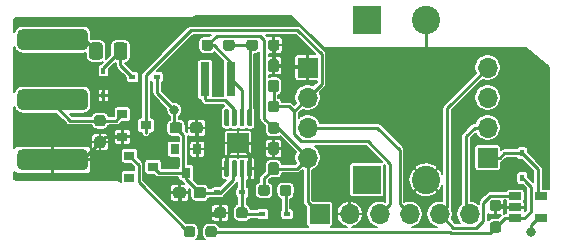
<source format=gbr>
%TF.GenerationSoftware,KiCad,Pcbnew,5.1.9+dfsg1-1*%
%TF.CreationDate,2021-06-24T19:32:38+02:00*%
%TF.ProjectId,pcb,7063622e-6b69-4636-9164-5f7063625858,rev?*%
%TF.SameCoordinates,Original*%
%TF.FileFunction,Copper,L1,Top*%
%TF.FilePolarity,Positive*%
%FSLAX46Y46*%
G04 Gerber Fmt 4.6, Leading zero omitted, Abs format (unit mm)*
G04 Created by KiCad (PCBNEW 5.1.9+dfsg1-1) date 2021-06-24 19:32:38*
%MOMM*%
%LPD*%
G01*
G04 APERTURE LIST*
%TA.AperFunction,SMDPad,CuDef*%
%ADD10R,0.450000X0.600000*%
%TD*%
%TA.AperFunction,SMDPad,CuDef*%
%ADD11R,1.880000X1.680000*%
%TD*%
%TA.AperFunction,SMDPad,CuDef*%
%ADD12R,0.600000X0.450000*%
%TD*%
%TA.AperFunction,SMDPad,CuDef*%
%ADD13R,0.800000X0.900000*%
%TD*%
%TA.AperFunction,ComponentPad*%
%ADD14R,2.400000X2.400000*%
%TD*%
%TA.AperFunction,ComponentPad*%
%ADD15C,2.400000*%
%TD*%
%TA.AperFunction,ComponentPad*%
%ADD16R,1.700000X1.700000*%
%TD*%
%TA.AperFunction,ComponentPad*%
%ADD17O,1.700000X1.700000*%
%TD*%
%TA.AperFunction,SMDPad,CuDef*%
%ADD18R,0.800000X2.900000*%
%TD*%
%TA.AperFunction,SMDPad,CuDef*%
%ADD19R,0.900000X0.800000*%
%TD*%
%TA.AperFunction,SMDPad,CuDef*%
%ADD20R,1.060000X0.650000*%
%TD*%
%TA.AperFunction,ViaPad*%
%ADD21C,0.800000*%
%TD*%
%TA.AperFunction,Conductor*%
%ADD22C,0.250000*%
%TD*%
%TA.AperFunction,Conductor*%
%ADD23C,0.150000*%
%TD*%
%TA.AperFunction,Conductor*%
%ADD24C,0.100000*%
%TD*%
G04 APERTURE END LIST*
D10*
%TO.P,D6,1*%
%TO.N,+2V5*%
X183250000Y-131450000D03*
%TO.P,D6,2*%
%TO.N,Net-(D6-Pad2)*%
X183250000Y-133550000D03*
%TD*%
%TO.P,U1,1*%
%TO.N,GND*%
%TA.AperFunction,SMDPad,CuDef*%
G36*
G01*
X158325000Y-133475000D02*
X158125000Y-133475000D01*
G75*
G02*
X158025000Y-133375000I0J100000D01*
G01*
X158025000Y-132125000D01*
G75*
G02*
X158125000Y-132025000I100000J0D01*
G01*
X158325000Y-132025000D01*
G75*
G02*
X158425000Y-132125000I0J-100000D01*
G01*
X158425000Y-133375000D01*
G75*
G02*
X158325000Y-133475000I-100000J0D01*
G01*
G37*
%TD.AperFunction*%
%TO.P,U1,2*%
%TO.N,VCC*%
%TA.AperFunction,SMDPad,CuDef*%
G36*
G01*
X158975000Y-133475000D02*
X158775000Y-133475000D01*
G75*
G02*
X158675000Y-133375000I0J100000D01*
G01*
X158675000Y-132125000D01*
G75*
G02*
X158775000Y-132025000I100000J0D01*
G01*
X158975000Y-132025000D01*
G75*
G02*
X159075000Y-132125000I0J-100000D01*
G01*
X159075000Y-133375000D01*
G75*
G02*
X158975000Y-133475000I-100000J0D01*
G01*
G37*
%TD.AperFunction*%
%TO.P,U1,3*%
%TO.N,Net-(D4-Pad1)*%
%TA.AperFunction,SMDPad,CuDef*%
G36*
G01*
X159625000Y-133475000D02*
X159425000Y-133475000D01*
G75*
G02*
X159325000Y-133375000I0J100000D01*
G01*
X159325000Y-132125000D01*
G75*
G02*
X159425000Y-132025000I100000J0D01*
G01*
X159625000Y-132025000D01*
G75*
G02*
X159725000Y-132125000I0J-100000D01*
G01*
X159725000Y-133375000D01*
G75*
G02*
X159625000Y-133475000I-100000J0D01*
G01*
G37*
%TD.AperFunction*%
%TO.P,U1,4*%
%TO.N,GND*%
%TA.AperFunction,SMDPad,CuDef*%
G36*
G01*
X160275000Y-133475000D02*
X160075000Y-133475000D01*
G75*
G02*
X159975000Y-133375000I0J100000D01*
G01*
X159975000Y-132125000D01*
G75*
G02*
X160075000Y-132025000I100000J0D01*
G01*
X160275000Y-132025000D01*
G75*
G02*
X160375000Y-132125000I0J-100000D01*
G01*
X160375000Y-133375000D01*
G75*
G02*
X160275000Y-133475000I-100000J0D01*
G01*
G37*
%TD.AperFunction*%
%TO.P,U1,5*%
%TO.N,Net-(R8-Pad2)*%
%TA.AperFunction,SMDPad,CuDef*%
G36*
G01*
X160275000Y-129175000D02*
X160075000Y-129175000D01*
G75*
G02*
X159975000Y-129075000I0J100000D01*
G01*
X159975000Y-127825000D01*
G75*
G02*
X160075000Y-127725000I100000J0D01*
G01*
X160275000Y-127725000D01*
G75*
G02*
X160375000Y-127825000I0J-100000D01*
G01*
X160375000Y-129075000D01*
G75*
G02*
X160275000Y-129175000I-100000J0D01*
G01*
G37*
%TD.AperFunction*%
%TO.P,U1,6*%
%TO.N,+2V5*%
%TA.AperFunction,SMDPad,CuDef*%
G36*
G01*
X159625000Y-129175000D02*
X159425000Y-129175000D01*
G75*
G02*
X159325000Y-129075000I0J100000D01*
G01*
X159325000Y-127825000D01*
G75*
G02*
X159425000Y-127725000I100000J0D01*
G01*
X159625000Y-127725000D01*
G75*
G02*
X159725000Y-127825000I0J-100000D01*
G01*
X159725000Y-129075000D01*
G75*
G02*
X159625000Y-129175000I-100000J0D01*
G01*
G37*
%TD.AperFunction*%
%TO.P,U1,7*%
%TO.N,Net-(L1-Pad1)*%
%TA.AperFunction,SMDPad,CuDef*%
G36*
G01*
X158975000Y-129175000D02*
X158775000Y-129175000D01*
G75*
G02*
X158675000Y-129075000I0J100000D01*
G01*
X158675000Y-127825000D01*
G75*
G02*
X158775000Y-127725000I100000J0D01*
G01*
X158975000Y-127725000D01*
G75*
G02*
X159075000Y-127825000I0J-100000D01*
G01*
X159075000Y-129075000D01*
G75*
G02*
X158975000Y-129175000I-100000J0D01*
G01*
G37*
%TD.AperFunction*%
%TO.P,U1,8*%
%TO.N,N/C*%
%TA.AperFunction,SMDPad,CuDef*%
G36*
G01*
X158325000Y-129175000D02*
X158125000Y-129175000D01*
G75*
G02*
X158025000Y-129075000I0J100000D01*
G01*
X158025000Y-127825000D01*
G75*
G02*
X158125000Y-127725000I100000J0D01*
G01*
X158325000Y-127725000D01*
G75*
G02*
X158425000Y-127825000I0J-100000D01*
G01*
X158425000Y-129075000D01*
G75*
G02*
X158325000Y-129175000I-100000J0D01*
G01*
G37*
%TD.AperFunction*%
D11*
%TO.P,U1,9*%
%TO.N,GND*%
X159200000Y-130600000D03*
%TD*%
D12*
%TO.P,D2,2*%
%TO.N,Net-(C1-Pad1)*%
X150250000Y-125000000D03*
%TO.P,D2,1*%
%TO.N,VCC*%
X152350000Y-125000000D03*
%TD*%
D13*
%TO.P,D3,2*%
%TO.N,GND*%
X155750000Y-131100000D03*
%TO.P,D3,*%
%TO.N,*%
X153850000Y-131100000D03*
%TO.P,D3,1*%
%TO.N,VCC*%
X154800000Y-133100000D03*
%TD*%
D14*
%TO.P,C3,1*%
%TO.N,VCC*%
X170100000Y-120200000D03*
D15*
%TO.P,C3,2*%
%TO.N,GND*%
X175100000Y-120200000D03*
%TD*%
D16*
%TO.P,P1,1*%
%TO.N,GND*%
X165090000Y-124200000D03*
D17*
%TO.P,P1,2*%
%TO.N,/RX*%
X165090000Y-126740000D03*
%TO.P,P1,3*%
%TO.N,/TX*%
X165090000Y-129280000D03*
%TO.P,P1,4*%
%TO.N,+2V5*%
X165090000Y-131820000D03*
%TD*%
%TO.P,P2,4*%
%TO.N,/RST*%
X180330000Y-124200000D03*
%TO.P,P2,3*%
%TO.N,+2V5*%
X180330000Y-126740000D03*
%TO.P,P2,2*%
%TO.N,/CTS*%
X180330000Y-129280000D03*
D16*
%TO.P,P2,1*%
%TO.N,+2V5*%
X180330000Y-131820000D03*
%TD*%
%TO.P,C1,1*%
%TO.N,Net-(C1-Pad1)*%
%TA.AperFunction,SMDPad,CuDef*%
G36*
G01*
X149825000Y-122325000D02*
X149825000Y-123275000D01*
G75*
G02*
X149575000Y-123525000I-250000J0D01*
G01*
X148900000Y-123525000D01*
G75*
G02*
X148650000Y-123275000I0J250000D01*
G01*
X148650000Y-122325000D01*
G75*
G02*
X148900000Y-122075000I250000J0D01*
G01*
X149575000Y-122075000D01*
G75*
G02*
X149825000Y-122325000I0J-250000D01*
G01*
G37*
%TD.AperFunction*%
%TO.P,C1,2*%
%TO.N,/A*%
%TA.AperFunction,SMDPad,CuDef*%
G36*
G01*
X147750000Y-122325000D02*
X147750000Y-123275000D01*
G75*
G02*
X147500000Y-123525000I-250000J0D01*
G01*
X146825000Y-123525000D01*
G75*
G02*
X146575000Y-123275000I0J250000D01*
G01*
X146575000Y-122325000D01*
G75*
G02*
X146825000Y-122075000I250000J0D01*
G01*
X147500000Y-122075000D01*
G75*
G02*
X147750000Y-122325000I0J-250000D01*
G01*
G37*
%TD.AperFunction*%
%TD*%
%TO.P,C2,2*%
%TO.N,GND*%
%TA.AperFunction,SMDPad,CuDef*%
G36*
G01*
X162437500Y-124575000D02*
X161962500Y-124575000D01*
G75*
G02*
X161725000Y-124337500I0J237500D01*
G01*
X161725000Y-123737500D01*
G75*
G02*
X161962500Y-123500000I237500J0D01*
G01*
X162437500Y-123500000D01*
G75*
G02*
X162675000Y-123737500I0J-237500D01*
G01*
X162675000Y-124337500D01*
G75*
G02*
X162437500Y-124575000I-237500J0D01*
G01*
G37*
%TD.AperFunction*%
%TO.P,C2,1*%
%TO.N,/RX*%
%TA.AperFunction,SMDPad,CuDef*%
G36*
G01*
X162437500Y-126300000D02*
X161962500Y-126300000D01*
G75*
G02*
X161725000Y-126062500I0J237500D01*
G01*
X161725000Y-125462500D01*
G75*
G02*
X161962500Y-125225000I237500J0D01*
G01*
X162437500Y-125225000D01*
G75*
G02*
X162675000Y-125462500I0J-237500D01*
G01*
X162675000Y-126062500D01*
G75*
G02*
X162437500Y-126300000I-237500J0D01*
G01*
G37*
%TD.AperFunction*%
%TD*%
%TO.P,C4,1*%
%TO.N,VCC*%
%TA.AperFunction,SMDPad,CuDef*%
G36*
G01*
X156500000Y-134562500D02*
X156500000Y-135037500D01*
G75*
G02*
X156262500Y-135275000I-237500J0D01*
G01*
X155662500Y-135275000D01*
G75*
G02*
X155425000Y-135037500I0J237500D01*
G01*
X155425000Y-134562500D01*
G75*
G02*
X155662500Y-134325000I237500J0D01*
G01*
X156262500Y-134325000D01*
G75*
G02*
X156500000Y-134562500I0J-237500D01*
G01*
G37*
%TD.AperFunction*%
%TO.P,C4,2*%
%TO.N,GND*%
%TA.AperFunction,SMDPad,CuDef*%
G36*
G01*
X154775000Y-134562500D02*
X154775000Y-135037500D01*
G75*
G02*
X154537500Y-135275000I-237500J0D01*
G01*
X153937500Y-135275000D01*
G75*
G02*
X153700000Y-135037500I0J237500D01*
G01*
X153700000Y-134562500D01*
G75*
G02*
X153937500Y-134325000I237500J0D01*
G01*
X154537500Y-134325000D01*
G75*
G02*
X154775000Y-134562500I0J-237500D01*
G01*
G37*
%TD.AperFunction*%
%TD*%
%TO.P,C5,2*%
%TO.N,GND*%
%TA.AperFunction,SMDPad,CuDef*%
G36*
G01*
X155125000Y-129537500D02*
X155125000Y-129062500D01*
G75*
G02*
X155362500Y-128825000I237500J0D01*
G01*
X155962500Y-128825000D01*
G75*
G02*
X156200000Y-129062500I0J-237500D01*
G01*
X156200000Y-129537500D01*
G75*
G02*
X155962500Y-129775000I-237500J0D01*
G01*
X155362500Y-129775000D01*
G75*
G02*
X155125000Y-129537500I0J237500D01*
G01*
G37*
%TD.AperFunction*%
%TO.P,C5,1*%
%TO.N,VCC*%
%TA.AperFunction,SMDPad,CuDef*%
G36*
G01*
X153400000Y-129537500D02*
X153400000Y-129062500D01*
G75*
G02*
X153637500Y-128825000I237500J0D01*
G01*
X154237500Y-128825000D01*
G75*
G02*
X154475000Y-129062500I0J-237500D01*
G01*
X154475000Y-129537500D01*
G75*
G02*
X154237500Y-129775000I-237500J0D01*
G01*
X153637500Y-129775000D01*
G75*
G02*
X153400000Y-129537500I0J237500D01*
G01*
G37*
%TD.AperFunction*%
%TD*%
%TO.P,C6,1*%
%TO.N,+2V5*%
%TA.AperFunction,SMDPad,CuDef*%
G36*
G01*
X162437500Y-133300000D02*
X161962500Y-133300000D01*
G75*
G02*
X161725000Y-133062500I0J237500D01*
G01*
X161725000Y-132462500D01*
G75*
G02*
X161962500Y-132225000I237500J0D01*
G01*
X162437500Y-132225000D01*
G75*
G02*
X162675000Y-132462500I0J-237500D01*
G01*
X162675000Y-133062500D01*
G75*
G02*
X162437500Y-133300000I-237500J0D01*
G01*
G37*
%TD.AperFunction*%
%TO.P,C6,2*%
%TO.N,GND*%
%TA.AperFunction,SMDPad,CuDef*%
G36*
G01*
X162437500Y-131575000D02*
X161962500Y-131575000D01*
G75*
G02*
X161725000Y-131337500I0J237500D01*
G01*
X161725000Y-130737500D01*
G75*
G02*
X161962500Y-130500000I237500J0D01*
G01*
X162437500Y-130500000D01*
G75*
G02*
X162675000Y-130737500I0J-237500D01*
G01*
X162675000Y-131337500D01*
G75*
G02*
X162437500Y-131575000I-237500J0D01*
G01*
G37*
%TD.AperFunction*%
%TD*%
D10*
%TO.P,D1,1*%
%TO.N,Net-(C1-Pad1)*%
X147800000Y-124450000D03*
%TO.P,D1,2*%
%TO.N,GND*%
X147800000Y-126550000D03*
%TD*%
D12*
%TO.P,D4,1*%
%TO.N,Net-(D4-Pad1)*%
X161250000Y-136600000D03*
%TO.P,D4,2*%
%TO.N,Net-(D4-Pad2)*%
X163350000Y-136600000D03*
%TD*%
%TO.P,J1,1*%
%TO.N,GND*%
%TA.AperFunction,ComponentPad*%
G36*
G01*
X146050000Y-132900000D02*
X140950000Y-132900000D01*
G75*
G02*
X140500000Y-132450000I0J450000D01*
G01*
X140500000Y-131550000D01*
G75*
G02*
X140950000Y-131100000I450000J0D01*
G01*
X146050000Y-131100000D01*
G75*
G02*
X146500000Y-131550000I0J-450000D01*
G01*
X146500000Y-132450000D01*
G75*
G02*
X146050000Y-132900000I-450000J0D01*
G01*
G37*
%TD.AperFunction*%
%TO.P,J1,2*%
%TO.N,/I2*%
%TA.AperFunction,ComponentPad*%
G36*
G01*
X146050000Y-127820000D02*
X140950000Y-127820000D01*
G75*
G02*
X140500000Y-127370000I0J450000D01*
G01*
X140500000Y-126470000D01*
G75*
G02*
X140950000Y-126020000I450000J0D01*
G01*
X146050000Y-126020000D01*
G75*
G02*
X146500000Y-126470000I0J-450000D01*
G01*
X146500000Y-127370000D01*
G75*
G02*
X146050000Y-127820000I-450000J0D01*
G01*
G37*
%TD.AperFunction*%
%TO.P,J1,3*%
%TO.N,/A*%
%TA.AperFunction,ComponentPad*%
G36*
G01*
X146050000Y-122740000D02*
X140950000Y-122740000D01*
G75*
G02*
X140500000Y-122290000I0J450000D01*
G01*
X140500000Y-121390000D01*
G75*
G02*
X140950000Y-120940000I450000J0D01*
G01*
X146050000Y-120940000D01*
G75*
G02*
X146500000Y-121390000I0J-450000D01*
G01*
X146500000Y-122290000D01*
G75*
G02*
X146050000Y-122740000I-450000J0D01*
G01*
G37*
%TD.AperFunction*%
%TD*%
D16*
%TO.P,J2,1*%
%TO.N,+2V5*%
X166100000Y-136600000D03*
D17*
%TO.P,J2,2*%
%TO.N,GND*%
X168640000Y-136600000D03*
%TO.P,J2,3*%
%TO.N,/RX*%
X171180000Y-136600000D03*
%TO.P,J2,4*%
%TO.N,/TX*%
X173720000Y-136600000D03*
%TO.P,J2,5*%
%TO.N,/RST*%
X176260000Y-136600000D03*
%TO.P,J2,6*%
%TO.N,/CTS*%
X178800000Y-136600000D03*
%TD*%
D18*
%TO.P,L1,1*%
%TO.N,Net-(L1-Pad1)*%
X156400000Y-125200000D03*
%TO.P,L1,2*%
%TO.N,+2V5*%
X158600000Y-125200000D03*
%TD*%
D19*
%TO.P,Q1,1*%
%TO.N,/I2*%
X149400000Y-128150000D03*
%TO.P,Q1,2*%
%TO.N,GND*%
X149400000Y-130050000D03*
%TO.P,Q1,3*%
%TO.N,/RX*%
X151400000Y-129100000D03*
%TD*%
%TO.P,R1,2*%
%TO.N,/RX*%
%TA.AperFunction,SMDPad,CuDef*%
G36*
G01*
X162437500Y-127975000D02*
X161962500Y-127975000D01*
G75*
G02*
X161725000Y-127737500I0J237500D01*
G01*
X161725000Y-127237500D01*
G75*
G02*
X161962500Y-127000000I237500J0D01*
G01*
X162437500Y-127000000D01*
G75*
G02*
X162675000Y-127237500I0J-237500D01*
G01*
X162675000Y-127737500D01*
G75*
G02*
X162437500Y-127975000I-237500J0D01*
G01*
G37*
%TD.AperFunction*%
%TO.P,R1,1*%
%TO.N,+2V5*%
%TA.AperFunction,SMDPad,CuDef*%
G36*
G01*
X162437500Y-129800000D02*
X161962500Y-129800000D01*
G75*
G02*
X161725000Y-129562500I0J237500D01*
G01*
X161725000Y-129062500D01*
G75*
G02*
X161962500Y-128825000I237500J0D01*
G01*
X162437500Y-128825000D01*
G75*
G02*
X162675000Y-129062500I0J-237500D01*
G01*
X162675000Y-129562500D01*
G75*
G02*
X162437500Y-129800000I-237500J0D01*
G01*
G37*
%TD.AperFunction*%
%TD*%
%TO.P,R3,1*%
%TO.N,/I2*%
%TA.AperFunction,SMDPad,CuDef*%
G36*
G01*
X147262500Y-128200000D02*
X147737500Y-128200000D01*
G75*
G02*
X147975000Y-128437500I0J-237500D01*
G01*
X147975000Y-128937500D01*
G75*
G02*
X147737500Y-129175000I-237500J0D01*
G01*
X147262500Y-129175000D01*
G75*
G02*
X147025000Y-128937500I0J237500D01*
G01*
X147025000Y-128437500D01*
G75*
G02*
X147262500Y-128200000I237500J0D01*
G01*
G37*
%TD.AperFunction*%
%TO.P,R3,2*%
%TO.N,GND*%
%TA.AperFunction,SMDPad,CuDef*%
G36*
G01*
X147262500Y-130025000D02*
X147737500Y-130025000D01*
G75*
G02*
X147975000Y-130262500I0J-237500D01*
G01*
X147975000Y-130762500D01*
G75*
G02*
X147737500Y-131000000I-237500J0D01*
G01*
X147262500Y-131000000D01*
G75*
G02*
X147025000Y-130762500I0J237500D01*
G01*
X147025000Y-130262500D01*
G75*
G02*
X147262500Y-130025000I237500J0D01*
G01*
G37*
%TD.AperFunction*%
%TD*%
%TO.P,R5,1*%
%TO.N,GND*%
%TA.AperFunction,SMDPad,CuDef*%
G36*
G01*
X157200000Y-136737500D02*
X157200000Y-136262500D01*
G75*
G02*
X157437500Y-136025000I237500J0D01*
G01*
X157937500Y-136025000D01*
G75*
G02*
X158175000Y-136262500I0J-237500D01*
G01*
X158175000Y-136737500D01*
G75*
G02*
X157937500Y-136975000I-237500J0D01*
G01*
X157437500Y-136975000D01*
G75*
G02*
X157200000Y-136737500I0J237500D01*
G01*
G37*
%TD.AperFunction*%
%TO.P,R5,2*%
%TO.N,Net-(D4-Pad1)*%
%TA.AperFunction,SMDPad,CuDef*%
G36*
G01*
X159025000Y-136737500D02*
X159025000Y-136262500D01*
G75*
G02*
X159262500Y-136025000I237500J0D01*
G01*
X159762500Y-136025000D01*
G75*
G02*
X160000000Y-136262500I0J-237500D01*
G01*
X160000000Y-136737500D01*
G75*
G02*
X159762500Y-136975000I-237500J0D01*
G01*
X159262500Y-136975000D01*
G75*
G02*
X159025000Y-136737500I0J237500D01*
G01*
G37*
%TD.AperFunction*%
%TD*%
%TO.P,R7,1*%
%TO.N,+2V5*%
%TA.AperFunction,SMDPad,CuDef*%
G36*
G01*
X160900000Y-134837500D02*
X160900000Y-134362500D01*
G75*
G02*
X161137500Y-134125000I237500J0D01*
G01*
X161637500Y-134125000D01*
G75*
G02*
X161875000Y-134362500I0J-237500D01*
G01*
X161875000Y-134837500D01*
G75*
G02*
X161637500Y-135075000I-237500J0D01*
G01*
X161137500Y-135075000D01*
G75*
G02*
X160900000Y-134837500I0J237500D01*
G01*
G37*
%TD.AperFunction*%
%TO.P,R7,2*%
%TO.N,Net-(D4-Pad2)*%
%TA.AperFunction,SMDPad,CuDef*%
G36*
G01*
X162725000Y-134837500D02*
X162725000Y-134362500D01*
G75*
G02*
X162962500Y-134125000I237500J0D01*
G01*
X163462500Y-134125000D01*
G75*
G02*
X163700000Y-134362500I0J-237500D01*
G01*
X163700000Y-134837500D01*
G75*
G02*
X163462500Y-135075000I-237500J0D01*
G01*
X162962500Y-135075000D01*
G75*
G02*
X162725000Y-134837500I0J237500D01*
G01*
G37*
%TD.AperFunction*%
%TD*%
%TO.P,R8,1*%
%TO.N,+2V5*%
%TA.AperFunction,SMDPad,CuDef*%
G36*
G01*
X156100000Y-122537500D02*
X156100000Y-122062500D01*
G75*
G02*
X156337500Y-121825000I237500J0D01*
G01*
X156837500Y-121825000D01*
G75*
G02*
X157075000Y-122062500I0J-237500D01*
G01*
X157075000Y-122537500D01*
G75*
G02*
X156837500Y-122775000I-237500J0D01*
G01*
X156337500Y-122775000D01*
G75*
G02*
X156100000Y-122537500I0J237500D01*
G01*
G37*
%TD.AperFunction*%
%TO.P,R8,2*%
%TO.N,Net-(R8-Pad2)*%
%TA.AperFunction,SMDPad,CuDef*%
G36*
G01*
X157925000Y-122537500D02*
X157925000Y-122062500D01*
G75*
G02*
X158162500Y-121825000I237500J0D01*
G01*
X158662500Y-121825000D01*
G75*
G02*
X158900000Y-122062500I0J-237500D01*
G01*
X158900000Y-122537500D01*
G75*
G02*
X158662500Y-122775000I-237500J0D01*
G01*
X158162500Y-122775000D01*
G75*
G02*
X157925000Y-122537500I0J237500D01*
G01*
G37*
%TD.AperFunction*%
%TD*%
%TO.P,R9,2*%
%TO.N,GND*%
%TA.AperFunction,SMDPad,CuDef*%
G36*
G01*
X161725000Y-122537500D02*
X161725000Y-122062500D01*
G75*
G02*
X161962500Y-121825000I237500J0D01*
G01*
X162462500Y-121825000D01*
G75*
G02*
X162700000Y-122062500I0J-237500D01*
G01*
X162700000Y-122537500D01*
G75*
G02*
X162462500Y-122775000I-237500J0D01*
G01*
X161962500Y-122775000D01*
G75*
G02*
X161725000Y-122537500I0J237500D01*
G01*
G37*
%TD.AperFunction*%
%TO.P,R9,1*%
%TO.N,Net-(R8-Pad2)*%
%TA.AperFunction,SMDPad,CuDef*%
G36*
G01*
X159900000Y-122537500D02*
X159900000Y-122062500D01*
G75*
G02*
X160137500Y-121825000I237500J0D01*
G01*
X160637500Y-121825000D01*
G75*
G02*
X160875000Y-122062500I0J-237500D01*
G01*
X160875000Y-122537500D01*
G75*
G02*
X160637500Y-122775000I-237500J0D01*
G01*
X160137500Y-122775000D01*
G75*
G02*
X159900000Y-122537500I0J237500D01*
G01*
G37*
%TD.AperFunction*%
%TD*%
D14*
%TO.P,C7,1*%
%TO.N,VCC*%
X170100000Y-133700000D03*
D15*
%TO.P,C7,2*%
%TO.N,GND*%
X175100000Y-133700000D03*
%TD*%
D12*
%TO.P,D5,1*%
%TO.N,VCC*%
X157450000Y-134750000D03*
%TO.P,D5,2*%
%TO.N,Net-(D4-Pad1)*%
X159550000Y-134750000D03*
%TD*%
D20*
%TO.P,U2,1*%
%TO.N,/RST*%
X182650000Y-135050000D03*
%TO.P,U2,2*%
%TO.N,GND*%
X182650000Y-136000000D03*
%TO.P,U2,3*%
%TO.N,Net-(D6-Pad2)*%
X182650000Y-136950000D03*
%TO.P,U2,4*%
%TO.N,/TX*%
X184850000Y-136950000D03*
%TO.P,U2,5*%
%TO.N,+2V5*%
X184850000Y-135050000D03*
%TD*%
D19*
%TO.P,D7,2*%
%TO.N,Net-(D7-Pad2)*%
X150000000Y-131650000D03*
%TO.P,D7,*%
%TO.N,*%
X150000000Y-133550000D03*
%TO.P,D7,1*%
%TO.N,VCC*%
X152000000Y-132600000D03*
%TD*%
%TO.P,R2,1*%
%TO.N,Net-(D7-Pad2)*%
%TA.AperFunction,SMDPad,CuDef*%
G36*
G01*
X154600000Y-138337500D02*
X154600000Y-137862500D01*
G75*
G02*
X154837500Y-137625000I237500J0D01*
G01*
X155337500Y-137625000D01*
G75*
G02*
X155575000Y-137862500I0J-237500D01*
G01*
X155575000Y-138337500D01*
G75*
G02*
X155337500Y-138575000I-237500J0D01*
G01*
X154837500Y-138575000D01*
G75*
G02*
X154600000Y-138337500I0J237500D01*
G01*
G37*
%TD.AperFunction*%
%TO.P,R2,2*%
%TO.N,Net-(D6-Pad2)*%
%TA.AperFunction,SMDPad,CuDef*%
G36*
G01*
X156425000Y-138337500D02*
X156425000Y-137862500D01*
G75*
G02*
X156662500Y-137625000I237500J0D01*
G01*
X157162500Y-137625000D01*
G75*
G02*
X157400000Y-137862500I0J-237500D01*
G01*
X157400000Y-138337500D01*
G75*
G02*
X157162500Y-138575000I-237500J0D01*
G01*
X156662500Y-138575000D01*
G75*
G02*
X156425000Y-138337500I0J237500D01*
G01*
G37*
%TD.AperFunction*%
%TD*%
%TO.P,R4,2*%
%TO.N,GND*%
%TA.AperFunction,SMDPad,CuDef*%
G36*
G01*
X181237500Y-136375000D02*
X180762500Y-136375000D01*
G75*
G02*
X180525000Y-136137500I0J237500D01*
G01*
X180525000Y-135637500D01*
G75*
G02*
X180762500Y-135400000I237500J0D01*
G01*
X181237500Y-135400000D01*
G75*
G02*
X181475000Y-135637500I0J-237500D01*
G01*
X181475000Y-136137500D01*
G75*
G02*
X181237500Y-136375000I-237500J0D01*
G01*
G37*
%TD.AperFunction*%
%TO.P,R4,1*%
%TO.N,Net-(D6-Pad2)*%
%TA.AperFunction,SMDPad,CuDef*%
G36*
G01*
X181237500Y-138200000D02*
X180762500Y-138200000D01*
G75*
G02*
X180525000Y-137962500I0J237500D01*
G01*
X180525000Y-137462500D01*
G75*
G02*
X180762500Y-137225000I237500J0D01*
G01*
X181237500Y-137225000D01*
G75*
G02*
X181475000Y-137462500I0J-237500D01*
G01*
X181475000Y-137962500D01*
G75*
G02*
X181237500Y-138200000I-237500J0D01*
G01*
G37*
%TD.AperFunction*%
%TD*%
D21*
%TO.N,GND*%
X160800000Y-130600000D03*
%TO.N,VCC*%
X153800000Y-127800000D03*
%TO.N,/TX*%
X184000000Y-138100000D03*
%TD*%
D22*
%TO.N,/A*%
X146402500Y-122040000D02*
X147162500Y-122800000D01*
X143400000Y-122040000D02*
X146402500Y-122040000D01*
%TO.N,Net-(C1-Pad1)*%
X149250000Y-122787500D02*
X149237500Y-122800000D01*
X147800000Y-124237500D02*
X149237500Y-122800000D01*
X149237500Y-123987500D02*
X150250000Y-125000000D01*
X149237500Y-122800000D02*
X149237500Y-123987500D01*
%TO.N,/RX*%
X163914999Y-127915001D02*
X165090000Y-126740000D01*
X163487498Y-127487500D02*
X163914999Y-127915001D01*
X162200000Y-127487500D02*
X163487498Y-127487500D01*
X162200000Y-125762500D02*
X162200000Y-127487500D01*
X166265001Y-125564999D02*
X165090000Y-126740000D01*
X166265001Y-123089999D02*
X166265001Y-125564999D01*
X164224982Y-121049980D02*
X166265001Y-123089999D01*
X158950020Y-121049980D02*
X164224982Y-121049980D01*
X156554510Y-121049980D02*
X158950020Y-121049980D01*
X151400000Y-129700000D02*
X151400000Y-124900000D01*
X163914999Y-129844001D02*
X163914999Y-127915001D01*
X164525999Y-130455001D02*
X163914999Y-129844001D01*
X171180000Y-136600000D02*
X172029999Y-135750001D01*
X168155001Y-130455001D02*
X170155001Y-130455001D01*
X168155001Y-130455001D02*
X164525999Y-130455001D01*
X172029999Y-132329999D02*
X172029999Y-133470001D01*
X170155001Y-130455001D02*
X172029999Y-132329999D01*
X172029999Y-135750001D02*
X172029999Y-133470001D01*
X155190018Y-121049980D02*
X157450020Y-121049980D01*
X151400000Y-129700000D02*
X151400000Y-124839998D01*
X151400000Y-124839998D02*
X155190018Y-121049980D01*
X157450020Y-121049980D02*
X158950020Y-121049980D01*
X157049980Y-121049980D02*
X157450020Y-121049980D01*
%TO.N,GND*%
X155750000Y-129387500D02*
X155662500Y-129300000D01*
X155750000Y-131100000D02*
X155750000Y-129387500D01*
X154237500Y-136650000D02*
X154187500Y-136700000D01*
X154237500Y-134800000D02*
X154237500Y-136650000D01*
X158225000Y-131575000D02*
X159200000Y-130600000D01*
X158225000Y-132750000D02*
X158225000Y-131575000D01*
X160175000Y-131575000D02*
X159200000Y-130600000D01*
X160175000Y-132750000D02*
X160175000Y-131575000D01*
X159962500Y-131037500D02*
X159850000Y-131150000D01*
X158700000Y-131100000D02*
X159200000Y-130600000D01*
X162212500Y-124025000D02*
X162200000Y-124037500D01*
X162212500Y-122300000D02*
X162212500Y-124025000D01*
X164927500Y-124037500D02*
X165090000Y-124200000D01*
X162200000Y-124037500D02*
X164927500Y-124037500D01*
X145812500Y-132200000D02*
X147500000Y-130512500D01*
X143400000Y-132200000D02*
X145812500Y-132200000D01*
X159200000Y-130600000D02*
X160800000Y-130600000D01*
X175100000Y-120200000D02*
X175100000Y-123400000D01*
%TO.N,+2V5*%
X161387500Y-133575000D02*
X162200000Y-132762500D01*
X161387500Y-134600000D02*
X161387500Y-133575000D01*
X164147500Y-132762500D02*
X165090000Y-131820000D01*
X162200000Y-132762500D02*
X164147500Y-132762500D01*
X165090000Y-135590000D02*
X166100000Y-136600000D01*
X165090000Y-131820000D02*
X165090000Y-135590000D01*
X159525000Y-126125000D02*
X159525000Y-128450000D01*
X158600000Y-125200000D02*
X159525000Y-126125000D01*
X157129490Y-122300000D02*
X156587500Y-122300000D01*
X158600000Y-123770510D02*
X157129490Y-122300000D01*
X158600000Y-125200000D02*
X158600000Y-123770510D01*
X161399990Y-128512490D02*
X162200000Y-129312500D01*
X161399990Y-121829500D02*
X161399990Y-128512490D01*
X161070480Y-121499990D02*
X161399990Y-121829500D01*
X157387510Y-121499990D02*
X161070480Y-121499990D01*
X156587500Y-122300000D02*
X157387510Y-121499990D01*
X162582500Y-129312500D02*
X165090000Y-131820000D01*
X162200000Y-129312500D02*
X162582500Y-129312500D01*
%TO.N,/I2*%
X144967500Y-128687500D02*
X143400000Y-127120000D01*
X147500000Y-128687500D02*
X144967500Y-128687500D01*
%TO.N,/TX*%
X172870001Y-135750001D02*
X172870001Y-131170001D01*
X173720000Y-136600000D02*
X172870001Y-135750001D01*
X170980000Y-129280000D02*
X165090000Y-129280000D01*
X172870001Y-131170001D02*
X170980000Y-129280000D01*
%TO.N,/RST*%
X176260000Y-136600000D02*
X176900000Y-135960000D01*
X176900000Y-127630000D02*
X180330000Y-124200000D01*
X176900000Y-135960000D02*
X176900000Y-127630000D01*
%TO.N,/CTS*%
X180330000Y-129280000D02*
X179220000Y-129280000D01*
X179220000Y-129280000D02*
X178500000Y-130000000D01*
X178500000Y-136300000D02*
X178800000Y-136600000D01*
X178500000Y-130000000D02*
X178500000Y-136300000D01*
%TO.N,VCC*%
X158750010Y-133737490D02*
X157687500Y-134800000D01*
X158750010Y-133349990D02*
X158750010Y-133737490D01*
X158875000Y-133225000D02*
X158750010Y-133349990D01*
X158875000Y-132750000D02*
X158875000Y-133225000D01*
X154800000Y-133637500D02*
X155962500Y-134800000D01*
X154800000Y-133100000D02*
X154800000Y-133637500D01*
X154575001Y-132875001D02*
X154800000Y-133100000D01*
X154575001Y-129937501D02*
X154575001Y-132875001D01*
X153937500Y-129300000D02*
X154575001Y-129937501D01*
X155962500Y-134800000D02*
X157687500Y-134800000D01*
X153800000Y-129162500D02*
X153937500Y-129300000D01*
X153800000Y-127800000D02*
X153800000Y-129162500D01*
X153500000Y-127500000D02*
X153800000Y-127800000D01*
X152350000Y-126350000D02*
X153800000Y-127800000D01*
X152350000Y-125000000D02*
X152350000Y-126350000D01*
%TO.N,Net-(D4-Pad1)*%
X159512500Y-136700000D02*
X159512500Y-134800000D01*
X159525000Y-134787500D02*
X159512500Y-134800000D01*
X159525000Y-132750000D02*
X159525000Y-134787500D01*
X159612500Y-136600000D02*
X159512500Y-136700000D01*
X161250000Y-136600000D02*
X159612500Y-136600000D01*
%TO.N,Net-(D4-Pad2)*%
X163212500Y-136462500D02*
X163350000Y-136600000D01*
X163212500Y-134600000D02*
X163212500Y-136462500D01*
%TO.N,Net-(L1-Pad1)*%
X156400000Y-126900000D02*
X156400000Y-125200000D01*
X156475001Y-126975001D02*
X156400000Y-126900000D01*
X158125001Y-126975001D02*
X156475001Y-126975001D01*
X158875000Y-127725000D02*
X158125001Y-126975001D01*
X158875000Y-128450000D02*
X158875000Y-127725000D01*
%TO.N,GND*%
X156012500Y-136700000D02*
X157687500Y-136700000D01*
X181112500Y-136000000D02*
X181000000Y-135887500D01*
X182400000Y-136000000D02*
X181112500Y-136000000D01*
X147962500Y-130050000D02*
X147500000Y-130512500D01*
X149400000Y-130050000D02*
X147962500Y-130050000D01*
X182400000Y-136000000D02*
X183180000Y-136000000D01*
X180575001Y-134275001D02*
X180300000Y-134000000D01*
X183315003Y-134275001D02*
X180575001Y-134275001D01*
X183505001Y-135924999D02*
X183505001Y-134464999D01*
X183505001Y-134464999D02*
X183315003Y-134275001D01*
X183430000Y-136000000D02*
X183505001Y-135924999D01*
X182650000Y-136000000D02*
X183430000Y-136000000D01*
%TO.N,+2V5*%
X181370000Y-131820000D02*
X180330000Y-131820000D01*
X184600000Y-132800000D02*
X183250000Y-131450000D01*
X184600000Y-135050000D02*
X184600000Y-132800000D01*
X181740000Y-131450000D02*
X181370000Y-131820000D01*
X183250000Y-131450000D02*
X181740000Y-131450000D01*
%TO.N,/I2*%
X148862500Y-128687500D02*
X149400000Y-128150000D01*
X147500000Y-128687500D02*
X148862500Y-128687500D01*
%TO.N,/TX*%
X184000000Y-137550000D02*
X184600000Y-136950000D01*
X184000000Y-138100000D02*
X184000000Y-137550000D01*
%TO.N,/RST*%
X181400000Y-135050000D02*
X182400000Y-135050000D01*
X179975001Y-135629489D02*
X180554490Y-135050000D01*
X180554490Y-135050000D02*
X181400000Y-135050000D01*
X179975001Y-137164001D02*
X179975001Y-135629489D01*
X179364001Y-137775001D02*
X179975001Y-137164001D01*
X177435001Y-137775001D02*
X179364001Y-137775001D01*
X176260000Y-136600000D02*
X177435001Y-137775001D01*
%TO.N,VCC*%
X152500000Y-133100000D02*
X152000000Y-132600000D01*
X154800000Y-133100000D02*
X152500000Y-133100000D01*
%TO.N,Net-(R8-Pad2)*%
X160175000Y-122512500D02*
X160387500Y-122300000D01*
X160175000Y-128450000D02*
X160175000Y-122512500D01*
X158412500Y-122300000D02*
X160387500Y-122300000D01*
%TO.N,Net-(D6-Pad2)*%
X181762500Y-136950000D02*
X181000000Y-137712500D01*
X182400000Y-136950000D02*
X181762500Y-136950000D01*
X180487489Y-138225011D02*
X181000000Y-137712500D01*
X177248601Y-138225011D02*
X180487489Y-138225011D01*
X177123590Y-138100000D02*
X177248601Y-138225011D01*
X156912500Y-138100000D02*
X177123590Y-138100000D01*
X182400000Y-136950000D02*
X183180000Y-136950000D01*
X183430000Y-136950000D02*
X183994999Y-136385001D01*
X182650000Y-136950000D02*
X183430000Y-136950000D01*
X183994999Y-134269999D02*
X183487500Y-133762500D01*
X183994999Y-136385001D02*
X183994999Y-134269999D01*
X183487500Y-133762500D02*
X183375000Y-133650000D01*
X183744999Y-134019999D02*
X183487500Y-133762500D01*
%TO.N,Net-(D7-Pad2)*%
X154951090Y-138100000D02*
X155087500Y-138100000D01*
X150775001Y-133923911D02*
X154951090Y-138100000D01*
X150775001Y-132425001D02*
X150775001Y-133923911D01*
X150000000Y-131650000D02*
X150775001Y-132425001D01*
%TD*%
D23*
%TO.N,GND*%
X166446967Y-122553033D02*
X166458332Y-122562360D01*
X166471299Y-122569291D01*
X166485368Y-122573559D01*
X166500000Y-122575000D01*
X183605362Y-122575000D01*
X185500000Y-124118779D01*
X185500001Y-134477323D01*
X185485747Y-134469704D01*
X185433909Y-134453980D01*
X185380000Y-134448670D01*
X185000000Y-134448670D01*
X185000000Y-132819635D01*
X185001934Y-132799999D01*
X185000000Y-132780363D01*
X185000000Y-132780353D01*
X184994212Y-132721586D01*
X184971340Y-132646186D01*
X184934197Y-132576697D01*
X184907571Y-132544253D01*
X184896735Y-132531049D01*
X184896733Y-132531047D01*
X184884211Y-132515789D01*
X184868953Y-132503267D01*
X183751330Y-131385645D01*
X183751330Y-131150000D01*
X183746020Y-131096091D01*
X183730296Y-131044253D01*
X183704760Y-130996479D01*
X183670395Y-130954605D01*
X183628521Y-130920240D01*
X183580747Y-130894704D01*
X183528909Y-130878980D01*
X183475000Y-130873670D01*
X183025000Y-130873670D01*
X182971091Y-130878980D01*
X182919253Y-130894704D01*
X182871479Y-130920240D01*
X182829605Y-130954605D01*
X182795240Y-130996479D01*
X182769704Y-131044253D01*
X182767961Y-131050000D01*
X181759646Y-131050000D01*
X181739999Y-131048065D01*
X181720353Y-131050000D01*
X181661586Y-131055788D01*
X181586186Y-131078660D01*
X181516697Y-131115803D01*
X181471049Y-131153265D01*
X181471047Y-131153267D01*
X181456330Y-131165345D01*
X181456330Y-130970000D01*
X181451020Y-130916091D01*
X181435296Y-130864253D01*
X181409760Y-130816479D01*
X181375395Y-130774605D01*
X181333521Y-130740240D01*
X181285747Y-130714704D01*
X181233909Y-130698980D01*
X181180000Y-130693670D01*
X179480000Y-130693670D01*
X179426091Y-130698980D01*
X179374253Y-130714704D01*
X179326479Y-130740240D01*
X179284605Y-130774605D01*
X179250240Y-130816479D01*
X179224704Y-130864253D01*
X179208980Y-130916091D01*
X179203670Y-130970000D01*
X179203670Y-132670000D01*
X179208980Y-132723909D01*
X179224704Y-132775747D01*
X179250240Y-132823521D01*
X179284605Y-132865395D01*
X179326479Y-132899760D01*
X179374253Y-132925296D01*
X179426091Y-132941020D01*
X179480000Y-132946330D01*
X181180000Y-132946330D01*
X181233909Y-132941020D01*
X181285747Y-132925296D01*
X181333521Y-132899760D01*
X181375395Y-132865395D01*
X181409760Y-132823521D01*
X181435296Y-132775747D01*
X181451020Y-132723909D01*
X181456330Y-132670000D01*
X181456330Y-132211811D01*
X181523814Y-132191340D01*
X181593303Y-132154197D01*
X181654211Y-132104211D01*
X181666737Y-132088948D01*
X181905686Y-131850000D01*
X182767961Y-131850000D01*
X182769704Y-131855747D01*
X182795240Y-131903521D01*
X182829605Y-131945395D01*
X182871479Y-131979760D01*
X182919253Y-132005296D01*
X182971091Y-132021020D01*
X183025000Y-132026330D01*
X183260645Y-132026330D01*
X184200001Y-132965687D01*
X184200001Y-133909315D01*
X183756450Y-133465765D01*
X183751330Y-133460645D01*
X183751330Y-133250000D01*
X183746020Y-133196091D01*
X183730296Y-133144253D01*
X183704760Y-133096479D01*
X183670395Y-133054605D01*
X183628521Y-133020240D01*
X183580747Y-132994704D01*
X183528909Y-132978980D01*
X183475000Y-132973670D01*
X183025000Y-132973670D01*
X182971091Y-132978980D01*
X182919253Y-132994704D01*
X182871479Y-133020240D01*
X182829605Y-133054605D01*
X182795240Y-133096479D01*
X182769704Y-133144253D01*
X182753980Y-133196091D01*
X182748670Y-133250000D01*
X182748670Y-133850000D01*
X182753980Y-133903909D01*
X182769704Y-133955747D01*
X182795240Y-134003521D01*
X182829605Y-134045395D01*
X182871479Y-134079760D01*
X182919253Y-134105296D01*
X182971091Y-134121020D01*
X183025000Y-134126330D01*
X183285645Y-134126330D01*
X183595000Y-134435686D01*
X183594999Y-136219315D01*
X183452727Y-136361587D01*
X183456331Y-136325000D01*
X183455000Y-136093750D01*
X183386250Y-136025000D01*
X182675000Y-136025000D01*
X182675000Y-136045000D01*
X182625000Y-136045000D01*
X182625000Y-136025000D01*
X181913750Y-136025000D01*
X181845000Y-136093750D01*
X181843669Y-136325000D01*
X181848979Y-136378910D01*
X181864703Y-136430747D01*
X181888357Y-136475001D01*
X181864704Y-136519253D01*
X181855378Y-136550000D01*
X181782147Y-136550000D01*
X181762500Y-136548065D01*
X181684086Y-136555788D01*
X181681820Y-136556475D01*
X181704761Y-136528521D01*
X181730297Y-136480747D01*
X181746021Y-136428910D01*
X181751331Y-136375000D01*
X181750000Y-135981250D01*
X181681250Y-135912500D01*
X181025000Y-135912500D01*
X181025000Y-136581250D01*
X181093750Y-136650000D01*
X181475000Y-136651331D01*
X181498757Y-136648991D01*
X181493549Y-136653265D01*
X181493547Y-136653267D01*
X181478289Y-136665789D01*
X181465767Y-136681047D01*
X181198144Y-136948670D01*
X180762500Y-136948670D01*
X180662257Y-136958543D01*
X180565866Y-136987783D01*
X180477031Y-137035266D01*
X180399167Y-137099167D01*
X180375001Y-137128614D01*
X180375001Y-136606644D01*
X180419253Y-136630297D01*
X180471090Y-136646021D01*
X180525000Y-136651331D01*
X180906250Y-136650000D01*
X180975000Y-136581250D01*
X180975000Y-135912500D01*
X180955000Y-135912500D01*
X180955000Y-135862500D01*
X180975000Y-135862500D01*
X180975000Y-135842500D01*
X181025000Y-135842500D01*
X181025000Y-135862500D01*
X181681250Y-135862500D01*
X181750000Y-135793750D01*
X181751162Y-135450000D01*
X181855378Y-135450000D01*
X181864704Y-135480747D01*
X181888357Y-135524999D01*
X181864703Y-135569253D01*
X181848979Y-135621090D01*
X181843669Y-135675000D01*
X181845000Y-135906250D01*
X181913750Y-135975000D01*
X182625000Y-135975000D01*
X182625000Y-135955000D01*
X182675000Y-135955000D01*
X182675000Y-135975000D01*
X183386250Y-135975000D01*
X183455000Y-135906250D01*
X183456331Y-135675000D01*
X183451021Y-135621090D01*
X183435297Y-135569253D01*
X183411643Y-135524999D01*
X183435296Y-135480747D01*
X183451020Y-135428909D01*
X183456330Y-135375000D01*
X183456330Y-134725000D01*
X183451020Y-134671091D01*
X183435296Y-134619253D01*
X183409760Y-134571479D01*
X183375395Y-134529605D01*
X183333521Y-134495240D01*
X183285747Y-134469704D01*
X183233909Y-134453980D01*
X183180000Y-134448670D01*
X182120000Y-134448670D01*
X182066091Y-134453980D01*
X182014253Y-134469704D01*
X181966479Y-134495240D01*
X181924605Y-134529605D01*
X181890240Y-134571479D01*
X181864704Y-134619253D01*
X181855378Y-134650000D01*
X180574125Y-134650000D01*
X180554489Y-134648066D01*
X180534853Y-134650000D01*
X180534843Y-134650000D01*
X180476076Y-134655788D01*
X180400676Y-134678660D01*
X180331187Y-134715803D01*
X180324139Y-134721587D01*
X180285539Y-134753265D01*
X180285537Y-134753267D01*
X180270279Y-134765789D01*
X180257757Y-134781047D01*
X179706048Y-135332757D01*
X179690791Y-135345278D01*
X179678269Y-135360536D01*
X179678266Y-135360539D01*
X179640804Y-135406187D01*
X179603662Y-135475675D01*
X179580789Y-135551076D01*
X179573066Y-135629489D01*
X179575002Y-135649145D01*
X179575002Y-135784013D01*
X179517145Y-135726156D01*
X179332887Y-135603038D01*
X179128150Y-135518233D01*
X178910803Y-135475000D01*
X178900000Y-135475000D01*
X178900000Y-130165685D01*
X179309536Y-129756149D01*
X179333038Y-129812887D01*
X179456156Y-129997145D01*
X179612855Y-130153844D01*
X179797113Y-130276962D01*
X180001850Y-130361767D01*
X180219197Y-130405000D01*
X180440803Y-130405000D01*
X180658150Y-130361767D01*
X180862887Y-130276962D01*
X181047145Y-130153844D01*
X181203844Y-129997145D01*
X181326962Y-129812887D01*
X181411767Y-129608150D01*
X181455000Y-129390803D01*
X181455000Y-129169197D01*
X181411767Y-128951850D01*
X181326962Y-128747113D01*
X181203844Y-128562855D01*
X181047145Y-128406156D01*
X180862887Y-128283038D01*
X180658150Y-128198233D01*
X180440803Y-128155000D01*
X180219197Y-128155000D01*
X180001850Y-128198233D01*
X179797113Y-128283038D01*
X179612855Y-128406156D01*
X179456156Y-128562855D01*
X179333038Y-128747113D01*
X179277994Y-128880000D01*
X179239647Y-128880000D01*
X179220000Y-128878065D01*
X179141586Y-128885788D01*
X179066186Y-128908660D01*
X178996697Y-128945803D01*
X178951049Y-128983265D01*
X178951047Y-128983267D01*
X178935789Y-128995789D01*
X178923267Y-129011047D01*
X178231052Y-129703263D01*
X178215789Y-129715789D01*
X178165803Y-129776698D01*
X178128660Y-129846187D01*
X178112084Y-129900833D01*
X178105788Y-129921587D01*
X178098065Y-130000000D01*
X178100000Y-130019646D01*
X178100001Y-135714699D01*
X178082855Y-135726156D01*
X177926156Y-135882855D01*
X177803038Y-136067113D01*
X177718233Y-136271850D01*
X177675000Y-136489197D01*
X177675000Y-136710803D01*
X177718233Y-136928150D01*
X177803038Y-137132887D01*
X177926156Y-137317145D01*
X177984012Y-137375001D01*
X177600686Y-137375001D01*
X177286723Y-137061038D01*
X177341767Y-136928150D01*
X177385000Y-136710803D01*
X177385000Y-136489197D01*
X177341767Y-136271850D01*
X177273439Y-136106893D01*
X177294212Y-136038414D01*
X177300000Y-135979647D01*
X177300000Y-135979646D01*
X177301935Y-135960000D01*
X177300000Y-135940353D01*
X177300000Y-127795685D01*
X178466488Y-126629197D01*
X179205000Y-126629197D01*
X179205000Y-126850803D01*
X179248233Y-127068150D01*
X179333038Y-127272887D01*
X179456156Y-127457145D01*
X179612855Y-127613844D01*
X179797113Y-127736962D01*
X180001850Y-127821767D01*
X180219197Y-127865000D01*
X180440803Y-127865000D01*
X180658150Y-127821767D01*
X180862887Y-127736962D01*
X181047145Y-127613844D01*
X181203844Y-127457145D01*
X181326962Y-127272887D01*
X181411767Y-127068150D01*
X181455000Y-126850803D01*
X181455000Y-126629197D01*
X181411767Y-126411850D01*
X181326962Y-126207113D01*
X181203844Y-126022855D01*
X181047145Y-125866156D01*
X180862887Y-125743038D01*
X180658150Y-125658233D01*
X180440803Y-125615000D01*
X180219197Y-125615000D01*
X180001850Y-125658233D01*
X179797113Y-125743038D01*
X179612855Y-125866156D01*
X179456156Y-126022855D01*
X179333038Y-126207113D01*
X179248233Y-126411850D01*
X179205000Y-126629197D01*
X178466488Y-126629197D01*
X179868962Y-125226723D01*
X180001850Y-125281767D01*
X180219197Y-125325000D01*
X180440803Y-125325000D01*
X180658150Y-125281767D01*
X180862887Y-125196962D01*
X181047145Y-125073844D01*
X181203844Y-124917145D01*
X181326962Y-124732887D01*
X181411767Y-124528150D01*
X181455000Y-124310803D01*
X181455000Y-124089197D01*
X181411767Y-123871850D01*
X181326962Y-123667113D01*
X181203844Y-123482855D01*
X181047145Y-123326156D01*
X180862887Y-123203038D01*
X180658150Y-123118233D01*
X180440803Y-123075000D01*
X180219197Y-123075000D01*
X180001850Y-123118233D01*
X179797113Y-123203038D01*
X179612855Y-123326156D01*
X179456156Y-123482855D01*
X179333038Y-123667113D01*
X179248233Y-123871850D01*
X179205000Y-124089197D01*
X179205000Y-124310803D01*
X179248233Y-124528150D01*
X179303277Y-124661038D01*
X176631048Y-127333267D01*
X176615790Y-127345789D01*
X176603268Y-127361047D01*
X176603265Y-127361050D01*
X176565803Y-127406698D01*
X176528661Y-127476186D01*
X176505788Y-127551587D01*
X176498065Y-127630000D01*
X176500001Y-127649657D01*
X176500000Y-133229292D01*
X176481676Y-133163625D01*
X176350486Y-132904379D01*
X176313598Y-132849172D01*
X176116937Y-132718418D01*
X175135355Y-133700000D01*
X176116937Y-134681582D01*
X176313598Y-134550828D01*
X176456268Y-134297719D01*
X176500000Y-134164381D01*
X176500000Y-135500699D01*
X176370803Y-135475000D01*
X176149197Y-135475000D01*
X175931850Y-135518233D01*
X175727113Y-135603038D01*
X175542855Y-135726156D01*
X175386156Y-135882855D01*
X175263038Y-136067113D01*
X175178233Y-136271850D01*
X175135000Y-136489197D01*
X175135000Y-136710803D01*
X175178233Y-136928150D01*
X175263038Y-137132887D01*
X175386156Y-137317145D01*
X175542855Y-137473844D01*
X175727113Y-137596962D01*
X175931850Y-137681767D01*
X176023513Y-137700000D01*
X173956487Y-137700000D01*
X174048150Y-137681767D01*
X174252887Y-137596962D01*
X174437145Y-137473844D01*
X174593844Y-137317145D01*
X174716962Y-137132887D01*
X174801767Y-136928150D01*
X174845000Y-136710803D01*
X174845000Y-136489197D01*
X174801767Y-136271850D01*
X174716962Y-136067113D01*
X174593844Y-135882855D01*
X174437145Y-135726156D01*
X174252887Y-135603038D01*
X174048150Y-135518233D01*
X173830803Y-135475000D01*
X173609197Y-135475000D01*
X173391850Y-135518233D01*
X173270001Y-135568705D01*
X173270001Y-134716937D01*
X174118418Y-134716937D01*
X174249172Y-134913598D01*
X174502281Y-135056268D01*
X174778361Y-135146817D01*
X175066801Y-135181765D01*
X175356517Y-135159770D01*
X175636375Y-135081676D01*
X175895621Y-134950486D01*
X175950828Y-134913598D01*
X176081582Y-134716937D01*
X175100000Y-133735355D01*
X174118418Y-134716937D01*
X173270001Y-134716937D01*
X173270001Y-133666801D01*
X173618235Y-133666801D01*
X173640230Y-133956517D01*
X173718324Y-134236375D01*
X173849514Y-134495621D01*
X173886402Y-134550828D01*
X174083063Y-134681582D01*
X175064645Y-133700000D01*
X174083063Y-132718418D01*
X173886402Y-132849172D01*
X173743732Y-133102281D01*
X173653183Y-133378361D01*
X173618235Y-133666801D01*
X173270001Y-133666801D01*
X173270001Y-132683063D01*
X174118418Y-132683063D01*
X175100000Y-133664645D01*
X176081582Y-132683063D01*
X175950828Y-132486402D01*
X175697719Y-132343732D01*
X175421639Y-132253183D01*
X175133199Y-132218235D01*
X174843483Y-132240230D01*
X174563625Y-132318324D01*
X174304379Y-132449514D01*
X174249172Y-132486402D01*
X174118418Y-132683063D01*
X173270001Y-132683063D01*
X173270001Y-131189644D01*
X173271936Y-131170000D01*
X173268119Y-131131250D01*
X173264213Y-131091587D01*
X173241341Y-131016187D01*
X173204198Y-130946698D01*
X173201779Y-130943750D01*
X173166736Y-130901050D01*
X173166734Y-130901048D01*
X173154212Y-130885790D01*
X173138954Y-130873268D01*
X171276737Y-129011052D01*
X171264211Y-128995789D01*
X171203303Y-128945803D01*
X171133814Y-128908660D01*
X171058414Y-128885788D01*
X170999647Y-128880000D01*
X170999646Y-128880000D01*
X170980000Y-128878065D01*
X170960354Y-128880000D01*
X166142006Y-128880000D01*
X166086962Y-128747113D01*
X165963844Y-128562855D01*
X165807145Y-128406156D01*
X165622887Y-128283038D01*
X165418150Y-128198233D01*
X165200803Y-128155000D01*
X164979197Y-128155000D01*
X164761850Y-128198233D01*
X164557113Y-128283038D01*
X164372855Y-128406156D01*
X164314999Y-128464012D01*
X164314999Y-128080686D01*
X164628962Y-127766723D01*
X164761850Y-127821767D01*
X164979197Y-127865000D01*
X165200803Y-127865000D01*
X165418150Y-127821767D01*
X165622887Y-127736962D01*
X165807145Y-127613844D01*
X165963844Y-127457145D01*
X166086962Y-127272887D01*
X166171767Y-127068150D01*
X166215000Y-126850803D01*
X166215000Y-126629197D01*
X166171767Y-126411850D01*
X166116723Y-126278962D01*
X166533949Y-125861736D01*
X166549212Y-125849210D01*
X166599198Y-125788302D01*
X166636341Y-125718813D01*
X166659213Y-125643413D01*
X166665001Y-125584646D01*
X166665001Y-125584636D01*
X166666935Y-125565000D01*
X166665001Y-125545364D01*
X166665001Y-123109646D01*
X166666936Y-123089999D01*
X166663128Y-123051330D01*
X166659213Y-123011585D01*
X166636341Y-122936185D01*
X166599198Y-122866696D01*
X166549212Y-122805788D01*
X166533950Y-122793263D01*
X164521719Y-120781032D01*
X164509193Y-120765769D01*
X164448285Y-120715783D01*
X164378796Y-120678640D01*
X164303396Y-120655768D01*
X164244629Y-120649980D01*
X164244628Y-120649980D01*
X164224982Y-120648045D01*
X164205336Y-120649980D01*
X155209665Y-120649980D01*
X155190018Y-120648045D01*
X155111604Y-120655768D01*
X155036203Y-120678640D01*
X154966715Y-120715783D01*
X154921067Y-120753245D01*
X154921065Y-120753247D01*
X154905807Y-120765769D01*
X154893285Y-120781027D01*
X151131048Y-124543265D01*
X151115790Y-124555787D01*
X151103268Y-124571045D01*
X151103265Y-124571048D01*
X151065803Y-124616696D01*
X151028661Y-124686184D01*
X151005788Y-124761585D01*
X150998065Y-124839998D01*
X151000001Y-124859654D01*
X151000000Y-128423670D01*
X150950000Y-128423670D01*
X150896091Y-128428980D01*
X150844253Y-128444704D01*
X150796479Y-128470240D01*
X150754605Y-128504605D01*
X150720240Y-128546479D01*
X150694704Y-128594253D01*
X150678980Y-128646091D01*
X150673670Y-128700000D01*
X150673670Y-129500000D01*
X150678980Y-129553909D01*
X150694704Y-129605747D01*
X150720240Y-129653521D01*
X150754605Y-129695395D01*
X150796479Y-129729760D01*
X150844253Y-129755296D01*
X150896091Y-129771020D01*
X150950000Y-129776330D01*
X151005583Y-129776330D01*
X151005788Y-129778413D01*
X151028660Y-129853813D01*
X151065803Y-129923302D01*
X151115789Y-129984211D01*
X151176697Y-130034197D01*
X151246186Y-130071340D01*
X151321586Y-130094212D01*
X151400000Y-130101935D01*
X151478413Y-130094212D01*
X151553813Y-130071340D01*
X151623302Y-130034197D01*
X151684211Y-129984211D01*
X151734197Y-129923303D01*
X151771340Y-129853814D01*
X151794212Y-129778414D01*
X151794417Y-129776330D01*
X151850000Y-129776330D01*
X151903909Y-129771020D01*
X151955747Y-129755296D01*
X152003521Y-129729760D01*
X152045395Y-129695395D01*
X152079760Y-129653521D01*
X152105296Y-129605747D01*
X152121020Y-129553909D01*
X152126330Y-129500000D01*
X152126330Y-128700000D01*
X152121020Y-128646091D01*
X152105296Y-128594253D01*
X152079760Y-128546479D01*
X152045395Y-128504605D01*
X152003521Y-128470240D01*
X151955747Y-128444704D01*
X151903909Y-128428980D01*
X151850000Y-128423670D01*
X151800000Y-128423670D01*
X151800000Y-125340655D01*
X151820240Y-125378521D01*
X151854605Y-125420395D01*
X151896479Y-125454760D01*
X151944253Y-125480296D01*
X151950000Y-125482039D01*
X151950001Y-126330344D01*
X151948065Y-126350000D01*
X151955788Y-126428413D01*
X151978661Y-126503814D01*
X152015803Y-126573302D01*
X152053265Y-126618950D01*
X152053268Y-126618953D01*
X152065790Y-126634211D01*
X152081048Y-126646733D01*
X153132107Y-127697792D01*
X153125000Y-127733518D01*
X153125000Y-127866482D01*
X153150940Y-127996890D01*
X153201823Y-128119732D01*
X153275693Y-128230287D01*
X153369713Y-128324307D01*
X153400000Y-128344544D01*
X153400001Y-128609626D01*
X153352031Y-128635266D01*
X153274167Y-128699167D01*
X153210266Y-128777031D01*
X153162783Y-128865866D01*
X153133543Y-128962257D01*
X153123670Y-129062500D01*
X153123670Y-129537500D01*
X153133543Y-129637743D01*
X153162783Y-129734134D01*
X153210266Y-129822969D01*
X153274167Y-129900833D01*
X153352031Y-129964734D01*
X153440866Y-130012217D01*
X153537257Y-130041457D01*
X153637500Y-130051330D01*
X154123145Y-130051330D01*
X154175001Y-130103186D01*
X154175001Y-130373670D01*
X153450000Y-130373670D01*
X153396091Y-130378980D01*
X153344253Y-130394704D01*
X153296479Y-130420240D01*
X153254605Y-130454605D01*
X153220240Y-130496479D01*
X153194704Y-130544253D01*
X153178980Y-130596091D01*
X153173670Y-130650000D01*
X153173670Y-131550000D01*
X153178980Y-131603909D01*
X153194704Y-131655747D01*
X153220240Y-131703521D01*
X153254605Y-131745395D01*
X153296479Y-131779760D01*
X153344253Y-131805296D01*
X153396091Y-131821020D01*
X153450000Y-131826330D01*
X154175002Y-131826330D01*
X154175002Y-132490677D01*
X154170240Y-132496479D01*
X154144704Y-132544253D01*
X154128980Y-132596091D01*
X154123670Y-132650000D01*
X154123670Y-132700000D01*
X152726330Y-132700000D01*
X152726330Y-132200000D01*
X152721020Y-132146091D01*
X152705296Y-132094253D01*
X152679760Y-132046479D01*
X152645395Y-132004605D01*
X152603521Y-131970240D01*
X152555747Y-131944704D01*
X152503909Y-131928980D01*
X152450000Y-131923670D01*
X151550000Y-131923670D01*
X151496091Y-131928980D01*
X151444253Y-131944704D01*
X151396479Y-131970240D01*
X151354605Y-132004605D01*
X151320240Y-132046479D01*
X151294704Y-132094253D01*
X151278980Y-132146091D01*
X151273670Y-132200000D01*
X151273670Y-133000000D01*
X151278980Y-133053909D01*
X151294704Y-133105747D01*
X151320240Y-133153521D01*
X151354605Y-133195395D01*
X151396479Y-133229760D01*
X151444253Y-133255296D01*
X151496091Y-133271020D01*
X151550000Y-133276330D01*
X152110644Y-133276330D01*
X152203267Y-133368953D01*
X152215789Y-133384211D01*
X152231047Y-133396733D01*
X152231049Y-133396735D01*
X152276697Y-133434197D01*
X152346186Y-133471340D01*
X152421586Y-133494212D01*
X152500000Y-133501935D01*
X152519647Y-133500000D01*
X154123670Y-133500000D01*
X154123670Y-133550000D01*
X154128980Y-133603909D01*
X154144704Y-133655747D01*
X154170240Y-133703521D01*
X154204605Y-133745395D01*
X154246479Y-133779760D01*
X154294253Y-133805296D01*
X154346091Y-133821020D01*
X154400000Y-133826330D01*
X154447377Y-133826330D01*
X154465803Y-133860802D01*
X154503265Y-133906450D01*
X154503268Y-133906453D01*
X154515790Y-133921711D01*
X154531048Y-133934233D01*
X154645871Y-134049056D01*
X154331250Y-134050000D01*
X154262500Y-134118750D01*
X154262500Y-134775000D01*
X154981250Y-134775000D01*
X155050000Y-134706250D01*
X155050880Y-134454066D01*
X155149624Y-134552810D01*
X155148670Y-134562500D01*
X155148670Y-135037500D01*
X155158543Y-135137743D01*
X155187783Y-135234134D01*
X155235266Y-135322969D01*
X155299167Y-135400833D01*
X155377031Y-135464734D01*
X155465866Y-135512217D01*
X155562257Y-135541457D01*
X155662500Y-135551330D01*
X156262500Y-135551330D01*
X156362743Y-135541457D01*
X156459134Y-135512217D01*
X156547969Y-135464734D01*
X156625833Y-135400833D01*
X156689734Y-135322969D01*
X156737217Y-135234134D01*
X156747571Y-135200000D01*
X156990679Y-135200000D01*
X156996479Y-135204760D01*
X157044253Y-135230296D01*
X157096091Y-135246020D01*
X157150000Y-135251330D01*
X157750000Y-135251330D01*
X157803909Y-135246020D01*
X157855747Y-135230296D01*
X157903521Y-135204760D01*
X157945395Y-135170395D01*
X157979760Y-135128521D01*
X158005296Y-135080747D01*
X158019602Y-135033583D01*
X159018963Y-134034223D01*
X159034221Y-134021701D01*
X159050124Y-134002324D01*
X159084207Y-133960793D01*
X159097565Y-133935802D01*
X159121350Y-133891304D01*
X159125001Y-133879270D01*
X159125001Y-134279995D01*
X159096479Y-134295240D01*
X159054605Y-134329605D01*
X159020240Y-134371479D01*
X158994704Y-134419253D01*
X158978980Y-134471091D01*
X158973670Y-134525000D01*
X158973670Y-134975000D01*
X158978980Y-135028909D01*
X158994704Y-135080747D01*
X159020240Y-135128521D01*
X159054605Y-135170395D01*
X159096479Y-135204760D01*
X159112501Y-135213324D01*
X159112500Y-135773637D01*
X159065866Y-135787783D01*
X158977031Y-135835266D01*
X158899167Y-135899167D01*
X158835266Y-135977031D01*
X158787783Y-136065866D01*
X158758543Y-136162257D01*
X158748670Y-136262500D01*
X158748670Y-136737500D01*
X158758543Y-136837743D01*
X158787783Y-136934134D01*
X158835266Y-137022969D01*
X158899167Y-137100833D01*
X158977031Y-137164734D01*
X159065866Y-137212217D01*
X159162257Y-137241457D01*
X159262500Y-137251330D01*
X159762500Y-137251330D01*
X159862743Y-137241457D01*
X159959134Y-137212217D01*
X160047969Y-137164734D01*
X160125833Y-137100833D01*
X160189734Y-137022969D01*
X160202011Y-137000000D01*
X160737867Y-137000000D01*
X160754605Y-137020395D01*
X160796479Y-137054760D01*
X160844253Y-137080296D01*
X160896091Y-137096020D01*
X160950000Y-137101330D01*
X161550000Y-137101330D01*
X161603909Y-137096020D01*
X161655747Y-137080296D01*
X161703521Y-137054760D01*
X161745395Y-137020395D01*
X161779760Y-136978521D01*
X161805296Y-136930747D01*
X161821020Y-136878909D01*
X161826330Y-136825000D01*
X161826330Y-136375000D01*
X161821020Y-136321091D01*
X161805296Y-136269253D01*
X161779760Y-136221479D01*
X161745395Y-136179605D01*
X161703521Y-136145240D01*
X161655747Y-136119704D01*
X161603909Y-136103980D01*
X161550000Y-136098670D01*
X160950000Y-136098670D01*
X160896091Y-136103980D01*
X160844253Y-136119704D01*
X160796479Y-136145240D01*
X160754605Y-136179605D01*
X160737867Y-136200000D01*
X160270174Y-136200000D01*
X160266457Y-136162257D01*
X160237217Y-136065866D01*
X160189734Y-135977031D01*
X160125833Y-135899167D01*
X160047969Y-135835266D01*
X159959134Y-135787783D01*
X159912500Y-135773637D01*
X159912500Y-135243414D01*
X159955747Y-135230296D01*
X160003521Y-135204760D01*
X160045395Y-135170395D01*
X160079760Y-135128521D01*
X160105296Y-135080747D01*
X160121020Y-135028909D01*
X160126330Y-134975000D01*
X160126330Y-134525000D01*
X160121020Y-134471091D01*
X160105296Y-134419253D01*
X160079760Y-134371479D01*
X160045395Y-134329605D01*
X160003521Y-134295240D01*
X159955747Y-134269704D01*
X159925000Y-134260378D01*
X159925000Y-133746406D01*
X159975000Y-133751331D01*
X160081250Y-133750000D01*
X160150000Y-133681250D01*
X160150000Y-132775000D01*
X160200000Y-132775000D01*
X160200000Y-133681250D01*
X160268750Y-133750000D01*
X160375000Y-133751331D01*
X160428910Y-133746021D01*
X160480747Y-133730297D01*
X160528521Y-133704761D01*
X160570396Y-133670396D01*
X160604761Y-133628521D01*
X160630297Y-133580747D01*
X160646021Y-133528910D01*
X160651331Y-133475000D01*
X160650000Y-132843750D01*
X160581250Y-132775000D01*
X160200000Y-132775000D01*
X160150000Y-132775000D01*
X160130000Y-132775000D01*
X160130000Y-132725000D01*
X160150000Y-132725000D01*
X160150000Y-131818750D01*
X160200000Y-131818750D01*
X160200000Y-132725000D01*
X160581250Y-132725000D01*
X160650000Y-132656250D01*
X160651331Y-132025000D01*
X160646021Y-131971090D01*
X160630297Y-131919253D01*
X160604761Y-131871479D01*
X160570396Y-131829604D01*
X160528521Y-131795239D01*
X160480747Y-131769703D01*
X160428910Y-131753979D01*
X160375000Y-131748669D01*
X160268750Y-131750000D01*
X160200000Y-131818750D01*
X160150000Y-131818750D01*
X160081250Y-131750000D01*
X159975000Y-131748669D01*
X159921090Y-131753979D01*
X159869253Y-131769703D01*
X159821479Y-131795239D01*
X159814012Y-131801367D01*
X159769015Y-131777316D01*
X159698418Y-131755901D01*
X159625000Y-131748670D01*
X159425000Y-131748670D01*
X159351582Y-131755901D01*
X159280985Y-131777316D01*
X159215922Y-131812093D01*
X159200000Y-131825160D01*
X159184078Y-131812093D01*
X159119015Y-131777316D01*
X159048418Y-131755901D01*
X158975000Y-131748670D01*
X158775000Y-131748670D01*
X158701582Y-131755901D01*
X158630985Y-131777316D01*
X158585988Y-131801367D01*
X158578521Y-131795239D01*
X158530747Y-131769703D01*
X158478910Y-131753979D01*
X158425000Y-131748669D01*
X158318750Y-131750000D01*
X158250000Y-131818750D01*
X158250000Y-132725000D01*
X158270000Y-132725000D01*
X158270000Y-132775000D01*
X158250000Y-132775000D01*
X158250000Y-132795000D01*
X158200000Y-132795000D01*
X158200000Y-132775000D01*
X157818750Y-132775000D01*
X157750000Y-132843750D01*
X157748669Y-133475000D01*
X157753979Y-133528910D01*
X157769703Y-133580747D01*
X157795239Y-133628521D01*
X157829604Y-133670396D01*
X157871479Y-133704761D01*
X157919253Y-133730297D01*
X157971090Y-133746021D01*
X158025000Y-133751331D01*
X158131250Y-133750000D01*
X158199998Y-133681252D01*
X158199998Y-133721816D01*
X157673145Y-134248670D01*
X157150000Y-134248670D01*
X157096091Y-134253980D01*
X157044253Y-134269704D01*
X156996479Y-134295240D01*
X156954605Y-134329605D01*
X156920240Y-134371479D01*
X156904995Y-134400000D01*
X156747571Y-134400000D01*
X156737217Y-134365866D01*
X156689734Y-134277031D01*
X156625833Y-134199167D01*
X156547969Y-134135266D01*
X156459134Y-134087783D01*
X156362743Y-134058543D01*
X156262500Y-134048670D01*
X155776856Y-134048670D01*
X155430438Y-133702253D01*
X155455296Y-133655747D01*
X155471020Y-133603909D01*
X155476330Y-133550000D01*
X155476330Y-132650000D01*
X155471020Y-132596091D01*
X155455296Y-132544253D01*
X155429760Y-132496479D01*
X155395395Y-132454605D01*
X155353521Y-132420240D01*
X155305747Y-132394704D01*
X155253909Y-132378980D01*
X155200000Y-132373670D01*
X154975001Y-132373670D01*
X154975001Y-132025000D01*
X157748669Y-132025000D01*
X157750000Y-132656250D01*
X157818750Y-132725000D01*
X158200000Y-132725000D01*
X158200000Y-131818750D01*
X158131250Y-131750000D01*
X158025000Y-131748669D01*
X157971090Y-131753979D01*
X157919253Y-131769703D01*
X157871479Y-131795239D01*
X157829604Y-131829604D01*
X157795239Y-131871479D01*
X157769703Y-131919253D01*
X157753979Y-131971090D01*
X157748669Y-132025000D01*
X154975001Y-132025000D01*
X154975001Y-131550000D01*
X155073669Y-131550000D01*
X155078979Y-131603910D01*
X155094703Y-131655747D01*
X155120239Y-131703521D01*
X155154604Y-131745396D01*
X155196479Y-131779761D01*
X155244253Y-131805297D01*
X155296090Y-131821021D01*
X155350000Y-131826331D01*
X155656250Y-131825000D01*
X155725000Y-131756250D01*
X155725000Y-131125000D01*
X155775000Y-131125000D01*
X155775000Y-131756250D01*
X155843750Y-131825000D01*
X156150000Y-131826331D01*
X156203910Y-131821021D01*
X156255747Y-131805297D01*
X156303521Y-131779761D01*
X156345396Y-131745396D01*
X156379761Y-131703521D01*
X156405297Y-131655747D01*
X156421021Y-131603910D01*
X156426331Y-131550000D01*
X156425921Y-131440000D01*
X157983669Y-131440000D01*
X157988979Y-131493910D01*
X158004703Y-131545747D01*
X158030239Y-131593521D01*
X158064604Y-131635396D01*
X158106479Y-131669761D01*
X158154253Y-131695297D01*
X158206090Y-131711021D01*
X158260000Y-131716331D01*
X159106250Y-131715000D01*
X159175000Y-131646250D01*
X159175000Y-130625000D01*
X159225000Y-130625000D01*
X159225000Y-131646250D01*
X159293750Y-131715000D01*
X160140000Y-131716331D01*
X160193910Y-131711021D01*
X160245747Y-131695297D01*
X160293521Y-131669761D01*
X160335396Y-131635396D01*
X160369761Y-131593521D01*
X160379660Y-131575000D01*
X161448669Y-131575000D01*
X161453979Y-131628910D01*
X161469703Y-131680747D01*
X161495239Y-131728521D01*
X161529604Y-131770396D01*
X161571479Y-131804761D01*
X161619253Y-131830297D01*
X161671090Y-131846021D01*
X161725000Y-131851331D01*
X162106250Y-131850000D01*
X162175000Y-131781250D01*
X162175000Y-131062500D01*
X162225000Y-131062500D01*
X162225000Y-131781250D01*
X162293750Y-131850000D01*
X162675000Y-131851331D01*
X162728910Y-131846021D01*
X162780747Y-131830297D01*
X162828521Y-131804761D01*
X162870396Y-131770396D01*
X162904761Y-131728521D01*
X162930297Y-131680747D01*
X162946021Y-131628910D01*
X162951331Y-131575000D01*
X162950000Y-131131250D01*
X162881250Y-131062500D01*
X162225000Y-131062500D01*
X162175000Y-131062500D01*
X161518750Y-131062500D01*
X161450000Y-131131250D01*
X161448669Y-131575000D01*
X160379660Y-131575000D01*
X160395297Y-131545747D01*
X160411021Y-131493910D01*
X160416331Y-131440000D01*
X160415000Y-130693750D01*
X160346250Y-130625000D01*
X159225000Y-130625000D01*
X159175000Y-130625000D01*
X158053750Y-130625000D01*
X157985000Y-130693750D01*
X157983669Y-131440000D01*
X156425921Y-131440000D01*
X156425000Y-131193750D01*
X156356250Y-131125000D01*
X155775000Y-131125000D01*
X155725000Y-131125000D01*
X155143750Y-131125000D01*
X155075000Y-131193750D01*
X155073669Y-131550000D01*
X154975001Y-131550000D01*
X154975001Y-130650000D01*
X155073669Y-130650000D01*
X155075000Y-131006250D01*
X155143750Y-131075000D01*
X155725000Y-131075000D01*
X155725000Y-130443750D01*
X155775000Y-130443750D01*
X155775000Y-131075000D01*
X156356250Y-131075000D01*
X156425000Y-131006250D01*
X156426331Y-130650000D01*
X156421021Y-130596090D01*
X156405297Y-130544253D01*
X156379761Y-130496479D01*
X156345396Y-130454604D01*
X156303521Y-130420239D01*
X156255747Y-130394703D01*
X156203910Y-130378979D01*
X156150000Y-130373669D01*
X155843750Y-130375000D01*
X155775000Y-130443750D01*
X155725000Y-130443750D01*
X155656250Y-130375000D01*
X155350000Y-130373669D01*
X155296090Y-130378979D01*
X155244253Y-130394703D01*
X155196479Y-130420239D01*
X155154604Y-130454604D01*
X155120239Y-130496479D01*
X155094703Y-130544253D01*
X155078979Y-130596090D01*
X155073669Y-130650000D01*
X154975001Y-130650000D01*
X154975001Y-130006644D01*
X155019253Y-130030297D01*
X155071090Y-130046021D01*
X155125000Y-130051331D01*
X155568750Y-130050000D01*
X155637500Y-129981250D01*
X155637500Y-129325000D01*
X155687500Y-129325000D01*
X155687500Y-129981250D01*
X155756250Y-130050000D01*
X156200000Y-130051331D01*
X156253910Y-130046021D01*
X156305747Y-130030297D01*
X156353521Y-130004761D01*
X156395396Y-129970396D01*
X156429761Y-129928521D01*
X156455297Y-129880747D01*
X156471021Y-129828910D01*
X156476331Y-129775000D01*
X156476279Y-129760000D01*
X157983669Y-129760000D01*
X157985000Y-130506250D01*
X158053750Y-130575000D01*
X159175000Y-130575000D01*
X159175000Y-129553750D01*
X159225000Y-129553750D01*
X159225000Y-130575000D01*
X160346250Y-130575000D01*
X160415000Y-130506250D01*
X160415011Y-130500000D01*
X161448669Y-130500000D01*
X161450000Y-130943750D01*
X161518750Y-131012500D01*
X162175000Y-131012500D01*
X162175000Y-130293750D01*
X162225000Y-130293750D01*
X162225000Y-131012500D01*
X162881250Y-131012500D01*
X162950000Y-130943750D01*
X162951331Y-130500000D01*
X162946021Y-130446090D01*
X162930297Y-130394253D01*
X162904761Y-130346479D01*
X162870396Y-130304604D01*
X162828521Y-130270239D01*
X162780747Y-130244703D01*
X162728910Y-130228979D01*
X162675000Y-130223669D01*
X162293750Y-130225000D01*
X162225000Y-130293750D01*
X162175000Y-130293750D01*
X162106250Y-130225000D01*
X161725000Y-130223669D01*
X161671090Y-130228979D01*
X161619253Y-130244703D01*
X161571479Y-130270239D01*
X161529604Y-130304604D01*
X161495239Y-130346479D01*
X161469703Y-130394253D01*
X161453979Y-130446090D01*
X161448669Y-130500000D01*
X160415011Y-130500000D01*
X160416331Y-129760000D01*
X160411021Y-129706090D01*
X160395297Y-129654253D01*
X160369761Y-129606479D01*
X160335396Y-129564604D01*
X160293521Y-129530239D01*
X160245747Y-129504703D01*
X160193910Y-129488979D01*
X160140000Y-129483669D01*
X159293750Y-129485000D01*
X159225000Y-129553750D01*
X159175000Y-129553750D01*
X159106250Y-129485000D01*
X158260000Y-129483669D01*
X158206090Y-129488979D01*
X158154253Y-129504703D01*
X158106479Y-129530239D01*
X158064604Y-129564604D01*
X158030239Y-129606479D01*
X158004703Y-129654253D01*
X157988979Y-129706090D01*
X157983669Y-129760000D01*
X156476279Y-129760000D01*
X156475000Y-129393750D01*
X156406250Y-129325000D01*
X155687500Y-129325000D01*
X155637500Y-129325000D01*
X154918750Y-129325000D01*
X154850000Y-129393750D01*
X154849123Y-129645010D01*
X154843950Y-129640765D01*
X154750376Y-129547191D01*
X154751330Y-129537500D01*
X154751330Y-129062500D01*
X154741457Y-128962257D01*
X154712217Y-128865866D01*
X154690374Y-128825000D01*
X154848669Y-128825000D01*
X154850000Y-129206250D01*
X154918750Y-129275000D01*
X155637500Y-129275000D01*
X155637500Y-128618750D01*
X155687500Y-128618750D01*
X155687500Y-129275000D01*
X156406250Y-129275000D01*
X156475000Y-129206250D01*
X156476331Y-128825000D01*
X156471021Y-128771090D01*
X156455297Y-128719253D01*
X156429761Y-128671479D01*
X156395396Y-128629604D01*
X156353521Y-128595239D01*
X156305747Y-128569703D01*
X156253910Y-128553979D01*
X156200000Y-128548669D01*
X155756250Y-128550000D01*
X155687500Y-128618750D01*
X155637500Y-128618750D01*
X155568750Y-128550000D01*
X155125000Y-128548669D01*
X155071090Y-128553979D01*
X155019253Y-128569703D01*
X154971479Y-128595239D01*
X154929604Y-128629604D01*
X154895239Y-128671479D01*
X154869703Y-128719253D01*
X154853979Y-128771090D01*
X154848669Y-128825000D01*
X154690374Y-128825000D01*
X154664734Y-128777031D01*
X154600833Y-128699167D01*
X154522969Y-128635266D01*
X154434134Y-128587783D01*
X154337743Y-128558543D01*
X154237500Y-128548670D01*
X154200000Y-128548670D01*
X154200000Y-128344544D01*
X154230287Y-128324307D01*
X154324307Y-128230287D01*
X154398177Y-128119732D01*
X154449060Y-127996890D01*
X154475000Y-127866482D01*
X154475000Y-127733518D01*
X154449060Y-127603110D01*
X154398177Y-127480268D01*
X154324307Y-127369713D01*
X154230287Y-127275693D01*
X154119732Y-127201823D01*
X153996890Y-127150940D01*
X153866482Y-127125000D01*
X153733518Y-127125000D01*
X153697792Y-127132107D01*
X152750000Y-126184315D01*
X152750000Y-125482039D01*
X152755747Y-125480296D01*
X152803521Y-125454760D01*
X152845395Y-125420395D01*
X152879760Y-125378521D01*
X152905296Y-125330747D01*
X152921020Y-125278909D01*
X152926330Y-125225000D01*
X152926330Y-124775000D01*
X152921020Y-124721091D01*
X152905296Y-124669253D01*
X152879760Y-124621479D01*
X152845395Y-124579605D01*
X152803521Y-124545240D01*
X152755747Y-124519704D01*
X152703909Y-124503980D01*
X152650000Y-124498670D01*
X152307013Y-124498670D01*
X155355704Y-121449980D01*
X156871834Y-121449980D01*
X156773144Y-121548670D01*
X156337500Y-121548670D01*
X156237257Y-121558543D01*
X156140866Y-121587783D01*
X156052031Y-121635266D01*
X155974167Y-121699167D01*
X155910266Y-121777031D01*
X155862783Y-121865866D01*
X155833543Y-121962257D01*
X155823670Y-122062500D01*
X155823670Y-122537500D01*
X155833543Y-122637743D01*
X155862783Y-122734134D01*
X155910266Y-122822969D01*
X155974167Y-122900833D01*
X156052031Y-122964734D01*
X156140866Y-123012217D01*
X156237257Y-123041457D01*
X156337500Y-123051330D01*
X156837500Y-123051330D01*
X156937743Y-123041457D01*
X157034134Y-123012217D01*
X157122969Y-122964734D01*
X157180953Y-122917148D01*
X157936175Y-123672371D01*
X157928980Y-123696091D01*
X157923670Y-123750000D01*
X157923670Y-126575001D01*
X157076330Y-126575001D01*
X157076330Y-123750000D01*
X157071020Y-123696091D01*
X157055296Y-123644253D01*
X157029760Y-123596479D01*
X156995395Y-123554605D01*
X156953521Y-123520240D01*
X156905747Y-123494704D01*
X156853909Y-123478980D01*
X156800000Y-123473670D01*
X156000000Y-123473670D01*
X155946091Y-123478980D01*
X155894253Y-123494704D01*
X155846479Y-123520240D01*
X155804605Y-123554605D01*
X155770240Y-123596479D01*
X155744704Y-123644253D01*
X155728980Y-123696091D01*
X155723670Y-123750000D01*
X155723670Y-126650000D01*
X155728980Y-126703909D01*
X155744704Y-126755747D01*
X155770240Y-126803521D01*
X155804605Y-126845395D01*
X155846479Y-126879760D01*
X155894253Y-126905296D01*
X155946091Y-126921020D01*
X156000000Y-126926330D01*
X156000658Y-126926330D01*
X156005788Y-126978413D01*
X156028660Y-127053813D01*
X156065803Y-127123302D01*
X156115789Y-127184211D01*
X156131054Y-127196738D01*
X156178260Y-127243945D01*
X156190790Y-127259212D01*
X156251698Y-127309198D01*
X156321187Y-127346341D01*
X156396587Y-127369213D01*
X156455354Y-127375001D01*
X156455364Y-127375001D01*
X156475000Y-127376935D01*
X156494636Y-127375001D01*
X157959316Y-127375001D01*
X158042861Y-127458546D01*
X157980985Y-127477316D01*
X157915922Y-127512093D01*
X157858895Y-127558895D01*
X157812093Y-127615922D01*
X157777316Y-127680985D01*
X157755901Y-127751582D01*
X157748670Y-127825000D01*
X157748670Y-129075000D01*
X157755901Y-129148418D01*
X157777316Y-129219015D01*
X157812093Y-129284078D01*
X157858895Y-129341105D01*
X157915922Y-129387907D01*
X157980985Y-129422684D01*
X158051582Y-129444099D01*
X158125000Y-129451330D01*
X158325000Y-129451330D01*
X158398418Y-129444099D01*
X158469015Y-129422684D01*
X158534078Y-129387907D01*
X158550000Y-129374840D01*
X158565922Y-129387907D01*
X158630985Y-129422684D01*
X158701582Y-129444099D01*
X158775000Y-129451330D01*
X158975000Y-129451330D01*
X159048418Y-129444099D01*
X159119015Y-129422684D01*
X159184078Y-129387907D01*
X159200000Y-129374840D01*
X159215922Y-129387907D01*
X159280985Y-129422684D01*
X159351582Y-129444099D01*
X159425000Y-129451330D01*
X159625000Y-129451330D01*
X159698418Y-129444099D01*
X159769015Y-129422684D01*
X159834078Y-129387907D01*
X159850000Y-129374840D01*
X159865922Y-129387907D01*
X159930985Y-129422684D01*
X160001582Y-129444099D01*
X160075000Y-129451330D01*
X160275000Y-129451330D01*
X160348418Y-129444099D01*
X160419015Y-129422684D01*
X160484078Y-129387907D01*
X160541105Y-129341105D01*
X160587907Y-129284078D01*
X160622684Y-129219015D01*
X160644099Y-129148418D01*
X160651330Y-129075000D01*
X160651330Y-127825000D01*
X160644099Y-127751582D01*
X160622684Y-127680985D01*
X160587907Y-127615922D01*
X160575000Y-127600195D01*
X160575000Y-123051330D01*
X160637500Y-123051330D01*
X160737743Y-123041457D01*
X160834134Y-123012217D01*
X160922969Y-122964734D01*
X160999990Y-122901525D01*
X160999991Y-128492834D01*
X160998055Y-128512490D01*
X161005778Y-128590903D01*
X161028651Y-128666304D01*
X161065793Y-128735792D01*
X161103255Y-128781440D01*
X161103258Y-128781443D01*
X161115780Y-128796701D01*
X161131037Y-128809223D01*
X161448670Y-129126855D01*
X161448670Y-129562500D01*
X161458543Y-129662743D01*
X161487783Y-129759134D01*
X161535266Y-129847969D01*
X161599167Y-129925833D01*
X161677031Y-129989734D01*
X161765866Y-130037217D01*
X161862257Y-130066457D01*
X161962500Y-130076330D01*
X162437500Y-130076330D01*
X162537743Y-130066457D01*
X162634134Y-130037217D01*
X162704123Y-129999808D01*
X164063277Y-131358962D01*
X164008233Y-131491850D01*
X163965000Y-131709197D01*
X163965000Y-131930803D01*
X164008233Y-132148150D01*
X164063277Y-132281038D01*
X163981815Y-132362500D01*
X162941481Y-132362500D01*
X162941457Y-132362257D01*
X162912217Y-132265866D01*
X162864734Y-132177031D01*
X162800833Y-132099167D01*
X162722969Y-132035266D01*
X162634134Y-131987783D01*
X162537743Y-131958543D01*
X162437500Y-131948670D01*
X161962500Y-131948670D01*
X161862257Y-131958543D01*
X161765866Y-131987783D01*
X161677031Y-132035266D01*
X161599167Y-132099167D01*
X161535266Y-132177031D01*
X161487783Y-132265866D01*
X161458543Y-132362257D01*
X161448670Y-132462500D01*
X161448670Y-132948145D01*
X161118548Y-133278267D01*
X161103290Y-133290789D01*
X161090768Y-133306047D01*
X161090765Y-133306050D01*
X161053303Y-133351698D01*
X161016161Y-133421186D01*
X160993288Y-133496587D01*
X160985565Y-133575000D01*
X160987501Y-133594656D01*
X160987501Y-133873636D01*
X160940866Y-133887783D01*
X160852031Y-133935266D01*
X160774167Y-133999167D01*
X160710266Y-134077031D01*
X160662783Y-134165866D01*
X160633543Y-134262257D01*
X160623670Y-134362500D01*
X160623670Y-134837500D01*
X160633543Y-134937743D01*
X160662783Y-135034134D01*
X160710266Y-135122969D01*
X160774167Y-135200833D01*
X160852031Y-135264734D01*
X160940866Y-135312217D01*
X161037257Y-135341457D01*
X161137500Y-135351330D01*
X161637500Y-135351330D01*
X161737743Y-135341457D01*
X161834134Y-135312217D01*
X161922969Y-135264734D01*
X162000833Y-135200833D01*
X162064734Y-135122969D01*
X162112217Y-135034134D01*
X162141457Y-134937743D01*
X162151330Y-134837500D01*
X162151330Y-134362500D01*
X162448670Y-134362500D01*
X162448670Y-134837500D01*
X162458543Y-134937743D01*
X162487783Y-135034134D01*
X162535266Y-135122969D01*
X162599167Y-135200833D01*
X162677031Y-135264734D01*
X162765866Y-135312217D01*
X162812500Y-135326363D01*
X162812501Y-136235958D01*
X162794704Y-136269253D01*
X162778980Y-136321091D01*
X162773670Y-136375000D01*
X162773670Y-136825000D01*
X162778980Y-136878909D01*
X162794704Y-136930747D01*
X162820240Y-136978521D01*
X162854605Y-137020395D01*
X162896479Y-137054760D01*
X162944253Y-137080296D01*
X162996091Y-137096020D01*
X163050000Y-137101330D01*
X163650000Y-137101330D01*
X163703909Y-137096020D01*
X163755747Y-137080296D01*
X163803521Y-137054760D01*
X163845395Y-137020395D01*
X163879760Y-136978521D01*
X163905296Y-136930747D01*
X163921020Y-136878909D01*
X163926330Y-136825000D01*
X163926330Y-136375000D01*
X163921020Y-136321091D01*
X163905296Y-136269253D01*
X163879760Y-136221479D01*
X163845395Y-136179605D01*
X163803521Y-136145240D01*
X163755747Y-136119704D01*
X163703909Y-136103980D01*
X163650000Y-136098670D01*
X163612500Y-136098670D01*
X163612500Y-135326363D01*
X163659134Y-135312217D01*
X163747969Y-135264734D01*
X163825833Y-135200833D01*
X163889734Y-135122969D01*
X163937217Y-135034134D01*
X163966457Y-134937743D01*
X163976330Y-134837500D01*
X163976330Y-134362500D01*
X163966457Y-134262257D01*
X163937217Y-134165866D01*
X163889734Y-134077031D01*
X163825833Y-133999167D01*
X163747969Y-133935266D01*
X163659134Y-133887783D01*
X163562743Y-133858543D01*
X163462500Y-133848670D01*
X162962500Y-133848670D01*
X162862257Y-133858543D01*
X162765866Y-133887783D01*
X162677031Y-133935266D01*
X162599167Y-133999167D01*
X162535266Y-134077031D01*
X162487783Y-134165866D01*
X162458543Y-134262257D01*
X162448670Y-134362500D01*
X162151330Y-134362500D01*
X162141457Y-134262257D01*
X162112217Y-134165866D01*
X162064734Y-134077031D01*
X162000833Y-133999167D01*
X161922969Y-133935266D01*
X161834134Y-133887783D01*
X161787500Y-133873637D01*
X161787500Y-133740685D01*
X161952809Y-133575376D01*
X161962500Y-133576330D01*
X162437500Y-133576330D01*
X162537743Y-133566457D01*
X162634134Y-133537217D01*
X162722969Y-133489734D01*
X162800833Y-133425833D01*
X162864734Y-133347969D01*
X162912217Y-133259134D01*
X162941457Y-133162743D01*
X162941481Y-133162500D01*
X164127854Y-133162500D01*
X164147500Y-133164435D01*
X164167146Y-133162500D01*
X164167147Y-133162500D01*
X164225914Y-133156712D01*
X164301314Y-133133840D01*
X164370803Y-133096697D01*
X164431711Y-133046711D01*
X164444237Y-133031448D01*
X164628962Y-132846723D01*
X164690000Y-132872006D01*
X164690001Y-135570344D01*
X164688065Y-135590000D01*
X164695788Y-135668413D01*
X164718661Y-135743814D01*
X164755803Y-135813302D01*
X164793265Y-135858950D01*
X164793268Y-135858953D01*
X164805790Y-135874211D01*
X164821048Y-135886733D01*
X164973670Y-136039355D01*
X164973670Y-137450000D01*
X164978980Y-137503909D01*
X164994704Y-137555747D01*
X165020240Y-137603521D01*
X165054605Y-137645395D01*
X165096479Y-137679760D01*
X165134345Y-137700000D01*
X157647571Y-137700000D01*
X157637217Y-137665866D01*
X157589734Y-137577031D01*
X157525833Y-137499167D01*
X157447969Y-137435266D01*
X157359134Y-137387783D01*
X157262743Y-137358543D01*
X157162500Y-137348670D01*
X156662500Y-137348670D01*
X156562257Y-137358543D01*
X156465866Y-137387783D01*
X156377031Y-137435266D01*
X156299167Y-137499167D01*
X156235266Y-137577031D01*
X156187783Y-137665866D01*
X156158543Y-137762257D01*
X156148670Y-137862500D01*
X156148670Y-138337500D01*
X156158543Y-138437743D01*
X156187783Y-138534134D01*
X156235266Y-138622969D01*
X156299167Y-138700833D01*
X156359077Y-138750000D01*
X155640923Y-138750000D01*
X155700833Y-138700833D01*
X155764734Y-138622969D01*
X155812217Y-138534134D01*
X155841457Y-138437743D01*
X155851330Y-138337500D01*
X155851330Y-137862500D01*
X155841457Y-137762257D01*
X155812217Y-137665866D01*
X155764734Y-137577031D01*
X155700833Y-137499167D01*
X155622969Y-137435266D01*
X155534134Y-137387783D01*
X155437743Y-137358543D01*
X155337500Y-137348670D01*
X154837500Y-137348670D01*
X154771905Y-137355130D01*
X154391775Y-136975000D01*
X156923669Y-136975000D01*
X156928979Y-137028910D01*
X156944703Y-137080747D01*
X156970239Y-137128521D01*
X157004604Y-137170396D01*
X157046479Y-137204761D01*
X157094253Y-137230297D01*
X157146090Y-137246021D01*
X157200000Y-137251331D01*
X157593750Y-137250000D01*
X157662500Y-137181250D01*
X157662500Y-136525000D01*
X157712500Y-136525000D01*
X157712500Y-137181250D01*
X157781250Y-137250000D01*
X158175000Y-137251331D01*
X158228910Y-137246021D01*
X158280747Y-137230297D01*
X158328521Y-137204761D01*
X158370396Y-137170396D01*
X158404761Y-137128521D01*
X158430297Y-137080747D01*
X158446021Y-137028910D01*
X158451331Y-136975000D01*
X158450000Y-136593750D01*
X158381250Y-136525000D01*
X157712500Y-136525000D01*
X157662500Y-136525000D01*
X156993750Y-136525000D01*
X156925000Y-136593750D01*
X156923669Y-136975000D01*
X154391775Y-136975000D01*
X153441775Y-136025000D01*
X156923669Y-136025000D01*
X156925000Y-136406250D01*
X156993750Y-136475000D01*
X157662500Y-136475000D01*
X157662500Y-135818750D01*
X157712500Y-135818750D01*
X157712500Y-136475000D01*
X158381250Y-136475000D01*
X158450000Y-136406250D01*
X158451331Y-136025000D01*
X158446021Y-135971090D01*
X158430297Y-135919253D01*
X158404761Y-135871479D01*
X158370396Y-135829604D01*
X158328521Y-135795239D01*
X158280747Y-135769703D01*
X158228910Y-135753979D01*
X158175000Y-135748669D01*
X157781250Y-135750000D01*
X157712500Y-135818750D01*
X157662500Y-135818750D01*
X157593750Y-135750000D01*
X157200000Y-135748669D01*
X157146090Y-135753979D01*
X157094253Y-135769703D01*
X157046479Y-135795239D01*
X157004604Y-135829604D01*
X156970239Y-135871479D01*
X156944703Y-135919253D01*
X156928979Y-135971090D01*
X156923669Y-136025000D01*
X153441775Y-136025000D01*
X152691775Y-135275000D01*
X153423669Y-135275000D01*
X153428979Y-135328910D01*
X153444703Y-135380747D01*
X153470239Y-135428521D01*
X153504604Y-135470396D01*
X153546479Y-135504761D01*
X153594253Y-135530297D01*
X153646090Y-135546021D01*
X153700000Y-135551331D01*
X154143750Y-135550000D01*
X154212500Y-135481250D01*
X154212500Y-134825000D01*
X154262500Y-134825000D01*
X154262500Y-135481250D01*
X154331250Y-135550000D01*
X154775000Y-135551331D01*
X154828910Y-135546021D01*
X154880747Y-135530297D01*
X154928521Y-135504761D01*
X154970396Y-135470396D01*
X155004761Y-135428521D01*
X155030297Y-135380747D01*
X155046021Y-135328910D01*
X155051331Y-135275000D01*
X155050000Y-134893750D01*
X154981250Y-134825000D01*
X154262500Y-134825000D01*
X154212500Y-134825000D01*
X153493750Y-134825000D01*
X153425000Y-134893750D01*
X153423669Y-135275000D01*
X152691775Y-135275000D01*
X151741775Y-134325000D01*
X153423669Y-134325000D01*
X153425000Y-134706250D01*
X153493750Y-134775000D01*
X154212500Y-134775000D01*
X154212500Y-134118750D01*
X154143750Y-134050000D01*
X153700000Y-134048669D01*
X153646090Y-134053979D01*
X153594253Y-134069703D01*
X153546479Y-134095239D01*
X153504604Y-134129604D01*
X153470239Y-134171479D01*
X153444703Y-134219253D01*
X153428979Y-134271090D01*
X153423669Y-134325000D01*
X151741775Y-134325000D01*
X151175001Y-133758226D01*
X151175001Y-132444647D01*
X151176936Y-132425001D01*
X151169213Y-132346587D01*
X151146341Y-132271186D01*
X151109198Y-132201698D01*
X151071736Y-132156050D01*
X151071734Y-132156048D01*
X151059212Y-132140790D01*
X151043955Y-132128269D01*
X150726330Y-131810644D01*
X150726330Y-131250000D01*
X150721020Y-131196091D01*
X150705296Y-131144253D01*
X150679760Y-131096479D01*
X150645395Y-131054605D01*
X150603521Y-131020240D01*
X150555747Y-130994704D01*
X150503909Y-130978980D01*
X150450000Y-130973670D01*
X149550000Y-130973670D01*
X149496091Y-130978980D01*
X149444253Y-130994704D01*
X149396479Y-131020240D01*
X149354605Y-131054605D01*
X149320240Y-131096479D01*
X149294704Y-131144253D01*
X149278980Y-131196091D01*
X149273670Y-131250000D01*
X149273670Y-132050000D01*
X149278980Y-132103909D01*
X149294704Y-132155747D01*
X149320240Y-132203521D01*
X149354605Y-132245395D01*
X149396479Y-132279760D01*
X149444253Y-132305296D01*
X149496091Y-132321020D01*
X149550000Y-132326330D01*
X150110644Y-132326330D01*
X150375001Y-132590687D01*
X150375001Y-132873670D01*
X149550000Y-132873670D01*
X149496091Y-132878980D01*
X149444253Y-132894704D01*
X149396479Y-132920240D01*
X149354605Y-132954605D01*
X149320240Y-132996479D01*
X149294704Y-133044253D01*
X149278980Y-133096091D01*
X149273670Y-133150000D01*
X149273670Y-133920118D01*
X149185466Y-133831914D01*
X149177632Y-133822368D01*
X149139564Y-133791127D01*
X149096134Y-133767913D01*
X149049008Y-133753618D01*
X149012275Y-133750000D01*
X149000000Y-133748791D01*
X148987725Y-133750000D01*
X140353553Y-133750000D01*
X140250000Y-133646447D01*
X140250000Y-133015657D01*
X140270239Y-133053521D01*
X140304604Y-133095396D01*
X140346479Y-133129761D01*
X140394253Y-133155297D01*
X140446090Y-133171021D01*
X140500000Y-133176331D01*
X143406250Y-133175000D01*
X143475000Y-133106250D01*
X143475000Y-132025000D01*
X143525000Y-132025000D01*
X143525000Y-133106250D01*
X143593750Y-133175000D01*
X146500000Y-133176331D01*
X146553910Y-133171021D01*
X146605747Y-133155297D01*
X146653521Y-133129761D01*
X146695396Y-133095396D01*
X146729761Y-133053521D01*
X146755297Y-133005747D01*
X146771021Y-132953910D01*
X146776331Y-132900000D01*
X146775000Y-132093750D01*
X146706250Y-132025000D01*
X143525000Y-132025000D01*
X143475000Y-132025000D01*
X143455000Y-132025000D01*
X143455000Y-131975000D01*
X143475000Y-131975000D01*
X143475000Y-130893750D01*
X143525000Y-130893750D01*
X143525000Y-131975000D01*
X146706250Y-131975000D01*
X146775000Y-131906250D01*
X146776301Y-131118091D01*
X146795239Y-131153521D01*
X146829604Y-131195396D01*
X146871479Y-131229761D01*
X146919253Y-131255297D01*
X146971090Y-131271021D01*
X147025000Y-131276331D01*
X147406250Y-131275000D01*
X147475000Y-131206250D01*
X147475000Y-130537500D01*
X147525000Y-130537500D01*
X147525000Y-131206250D01*
X147593750Y-131275000D01*
X147975000Y-131276331D01*
X148028910Y-131271021D01*
X148080747Y-131255297D01*
X148128521Y-131229761D01*
X148170396Y-131195396D01*
X148204761Y-131153521D01*
X148230297Y-131105747D01*
X148246021Y-131053910D01*
X148251331Y-131000000D01*
X148250000Y-130606250D01*
X148181250Y-130537500D01*
X147525000Y-130537500D01*
X147475000Y-130537500D01*
X146818750Y-130537500D01*
X146750000Y-130606250D01*
X146748730Y-130981967D01*
X146729761Y-130946479D01*
X146695396Y-130904604D01*
X146653521Y-130870239D01*
X146605747Y-130844703D01*
X146553910Y-130828979D01*
X146500000Y-130823669D01*
X143593750Y-130825000D01*
X143525000Y-130893750D01*
X143475000Y-130893750D01*
X143406250Y-130825000D01*
X140500000Y-130823669D01*
X140446090Y-130828979D01*
X140394253Y-130844703D01*
X140346479Y-130870239D01*
X140304604Y-130904604D01*
X140270239Y-130946479D01*
X140250000Y-130984343D01*
X140250000Y-130025000D01*
X146748669Y-130025000D01*
X146750000Y-130418750D01*
X146818750Y-130487500D01*
X147475000Y-130487500D01*
X147475000Y-129818750D01*
X147525000Y-129818750D01*
X147525000Y-130487500D01*
X148181250Y-130487500D01*
X148218750Y-130450000D01*
X148673669Y-130450000D01*
X148678979Y-130503910D01*
X148694703Y-130555747D01*
X148720239Y-130603521D01*
X148754604Y-130645396D01*
X148796479Y-130679761D01*
X148844253Y-130705297D01*
X148896090Y-130721021D01*
X148950000Y-130726331D01*
X149306250Y-130725000D01*
X149375000Y-130656250D01*
X149375000Y-130075000D01*
X149425000Y-130075000D01*
X149425000Y-130656250D01*
X149493750Y-130725000D01*
X149850000Y-130726331D01*
X149903910Y-130721021D01*
X149955747Y-130705297D01*
X150003521Y-130679761D01*
X150045396Y-130645396D01*
X150079761Y-130603521D01*
X150105297Y-130555747D01*
X150121021Y-130503910D01*
X150126331Y-130450000D01*
X150125000Y-130143750D01*
X150056250Y-130075000D01*
X149425000Y-130075000D01*
X149375000Y-130075000D01*
X148743750Y-130075000D01*
X148675000Y-130143750D01*
X148673669Y-130450000D01*
X148218750Y-130450000D01*
X148250000Y-130418750D01*
X148251331Y-130025000D01*
X148246021Y-129971090D01*
X148230297Y-129919253D01*
X148204761Y-129871479D01*
X148170396Y-129829604D01*
X148128521Y-129795239D01*
X148080747Y-129769703D01*
X148028910Y-129753979D01*
X147975000Y-129748669D01*
X147593750Y-129750000D01*
X147525000Y-129818750D01*
X147475000Y-129818750D01*
X147406250Y-129750000D01*
X147025000Y-129748669D01*
X146971090Y-129753979D01*
X146919253Y-129769703D01*
X146871479Y-129795239D01*
X146829604Y-129829604D01*
X146795239Y-129871479D01*
X146769703Y-129919253D01*
X146753979Y-129971090D01*
X146748669Y-130025000D01*
X140250000Y-130025000D01*
X140250000Y-129650000D01*
X148673669Y-129650000D01*
X148675000Y-129956250D01*
X148743750Y-130025000D01*
X149375000Y-130025000D01*
X149375000Y-129443750D01*
X149425000Y-129443750D01*
X149425000Y-130025000D01*
X150056250Y-130025000D01*
X150125000Y-129956250D01*
X150126331Y-129650000D01*
X150121021Y-129596090D01*
X150105297Y-129544253D01*
X150079761Y-129496479D01*
X150045396Y-129454604D01*
X150003521Y-129420239D01*
X149955747Y-129394703D01*
X149903910Y-129378979D01*
X149850000Y-129373669D01*
X149493750Y-129375000D01*
X149425000Y-129443750D01*
X149375000Y-129443750D01*
X149306250Y-129375000D01*
X148950000Y-129373669D01*
X148896090Y-129378979D01*
X148844253Y-129394703D01*
X148796479Y-129420239D01*
X148754604Y-129454604D01*
X148720239Y-129496479D01*
X148694703Y-129544253D01*
X148678979Y-129596090D01*
X148673669Y-129650000D01*
X140250000Y-129650000D01*
X140250000Y-127552491D01*
X140278959Y-127647954D01*
X140346079Y-127773527D01*
X140436407Y-127883593D01*
X140546473Y-127973921D01*
X140672046Y-128041041D01*
X140808300Y-128082374D01*
X140950000Y-128096330D01*
X143810645Y-128096330D01*
X144670767Y-128956453D01*
X144683289Y-128971711D01*
X144698547Y-128984233D01*
X144698549Y-128984235D01*
X144744197Y-129021697D01*
X144813686Y-129058840D01*
X144889086Y-129081712D01*
X144967500Y-129089435D01*
X144987147Y-129087500D01*
X146773637Y-129087500D01*
X146787783Y-129134134D01*
X146835266Y-129222969D01*
X146899167Y-129300833D01*
X146977031Y-129364734D01*
X147065866Y-129412217D01*
X147162257Y-129441457D01*
X147262500Y-129451330D01*
X147737500Y-129451330D01*
X147837743Y-129441457D01*
X147934134Y-129412217D01*
X148022969Y-129364734D01*
X148100833Y-129300833D01*
X148164734Y-129222969D01*
X148212217Y-129134134D01*
X148226363Y-129087500D01*
X148842854Y-129087500D01*
X148862500Y-129089435D01*
X148882146Y-129087500D01*
X148882147Y-129087500D01*
X148940914Y-129081712D01*
X149016314Y-129058840D01*
X149085803Y-129021697D01*
X149146711Y-128971711D01*
X149159237Y-128956448D01*
X149289355Y-128826330D01*
X149850000Y-128826330D01*
X149903909Y-128821020D01*
X149955747Y-128805296D01*
X150003521Y-128779760D01*
X150045395Y-128745395D01*
X150079760Y-128703521D01*
X150105296Y-128655747D01*
X150121020Y-128603909D01*
X150126330Y-128550000D01*
X150126330Y-127750000D01*
X150121020Y-127696091D01*
X150105296Y-127644253D01*
X150079760Y-127596479D01*
X150045395Y-127554605D01*
X150003521Y-127520240D01*
X149955747Y-127494704D01*
X149903909Y-127478980D01*
X149850000Y-127473670D01*
X148950000Y-127473670D01*
X148896091Y-127478980D01*
X148844253Y-127494704D01*
X148796479Y-127520240D01*
X148754605Y-127554605D01*
X148720240Y-127596479D01*
X148694704Y-127644253D01*
X148678980Y-127696091D01*
X148673670Y-127750000D01*
X148673670Y-128287500D01*
X148226363Y-128287500D01*
X148212217Y-128240866D01*
X148164734Y-128152031D01*
X148100833Y-128074167D01*
X148022969Y-128010266D01*
X147934134Y-127962783D01*
X147837743Y-127933543D01*
X147737500Y-127923670D01*
X147262500Y-127923670D01*
X147162257Y-127933543D01*
X147065866Y-127962783D01*
X146977031Y-128010266D01*
X146899167Y-128074167D01*
X146835266Y-128152031D01*
X146787783Y-128240866D01*
X146773637Y-128287500D01*
X145133186Y-128287500D01*
X144942016Y-128096330D01*
X146050000Y-128096330D01*
X146191700Y-128082374D01*
X146327954Y-128041041D01*
X146453527Y-127973921D01*
X146563593Y-127883593D01*
X146653921Y-127773527D01*
X146721041Y-127647954D01*
X146762374Y-127511700D01*
X146776330Y-127370000D01*
X146776330Y-126850000D01*
X147298669Y-126850000D01*
X147303979Y-126903910D01*
X147319703Y-126955747D01*
X147345239Y-127003521D01*
X147379604Y-127045396D01*
X147421479Y-127079761D01*
X147469253Y-127105297D01*
X147521090Y-127121021D01*
X147575000Y-127126331D01*
X147706250Y-127125000D01*
X147775000Y-127056250D01*
X147775000Y-126575000D01*
X147825000Y-126575000D01*
X147825000Y-127056250D01*
X147893750Y-127125000D01*
X148025000Y-127126331D01*
X148078910Y-127121021D01*
X148130747Y-127105297D01*
X148178521Y-127079761D01*
X148220396Y-127045396D01*
X148254761Y-127003521D01*
X148280297Y-126955747D01*
X148296021Y-126903910D01*
X148301331Y-126850000D01*
X148300000Y-126643750D01*
X148231250Y-126575000D01*
X147825000Y-126575000D01*
X147775000Y-126575000D01*
X147368750Y-126575000D01*
X147300000Y-126643750D01*
X147298669Y-126850000D01*
X146776330Y-126850000D01*
X146776330Y-126470000D01*
X146762374Y-126328300D01*
X146738622Y-126250000D01*
X147298669Y-126250000D01*
X147300000Y-126456250D01*
X147368750Y-126525000D01*
X147775000Y-126525000D01*
X147775000Y-126043750D01*
X147825000Y-126043750D01*
X147825000Y-126525000D01*
X148231250Y-126525000D01*
X148300000Y-126456250D01*
X148301331Y-126250000D01*
X148296021Y-126196090D01*
X148280297Y-126144253D01*
X148254761Y-126096479D01*
X148220396Y-126054604D01*
X148178521Y-126020239D01*
X148130747Y-125994703D01*
X148078910Y-125978979D01*
X148025000Y-125973669D01*
X147893750Y-125975000D01*
X147825000Y-126043750D01*
X147775000Y-126043750D01*
X147706250Y-125975000D01*
X147575000Y-125973669D01*
X147521090Y-125978979D01*
X147469253Y-125994703D01*
X147421479Y-126020239D01*
X147379604Y-126054604D01*
X147345239Y-126096479D01*
X147319703Y-126144253D01*
X147303979Y-126196090D01*
X147298669Y-126250000D01*
X146738622Y-126250000D01*
X146721041Y-126192046D01*
X146653921Y-126066473D01*
X146563593Y-125956407D01*
X146453527Y-125866079D01*
X146327954Y-125798959D01*
X146191700Y-125757626D01*
X146050000Y-125743670D01*
X140950000Y-125743670D01*
X140808300Y-125757626D01*
X140672046Y-125798959D01*
X140546473Y-125866079D01*
X140436407Y-125956407D01*
X140346079Y-126066473D01*
X140278959Y-126192046D01*
X140250000Y-126287509D01*
X140250000Y-122472491D01*
X140278959Y-122567954D01*
X140346079Y-122693527D01*
X140436407Y-122803593D01*
X140546473Y-122893921D01*
X140672046Y-122961041D01*
X140808300Y-123002374D01*
X140950000Y-123016330D01*
X146050000Y-123016330D01*
X146191700Y-123002374D01*
X146298670Y-122969924D01*
X146298670Y-123275000D01*
X146308783Y-123377682D01*
X146338734Y-123476418D01*
X146387373Y-123567413D01*
X146452828Y-123647172D01*
X146532587Y-123712627D01*
X146623582Y-123761266D01*
X146722318Y-123791217D01*
X146825000Y-123801330D01*
X147500000Y-123801330D01*
X147602682Y-123791217D01*
X147701418Y-123761266D01*
X147721034Y-123750781D01*
X147598145Y-123873670D01*
X147575000Y-123873670D01*
X147521091Y-123878980D01*
X147469253Y-123894704D01*
X147421479Y-123920240D01*
X147379605Y-123954605D01*
X147345240Y-123996479D01*
X147319704Y-124044253D01*
X147303980Y-124096091D01*
X147298670Y-124150000D01*
X147298670Y-124750000D01*
X147303980Y-124803909D01*
X147319704Y-124855747D01*
X147345240Y-124903521D01*
X147379605Y-124945395D01*
X147421479Y-124979760D01*
X147469253Y-125005296D01*
X147521091Y-125021020D01*
X147575000Y-125026330D01*
X148025000Y-125026330D01*
X148078909Y-125021020D01*
X148130747Y-125005296D01*
X148178521Y-124979760D01*
X148220395Y-124945395D01*
X148254760Y-124903521D01*
X148280296Y-124855747D01*
X148296020Y-124803909D01*
X148301330Y-124750000D01*
X148301330Y-124301855D01*
X148810655Y-123792531D01*
X148837501Y-123795175D01*
X148837501Y-123967844D01*
X148835565Y-123987500D01*
X148843288Y-124065913D01*
X148866161Y-124141314D01*
X148903303Y-124210802D01*
X148940765Y-124256450D01*
X148940768Y-124256453D01*
X148953290Y-124271711D01*
X148968548Y-124284233D01*
X149673670Y-124989356D01*
X149673670Y-125225000D01*
X149678980Y-125278909D01*
X149694704Y-125330747D01*
X149720240Y-125378521D01*
X149754605Y-125420395D01*
X149796479Y-125454760D01*
X149844253Y-125480296D01*
X149896091Y-125496020D01*
X149950000Y-125501330D01*
X150550000Y-125501330D01*
X150603909Y-125496020D01*
X150655747Y-125480296D01*
X150703521Y-125454760D01*
X150745395Y-125420395D01*
X150779760Y-125378521D01*
X150805296Y-125330747D01*
X150821020Y-125278909D01*
X150826330Y-125225000D01*
X150826330Y-124775000D01*
X150821020Y-124721091D01*
X150805296Y-124669253D01*
X150779760Y-124621479D01*
X150745395Y-124579605D01*
X150703521Y-124545240D01*
X150655747Y-124519704D01*
X150603909Y-124503980D01*
X150550000Y-124498670D01*
X150314356Y-124498670D01*
X149637500Y-123821815D01*
X149637500Y-123795174D01*
X149677682Y-123791217D01*
X149776418Y-123761266D01*
X149867413Y-123712627D01*
X149947172Y-123647172D01*
X150012627Y-123567413D01*
X150061266Y-123476418D01*
X150091217Y-123377682D01*
X150101330Y-123275000D01*
X150101330Y-122325000D01*
X150091217Y-122222318D01*
X150061266Y-122123582D01*
X150012627Y-122032587D01*
X149947172Y-121952828D01*
X149867413Y-121887373D01*
X149776418Y-121838734D01*
X149677682Y-121808783D01*
X149575000Y-121798670D01*
X148900000Y-121798670D01*
X148797318Y-121808783D01*
X148698582Y-121838734D01*
X148607587Y-121887373D01*
X148527828Y-121952828D01*
X148462373Y-122032587D01*
X148413734Y-122123582D01*
X148383783Y-122222318D01*
X148373670Y-122325000D01*
X148373670Y-123098144D01*
X147975781Y-123496034D01*
X147986266Y-123476418D01*
X148016217Y-123377682D01*
X148026330Y-123275000D01*
X148026330Y-122325000D01*
X148016217Y-122222318D01*
X147986266Y-122123582D01*
X147937627Y-122032587D01*
X147872172Y-121952828D01*
X147792413Y-121887373D01*
X147701418Y-121838734D01*
X147602682Y-121808783D01*
X147500000Y-121798670D01*
X146825000Y-121798670D01*
X146776330Y-121803463D01*
X146776330Y-121390000D01*
X146762374Y-121248300D01*
X146721041Y-121112046D01*
X146653921Y-120986473D01*
X146563593Y-120876407D01*
X146453527Y-120786079D01*
X146327954Y-120718959D01*
X146191700Y-120677626D01*
X146050000Y-120663670D01*
X140950000Y-120663670D01*
X140808300Y-120677626D01*
X140672046Y-120718959D01*
X140546473Y-120786079D01*
X140436407Y-120876407D01*
X140346079Y-120986473D01*
X140278959Y-121112046D01*
X140250000Y-121207509D01*
X140250000Y-120103553D01*
X140353553Y-120000000D01*
X155237725Y-120000000D01*
X155250000Y-120001209D01*
X155299008Y-119996382D01*
X155327547Y-119987725D01*
X155346134Y-119982087D01*
X155389564Y-119958873D01*
X155427632Y-119927632D01*
X155435466Y-119918086D01*
X155528552Y-119825000D01*
X163718934Y-119825000D01*
X166446967Y-122553033D01*
%TA.AperFunction,Conductor*%
D24*
G36*
X166446967Y-122553033D02*
G01*
X166458332Y-122562360D01*
X166471299Y-122569291D01*
X166485368Y-122573559D01*
X166500000Y-122575000D01*
X183605362Y-122575000D01*
X185500000Y-124118779D01*
X185500001Y-134477323D01*
X185485747Y-134469704D01*
X185433909Y-134453980D01*
X185380000Y-134448670D01*
X185000000Y-134448670D01*
X185000000Y-132819635D01*
X185001934Y-132799999D01*
X185000000Y-132780363D01*
X185000000Y-132780353D01*
X184994212Y-132721586D01*
X184971340Y-132646186D01*
X184934197Y-132576697D01*
X184907571Y-132544253D01*
X184896735Y-132531049D01*
X184896733Y-132531047D01*
X184884211Y-132515789D01*
X184868953Y-132503267D01*
X183751330Y-131385645D01*
X183751330Y-131150000D01*
X183746020Y-131096091D01*
X183730296Y-131044253D01*
X183704760Y-130996479D01*
X183670395Y-130954605D01*
X183628521Y-130920240D01*
X183580747Y-130894704D01*
X183528909Y-130878980D01*
X183475000Y-130873670D01*
X183025000Y-130873670D01*
X182971091Y-130878980D01*
X182919253Y-130894704D01*
X182871479Y-130920240D01*
X182829605Y-130954605D01*
X182795240Y-130996479D01*
X182769704Y-131044253D01*
X182767961Y-131050000D01*
X181759646Y-131050000D01*
X181739999Y-131048065D01*
X181720353Y-131050000D01*
X181661586Y-131055788D01*
X181586186Y-131078660D01*
X181516697Y-131115803D01*
X181471049Y-131153265D01*
X181471047Y-131153267D01*
X181456330Y-131165345D01*
X181456330Y-130970000D01*
X181451020Y-130916091D01*
X181435296Y-130864253D01*
X181409760Y-130816479D01*
X181375395Y-130774605D01*
X181333521Y-130740240D01*
X181285747Y-130714704D01*
X181233909Y-130698980D01*
X181180000Y-130693670D01*
X179480000Y-130693670D01*
X179426091Y-130698980D01*
X179374253Y-130714704D01*
X179326479Y-130740240D01*
X179284605Y-130774605D01*
X179250240Y-130816479D01*
X179224704Y-130864253D01*
X179208980Y-130916091D01*
X179203670Y-130970000D01*
X179203670Y-132670000D01*
X179208980Y-132723909D01*
X179224704Y-132775747D01*
X179250240Y-132823521D01*
X179284605Y-132865395D01*
X179326479Y-132899760D01*
X179374253Y-132925296D01*
X179426091Y-132941020D01*
X179480000Y-132946330D01*
X181180000Y-132946330D01*
X181233909Y-132941020D01*
X181285747Y-132925296D01*
X181333521Y-132899760D01*
X181375395Y-132865395D01*
X181409760Y-132823521D01*
X181435296Y-132775747D01*
X181451020Y-132723909D01*
X181456330Y-132670000D01*
X181456330Y-132211811D01*
X181523814Y-132191340D01*
X181593303Y-132154197D01*
X181654211Y-132104211D01*
X181666737Y-132088948D01*
X181905686Y-131850000D01*
X182767961Y-131850000D01*
X182769704Y-131855747D01*
X182795240Y-131903521D01*
X182829605Y-131945395D01*
X182871479Y-131979760D01*
X182919253Y-132005296D01*
X182971091Y-132021020D01*
X183025000Y-132026330D01*
X183260645Y-132026330D01*
X184200001Y-132965687D01*
X184200001Y-133909315D01*
X183756450Y-133465765D01*
X183751330Y-133460645D01*
X183751330Y-133250000D01*
X183746020Y-133196091D01*
X183730296Y-133144253D01*
X183704760Y-133096479D01*
X183670395Y-133054605D01*
X183628521Y-133020240D01*
X183580747Y-132994704D01*
X183528909Y-132978980D01*
X183475000Y-132973670D01*
X183025000Y-132973670D01*
X182971091Y-132978980D01*
X182919253Y-132994704D01*
X182871479Y-133020240D01*
X182829605Y-133054605D01*
X182795240Y-133096479D01*
X182769704Y-133144253D01*
X182753980Y-133196091D01*
X182748670Y-133250000D01*
X182748670Y-133850000D01*
X182753980Y-133903909D01*
X182769704Y-133955747D01*
X182795240Y-134003521D01*
X182829605Y-134045395D01*
X182871479Y-134079760D01*
X182919253Y-134105296D01*
X182971091Y-134121020D01*
X183025000Y-134126330D01*
X183285645Y-134126330D01*
X183595000Y-134435686D01*
X183594999Y-136219315D01*
X183452727Y-136361587D01*
X183456331Y-136325000D01*
X183455000Y-136093750D01*
X183386250Y-136025000D01*
X182675000Y-136025000D01*
X182675000Y-136045000D01*
X182625000Y-136045000D01*
X182625000Y-136025000D01*
X181913750Y-136025000D01*
X181845000Y-136093750D01*
X181843669Y-136325000D01*
X181848979Y-136378910D01*
X181864703Y-136430747D01*
X181888357Y-136475001D01*
X181864704Y-136519253D01*
X181855378Y-136550000D01*
X181782147Y-136550000D01*
X181762500Y-136548065D01*
X181684086Y-136555788D01*
X181681820Y-136556475D01*
X181704761Y-136528521D01*
X181730297Y-136480747D01*
X181746021Y-136428910D01*
X181751331Y-136375000D01*
X181750000Y-135981250D01*
X181681250Y-135912500D01*
X181025000Y-135912500D01*
X181025000Y-136581250D01*
X181093750Y-136650000D01*
X181475000Y-136651331D01*
X181498757Y-136648991D01*
X181493549Y-136653265D01*
X181493547Y-136653267D01*
X181478289Y-136665789D01*
X181465767Y-136681047D01*
X181198144Y-136948670D01*
X180762500Y-136948670D01*
X180662257Y-136958543D01*
X180565866Y-136987783D01*
X180477031Y-137035266D01*
X180399167Y-137099167D01*
X180375001Y-137128614D01*
X180375001Y-136606644D01*
X180419253Y-136630297D01*
X180471090Y-136646021D01*
X180525000Y-136651331D01*
X180906250Y-136650000D01*
X180975000Y-136581250D01*
X180975000Y-135912500D01*
X180955000Y-135912500D01*
X180955000Y-135862500D01*
X180975000Y-135862500D01*
X180975000Y-135842500D01*
X181025000Y-135842500D01*
X181025000Y-135862500D01*
X181681250Y-135862500D01*
X181750000Y-135793750D01*
X181751162Y-135450000D01*
X181855378Y-135450000D01*
X181864704Y-135480747D01*
X181888357Y-135524999D01*
X181864703Y-135569253D01*
X181848979Y-135621090D01*
X181843669Y-135675000D01*
X181845000Y-135906250D01*
X181913750Y-135975000D01*
X182625000Y-135975000D01*
X182625000Y-135955000D01*
X182675000Y-135955000D01*
X182675000Y-135975000D01*
X183386250Y-135975000D01*
X183455000Y-135906250D01*
X183456331Y-135675000D01*
X183451021Y-135621090D01*
X183435297Y-135569253D01*
X183411643Y-135524999D01*
X183435296Y-135480747D01*
X183451020Y-135428909D01*
X183456330Y-135375000D01*
X183456330Y-134725000D01*
X183451020Y-134671091D01*
X183435296Y-134619253D01*
X183409760Y-134571479D01*
X183375395Y-134529605D01*
X183333521Y-134495240D01*
X183285747Y-134469704D01*
X183233909Y-134453980D01*
X183180000Y-134448670D01*
X182120000Y-134448670D01*
X182066091Y-134453980D01*
X182014253Y-134469704D01*
X181966479Y-134495240D01*
X181924605Y-134529605D01*
X181890240Y-134571479D01*
X181864704Y-134619253D01*
X181855378Y-134650000D01*
X180574125Y-134650000D01*
X180554489Y-134648066D01*
X180534853Y-134650000D01*
X180534843Y-134650000D01*
X180476076Y-134655788D01*
X180400676Y-134678660D01*
X180331187Y-134715803D01*
X180324139Y-134721587D01*
X180285539Y-134753265D01*
X180285537Y-134753267D01*
X180270279Y-134765789D01*
X180257757Y-134781047D01*
X179706048Y-135332757D01*
X179690791Y-135345278D01*
X179678269Y-135360536D01*
X179678266Y-135360539D01*
X179640804Y-135406187D01*
X179603662Y-135475675D01*
X179580789Y-135551076D01*
X179573066Y-135629489D01*
X179575002Y-135649145D01*
X179575002Y-135784013D01*
X179517145Y-135726156D01*
X179332887Y-135603038D01*
X179128150Y-135518233D01*
X178910803Y-135475000D01*
X178900000Y-135475000D01*
X178900000Y-130165685D01*
X179309536Y-129756149D01*
X179333038Y-129812887D01*
X179456156Y-129997145D01*
X179612855Y-130153844D01*
X179797113Y-130276962D01*
X180001850Y-130361767D01*
X180219197Y-130405000D01*
X180440803Y-130405000D01*
X180658150Y-130361767D01*
X180862887Y-130276962D01*
X181047145Y-130153844D01*
X181203844Y-129997145D01*
X181326962Y-129812887D01*
X181411767Y-129608150D01*
X181455000Y-129390803D01*
X181455000Y-129169197D01*
X181411767Y-128951850D01*
X181326962Y-128747113D01*
X181203844Y-128562855D01*
X181047145Y-128406156D01*
X180862887Y-128283038D01*
X180658150Y-128198233D01*
X180440803Y-128155000D01*
X180219197Y-128155000D01*
X180001850Y-128198233D01*
X179797113Y-128283038D01*
X179612855Y-128406156D01*
X179456156Y-128562855D01*
X179333038Y-128747113D01*
X179277994Y-128880000D01*
X179239647Y-128880000D01*
X179220000Y-128878065D01*
X179141586Y-128885788D01*
X179066186Y-128908660D01*
X178996697Y-128945803D01*
X178951049Y-128983265D01*
X178951047Y-128983267D01*
X178935789Y-128995789D01*
X178923267Y-129011047D01*
X178231052Y-129703263D01*
X178215789Y-129715789D01*
X178165803Y-129776698D01*
X178128660Y-129846187D01*
X178112084Y-129900833D01*
X178105788Y-129921587D01*
X178098065Y-130000000D01*
X178100000Y-130019646D01*
X178100001Y-135714699D01*
X178082855Y-135726156D01*
X177926156Y-135882855D01*
X177803038Y-136067113D01*
X177718233Y-136271850D01*
X177675000Y-136489197D01*
X177675000Y-136710803D01*
X177718233Y-136928150D01*
X177803038Y-137132887D01*
X177926156Y-137317145D01*
X177984012Y-137375001D01*
X177600686Y-137375001D01*
X177286723Y-137061038D01*
X177341767Y-136928150D01*
X177385000Y-136710803D01*
X177385000Y-136489197D01*
X177341767Y-136271850D01*
X177273439Y-136106893D01*
X177294212Y-136038414D01*
X177300000Y-135979647D01*
X177300000Y-135979646D01*
X177301935Y-135960000D01*
X177300000Y-135940353D01*
X177300000Y-127795685D01*
X178466488Y-126629197D01*
X179205000Y-126629197D01*
X179205000Y-126850803D01*
X179248233Y-127068150D01*
X179333038Y-127272887D01*
X179456156Y-127457145D01*
X179612855Y-127613844D01*
X179797113Y-127736962D01*
X180001850Y-127821767D01*
X180219197Y-127865000D01*
X180440803Y-127865000D01*
X180658150Y-127821767D01*
X180862887Y-127736962D01*
X181047145Y-127613844D01*
X181203844Y-127457145D01*
X181326962Y-127272887D01*
X181411767Y-127068150D01*
X181455000Y-126850803D01*
X181455000Y-126629197D01*
X181411767Y-126411850D01*
X181326962Y-126207113D01*
X181203844Y-126022855D01*
X181047145Y-125866156D01*
X180862887Y-125743038D01*
X180658150Y-125658233D01*
X180440803Y-125615000D01*
X180219197Y-125615000D01*
X180001850Y-125658233D01*
X179797113Y-125743038D01*
X179612855Y-125866156D01*
X179456156Y-126022855D01*
X179333038Y-126207113D01*
X179248233Y-126411850D01*
X179205000Y-126629197D01*
X178466488Y-126629197D01*
X179868962Y-125226723D01*
X180001850Y-125281767D01*
X180219197Y-125325000D01*
X180440803Y-125325000D01*
X180658150Y-125281767D01*
X180862887Y-125196962D01*
X181047145Y-125073844D01*
X181203844Y-124917145D01*
X181326962Y-124732887D01*
X181411767Y-124528150D01*
X181455000Y-124310803D01*
X181455000Y-124089197D01*
X181411767Y-123871850D01*
X181326962Y-123667113D01*
X181203844Y-123482855D01*
X181047145Y-123326156D01*
X180862887Y-123203038D01*
X180658150Y-123118233D01*
X180440803Y-123075000D01*
X180219197Y-123075000D01*
X180001850Y-123118233D01*
X179797113Y-123203038D01*
X179612855Y-123326156D01*
X179456156Y-123482855D01*
X179333038Y-123667113D01*
X179248233Y-123871850D01*
X179205000Y-124089197D01*
X179205000Y-124310803D01*
X179248233Y-124528150D01*
X179303277Y-124661038D01*
X176631048Y-127333267D01*
X176615790Y-127345789D01*
X176603268Y-127361047D01*
X176603265Y-127361050D01*
X176565803Y-127406698D01*
X176528661Y-127476186D01*
X176505788Y-127551587D01*
X176498065Y-127630000D01*
X176500001Y-127649657D01*
X176500000Y-133229292D01*
X176481676Y-133163625D01*
X176350486Y-132904379D01*
X176313598Y-132849172D01*
X176116937Y-132718418D01*
X175135355Y-133700000D01*
X176116937Y-134681582D01*
X176313598Y-134550828D01*
X176456268Y-134297719D01*
X176500000Y-134164381D01*
X176500000Y-135500699D01*
X176370803Y-135475000D01*
X176149197Y-135475000D01*
X175931850Y-135518233D01*
X175727113Y-135603038D01*
X175542855Y-135726156D01*
X175386156Y-135882855D01*
X175263038Y-136067113D01*
X175178233Y-136271850D01*
X175135000Y-136489197D01*
X175135000Y-136710803D01*
X175178233Y-136928150D01*
X175263038Y-137132887D01*
X175386156Y-137317145D01*
X175542855Y-137473844D01*
X175727113Y-137596962D01*
X175931850Y-137681767D01*
X176023513Y-137700000D01*
X173956487Y-137700000D01*
X174048150Y-137681767D01*
X174252887Y-137596962D01*
X174437145Y-137473844D01*
X174593844Y-137317145D01*
X174716962Y-137132887D01*
X174801767Y-136928150D01*
X174845000Y-136710803D01*
X174845000Y-136489197D01*
X174801767Y-136271850D01*
X174716962Y-136067113D01*
X174593844Y-135882855D01*
X174437145Y-135726156D01*
X174252887Y-135603038D01*
X174048150Y-135518233D01*
X173830803Y-135475000D01*
X173609197Y-135475000D01*
X173391850Y-135518233D01*
X173270001Y-135568705D01*
X173270001Y-134716937D01*
X174118418Y-134716937D01*
X174249172Y-134913598D01*
X174502281Y-135056268D01*
X174778361Y-135146817D01*
X175066801Y-135181765D01*
X175356517Y-135159770D01*
X175636375Y-135081676D01*
X175895621Y-134950486D01*
X175950828Y-134913598D01*
X176081582Y-134716937D01*
X175100000Y-133735355D01*
X174118418Y-134716937D01*
X173270001Y-134716937D01*
X173270001Y-133666801D01*
X173618235Y-133666801D01*
X173640230Y-133956517D01*
X173718324Y-134236375D01*
X173849514Y-134495621D01*
X173886402Y-134550828D01*
X174083063Y-134681582D01*
X175064645Y-133700000D01*
X174083063Y-132718418D01*
X173886402Y-132849172D01*
X173743732Y-133102281D01*
X173653183Y-133378361D01*
X173618235Y-133666801D01*
X173270001Y-133666801D01*
X173270001Y-132683063D01*
X174118418Y-132683063D01*
X175100000Y-133664645D01*
X176081582Y-132683063D01*
X175950828Y-132486402D01*
X175697719Y-132343732D01*
X175421639Y-132253183D01*
X175133199Y-132218235D01*
X174843483Y-132240230D01*
X174563625Y-132318324D01*
X174304379Y-132449514D01*
X174249172Y-132486402D01*
X174118418Y-132683063D01*
X173270001Y-132683063D01*
X173270001Y-131189644D01*
X173271936Y-131170000D01*
X173268119Y-131131250D01*
X173264213Y-131091587D01*
X173241341Y-131016187D01*
X173204198Y-130946698D01*
X173201779Y-130943750D01*
X173166736Y-130901050D01*
X173166734Y-130901048D01*
X173154212Y-130885790D01*
X173138954Y-130873268D01*
X171276737Y-129011052D01*
X171264211Y-128995789D01*
X171203303Y-128945803D01*
X171133814Y-128908660D01*
X171058414Y-128885788D01*
X170999647Y-128880000D01*
X170999646Y-128880000D01*
X170980000Y-128878065D01*
X170960354Y-128880000D01*
X166142006Y-128880000D01*
X166086962Y-128747113D01*
X165963844Y-128562855D01*
X165807145Y-128406156D01*
X165622887Y-128283038D01*
X165418150Y-128198233D01*
X165200803Y-128155000D01*
X164979197Y-128155000D01*
X164761850Y-128198233D01*
X164557113Y-128283038D01*
X164372855Y-128406156D01*
X164314999Y-128464012D01*
X164314999Y-128080686D01*
X164628962Y-127766723D01*
X164761850Y-127821767D01*
X164979197Y-127865000D01*
X165200803Y-127865000D01*
X165418150Y-127821767D01*
X165622887Y-127736962D01*
X165807145Y-127613844D01*
X165963844Y-127457145D01*
X166086962Y-127272887D01*
X166171767Y-127068150D01*
X166215000Y-126850803D01*
X166215000Y-126629197D01*
X166171767Y-126411850D01*
X166116723Y-126278962D01*
X166533949Y-125861736D01*
X166549212Y-125849210D01*
X166599198Y-125788302D01*
X166636341Y-125718813D01*
X166659213Y-125643413D01*
X166665001Y-125584646D01*
X166665001Y-125584636D01*
X166666935Y-125565000D01*
X166665001Y-125545364D01*
X166665001Y-123109646D01*
X166666936Y-123089999D01*
X166663128Y-123051330D01*
X166659213Y-123011585D01*
X166636341Y-122936185D01*
X166599198Y-122866696D01*
X166549212Y-122805788D01*
X166533950Y-122793263D01*
X164521719Y-120781032D01*
X164509193Y-120765769D01*
X164448285Y-120715783D01*
X164378796Y-120678640D01*
X164303396Y-120655768D01*
X164244629Y-120649980D01*
X164244628Y-120649980D01*
X164224982Y-120648045D01*
X164205336Y-120649980D01*
X155209665Y-120649980D01*
X155190018Y-120648045D01*
X155111604Y-120655768D01*
X155036203Y-120678640D01*
X154966715Y-120715783D01*
X154921067Y-120753245D01*
X154921065Y-120753247D01*
X154905807Y-120765769D01*
X154893285Y-120781027D01*
X151131048Y-124543265D01*
X151115790Y-124555787D01*
X151103268Y-124571045D01*
X151103265Y-124571048D01*
X151065803Y-124616696D01*
X151028661Y-124686184D01*
X151005788Y-124761585D01*
X150998065Y-124839998D01*
X151000001Y-124859654D01*
X151000000Y-128423670D01*
X150950000Y-128423670D01*
X150896091Y-128428980D01*
X150844253Y-128444704D01*
X150796479Y-128470240D01*
X150754605Y-128504605D01*
X150720240Y-128546479D01*
X150694704Y-128594253D01*
X150678980Y-128646091D01*
X150673670Y-128700000D01*
X150673670Y-129500000D01*
X150678980Y-129553909D01*
X150694704Y-129605747D01*
X150720240Y-129653521D01*
X150754605Y-129695395D01*
X150796479Y-129729760D01*
X150844253Y-129755296D01*
X150896091Y-129771020D01*
X150950000Y-129776330D01*
X151005583Y-129776330D01*
X151005788Y-129778413D01*
X151028660Y-129853813D01*
X151065803Y-129923302D01*
X151115789Y-129984211D01*
X151176697Y-130034197D01*
X151246186Y-130071340D01*
X151321586Y-130094212D01*
X151400000Y-130101935D01*
X151478413Y-130094212D01*
X151553813Y-130071340D01*
X151623302Y-130034197D01*
X151684211Y-129984211D01*
X151734197Y-129923303D01*
X151771340Y-129853814D01*
X151794212Y-129778414D01*
X151794417Y-129776330D01*
X151850000Y-129776330D01*
X151903909Y-129771020D01*
X151955747Y-129755296D01*
X152003521Y-129729760D01*
X152045395Y-129695395D01*
X152079760Y-129653521D01*
X152105296Y-129605747D01*
X152121020Y-129553909D01*
X152126330Y-129500000D01*
X152126330Y-128700000D01*
X152121020Y-128646091D01*
X152105296Y-128594253D01*
X152079760Y-128546479D01*
X152045395Y-128504605D01*
X152003521Y-128470240D01*
X151955747Y-128444704D01*
X151903909Y-128428980D01*
X151850000Y-128423670D01*
X151800000Y-128423670D01*
X151800000Y-125340655D01*
X151820240Y-125378521D01*
X151854605Y-125420395D01*
X151896479Y-125454760D01*
X151944253Y-125480296D01*
X151950000Y-125482039D01*
X151950001Y-126330344D01*
X151948065Y-126350000D01*
X151955788Y-126428413D01*
X151978661Y-126503814D01*
X152015803Y-126573302D01*
X152053265Y-126618950D01*
X152053268Y-126618953D01*
X152065790Y-126634211D01*
X152081048Y-126646733D01*
X153132107Y-127697792D01*
X153125000Y-127733518D01*
X153125000Y-127866482D01*
X153150940Y-127996890D01*
X153201823Y-128119732D01*
X153275693Y-128230287D01*
X153369713Y-128324307D01*
X153400000Y-128344544D01*
X153400001Y-128609626D01*
X153352031Y-128635266D01*
X153274167Y-128699167D01*
X153210266Y-128777031D01*
X153162783Y-128865866D01*
X153133543Y-128962257D01*
X153123670Y-129062500D01*
X153123670Y-129537500D01*
X153133543Y-129637743D01*
X153162783Y-129734134D01*
X153210266Y-129822969D01*
X153274167Y-129900833D01*
X153352031Y-129964734D01*
X153440866Y-130012217D01*
X153537257Y-130041457D01*
X153637500Y-130051330D01*
X154123145Y-130051330D01*
X154175001Y-130103186D01*
X154175001Y-130373670D01*
X153450000Y-130373670D01*
X153396091Y-130378980D01*
X153344253Y-130394704D01*
X153296479Y-130420240D01*
X153254605Y-130454605D01*
X153220240Y-130496479D01*
X153194704Y-130544253D01*
X153178980Y-130596091D01*
X153173670Y-130650000D01*
X153173670Y-131550000D01*
X153178980Y-131603909D01*
X153194704Y-131655747D01*
X153220240Y-131703521D01*
X153254605Y-131745395D01*
X153296479Y-131779760D01*
X153344253Y-131805296D01*
X153396091Y-131821020D01*
X153450000Y-131826330D01*
X154175002Y-131826330D01*
X154175002Y-132490677D01*
X154170240Y-132496479D01*
X154144704Y-132544253D01*
X154128980Y-132596091D01*
X154123670Y-132650000D01*
X154123670Y-132700000D01*
X152726330Y-132700000D01*
X152726330Y-132200000D01*
X152721020Y-132146091D01*
X152705296Y-132094253D01*
X152679760Y-132046479D01*
X152645395Y-132004605D01*
X152603521Y-131970240D01*
X152555747Y-131944704D01*
X152503909Y-131928980D01*
X152450000Y-131923670D01*
X151550000Y-131923670D01*
X151496091Y-131928980D01*
X151444253Y-131944704D01*
X151396479Y-131970240D01*
X151354605Y-132004605D01*
X151320240Y-132046479D01*
X151294704Y-132094253D01*
X151278980Y-132146091D01*
X151273670Y-132200000D01*
X151273670Y-133000000D01*
X151278980Y-133053909D01*
X151294704Y-133105747D01*
X151320240Y-133153521D01*
X151354605Y-133195395D01*
X151396479Y-133229760D01*
X151444253Y-133255296D01*
X151496091Y-133271020D01*
X151550000Y-133276330D01*
X152110644Y-133276330D01*
X152203267Y-133368953D01*
X152215789Y-133384211D01*
X152231047Y-133396733D01*
X152231049Y-133396735D01*
X152276697Y-133434197D01*
X152346186Y-133471340D01*
X152421586Y-133494212D01*
X152500000Y-133501935D01*
X152519647Y-133500000D01*
X154123670Y-133500000D01*
X154123670Y-133550000D01*
X154128980Y-133603909D01*
X154144704Y-133655747D01*
X154170240Y-133703521D01*
X154204605Y-133745395D01*
X154246479Y-133779760D01*
X154294253Y-133805296D01*
X154346091Y-133821020D01*
X154400000Y-133826330D01*
X154447377Y-133826330D01*
X154465803Y-133860802D01*
X154503265Y-133906450D01*
X154503268Y-133906453D01*
X154515790Y-133921711D01*
X154531048Y-133934233D01*
X154645871Y-134049056D01*
X154331250Y-134050000D01*
X154262500Y-134118750D01*
X154262500Y-134775000D01*
X154981250Y-134775000D01*
X155050000Y-134706250D01*
X155050880Y-134454066D01*
X155149624Y-134552810D01*
X155148670Y-134562500D01*
X155148670Y-135037500D01*
X155158543Y-135137743D01*
X155187783Y-135234134D01*
X155235266Y-135322969D01*
X155299167Y-135400833D01*
X155377031Y-135464734D01*
X155465866Y-135512217D01*
X155562257Y-135541457D01*
X155662500Y-135551330D01*
X156262500Y-135551330D01*
X156362743Y-135541457D01*
X156459134Y-135512217D01*
X156547969Y-135464734D01*
X156625833Y-135400833D01*
X156689734Y-135322969D01*
X156737217Y-135234134D01*
X156747571Y-135200000D01*
X156990679Y-135200000D01*
X156996479Y-135204760D01*
X157044253Y-135230296D01*
X157096091Y-135246020D01*
X157150000Y-135251330D01*
X157750000Y-135251330D01*
X157803909Y-135246020D01*
X157855747Y-135230296D01*
X157903521Y-135204760D01*
X157945395Y-135170395D01*
X157979760Y-135128521D01*
X158005296Y-135080747D01*
X158019602Y-135033583D01*
X159018963Y-134034223D01*
X159034221Y-134021701D01*
X159050124Y-134002324D01*
X159084207Y-133960793D01*
X159097565Y-133935802D01*
X159121350Y-133891304D01*
X159125001Y-133879270D01*
X159125001Y-134279995D01*
X159096479Y-134295240D01*
X159054605Y-134329605D01*
X159020240Y-134371479D01*
X158994704Y-134419253D01*
X158978980Y-134471091D01*
X158973670Y-134525000D01*
X158973670Y-134975000D01*
X158978980Y-135028909D01*
X158994704Y-135080747D01*
X159020240Y-135128521D01*
X159054605Y-135170395D01*
X159096479Y-135204760D01*
X159112501Y-135213324D01*
X159112500Y-135773637D01*
X159065866Y-135787783D01*
X158977031Y-135835266D01*
X158899167Y-135899167D01*
X158835266Y-135977031D01*
X158787783Y-136065866D01*
X158758543Y-136162257D01*
X158748670Y-136262500D01*
X158748670Y-136737500D01*
X158758543Y-136837743D01*
X158787783Y-136934134D01*
X158835266Y-137022969D01*
X158899167Y-137100833D01*
X158977031Y-137164734D01*
X159065866Y-137212217D01*
X159162257Y-137241457D01*
X159262500Y-137251330D01*
X159762500Y-137251330D01*
X159862743Y-137241457D01*
X159959134Y-137212217D01*
X160047969Y-137164734D01*
X160125833Y-137100833D01*
X160189734Y-137022969D01*
X160202011Y-137000000D01*
X160737867Y-137000000D01*
X160754605Y-137020395D01*
X160796479Y-137054760D01*
X160844253Y-137080296D01*
X160896091Y-137096020D01*
X160950000Y-137101330D01*
X161550000Y-137101330D01*
X161603909Y-137096020D01*
X161655747Y-137080296D01*
X161703521Y-137054760D01*
X161745395Y-137020395D01*
X161779760Y-136978521D01*
X161805296Y-136930747D01*
X161821020Y-136878909D01*
X161826330Y-136825000D01*
X161826330Y-136375000D01*
X161821020Y-136321091D01*
X161805296Y-136269253D01*
X161779760Y-136221479D01*
X161745395Y-136179605D01*
X161703521Y-136145240D01*
X161655747Y-136119704D01*
X161603909Y-136103980D01*
X161550000Y-136098670D01*
X160950000Y-136098670D01*
X160896091Y-136103980D01*
X160844253Y-136119704D01*
X160796479Y-136145240D01*
X160754605Y-136179605D01*
X160737867Y-136200000D01*
X160270174Y-136200000D01*
X160266457Y-136162257D01*
X160237217Y-136065866D01*
X160189734Y-135977031D01*
X160125833Y-135899167D01*
X160047969Y-135835266D01*
X159959134Y-135787783D01*
X159912500Y-135773637D01*
X159912500Y-135243414D01*
X159955747Y-135230296D01*
X160003521Y-135204760D01*
X160045395Y-135170395D01*
X160079760Y-135128521D01*
X160105296Y-135080747D01*
X160121020Y-135028909D01*
X160126330Y-134975000D01*
X160126330Y-134525000D01*
X160121020Y-134471091D01*
X160105296Y-134419253D01*
X160079760Y-134371479D01*
X160045395Y-134329605D01*
X160003521Y-134295240D01*
X159955747Y-134269704D01*
X159925000Y-134260378D01*
X159925000Y-133746406D01*
X159975000Y-133751331D01*
X160081250Y-133750000D01*
X160150000Y-133681250D01*
X160150000Y-132775000D01*
X160200000Y-132775000D01*
X160200000Y-133681250D01*
X160268750Y-133750000D01*
X160375000Y-133751331D01*
X160428910Y-133746021D01*
X160480747Y-133730297D01*
X160528521Y-133704761D01*
X160570396Y-133670396D01*
X160604761Y-133628521D01*
X160630297Y-133580747D01*
X160646021Y-133528910D01*
X160651331Y-133475000D01*
X160650000Y-132843750D01*
X160581250Y-132775000D01*
X160200000Y-132775000D01*
X160150000Y-132775000D01*
X160130000Y-132775000D01*
X160130000Y-132725000D01*
X160150000Y-132725000D01*
X160150000Y-131818750D01*
X160200000Y-131818750D01*
X160200000Y-132725000D01*
X160581250Y-132725000D01*
X160650000Y-132656250D01*
X160651331Y-132025000D01*
X160646021Y-131971090D01*
X160630297Y-131919253D01*
X160604761Y-131871479D01*
X160570396Y-131829604D01*
X160528521Y-131795239D01*
X160480747Y-131769703D01*
X160428910Y-131753979D01*
X160375000Y-131748669D01*
X160268750Y-131750000D01*
X160200000Y-131818750D01*
X160150000Y-131818750D01*
X160081250Y-131750000D01*
X159975000Y-131748669D01*
X159921090Y-131753979D01*
X159869253Y-131769703D01*
X159821479Y-131795239D01*
X159814012Y-131801367D01*
X159769015Y-131777316D01*
X159698418Y-131755901D01*
X159625000Y-131748670D01*
X159425000Y-131748670D01*
X159351582Y-131755901D01*
X159280985Y-131777316D01*
X159215922Y-131812093D01*
X159200000Y-131825160D01*
X159184078Y-131812093D01*
X159119015Y-131777316D01*
X159048418Y-131755901D01*
X158975000Y-131748670D01*
X158775000Y-131748670D01*
X158701582Y-131755901D01*
X158630985Y-131777316D01*
X158585988Y-131801367D01*
X158578521Y-131795239D01*
X158530747Y-131769703D01*
X158478910Y-131753979D01*
X158425000Y-131748669D01*
X158318750Y-131750000D01*
X158250000Y-131818750D01*
X158250000Y-132725000D01*
X158270000Y-132725000D01*
X158270000Y-132775000D01*
X158250000Y-132775000D01*
X158250000Y-132795000D01*
X158200000Y-132795000D01*
X158200000Y-132775000D01*
X157818750Y-132775000D01*
X157750000Y-132843750D01*
X157748669Y-133475000D01*
X157753979Y-133528910D01*
X157769703Y-133580747D01*
X157795239Y-133628521D01*
X157829604Y-133670396D01*
X157871479Y-133704761D01*
X157919253Y-133730297D01*
X157971090Y-133746021D01*
X158025000Y-133751331D01*
X158131250Y-133750000D01*
X158199998Y-133681252D01*
X158199998Y-133721816D01*
X157673145Y-134248670D01*
X157150000Y-134248670D01*
X157096091Y-134253980D01*
X157044253Y-134269704D01*
X156996479Y-134295240D01*
X156954605Y-134329605D01*
X156920240Y-134371479D01*
X156904995Y-134400000D01*
X156747571Y-134400000D01*
X156737217Y-134365866D01*
X156689734Y-134277031D01*
X156625833Y-134199167D01*
X156547969Y-134135266D01*
X156459134Y-134087783D01*
X156362743Y-134058543D01*
X156262500Y-134048670D01*
X155776856Y-134048670D01*
X155430438Y-133702253D01*
X155455296Y-133655747D01*
X155471020Y-133603909D01*
X155476330Y-133550000D01*
X155476330Y-132650000D01*
X155471020Y-132596091D01*
X155455296Y-132544253D01*
X155429760Y-132496479D01*
X155395395Y-132454605D01*
X155353521Y-132420240D01*
X155305747Y-132394704D01*
X155253909Y-132378980D01*
X155200000Y-132373670D01*
X154975001Y-132373670D01*
X154975001Y-132025000D01*
X157748669Y-132025000D01*
X157750000Y-132656250D01*
X157818750Y-132725000D01*
X158200000Y-132725000D01*
X158200000Y-131818750D01*
X158131250Y-131750000D01*
X158025000Y-131748669D01*
X157971090Y-131753979D01*
X157919253Y-131769703D01*
X157871479Y-131795239D01*
X157829604Y-131829604D01*
X157795239Y-131871479D01*
X157769703Y-131919253D01*
X157753979Y-131971090D01*
X157748669Y-132025000D01*
X154975001Y-132025000D01*
X154975001Y-131550000D01*
X155073669Y-131550000D01*
X155078979Y-131603910D01*
X155094703Y-131655747D01*
X155120239Y-131703521D01*
X155154604Y-131745396D01*
X155196479Y-131779761D01*
X155244253Y-131805297D01*
X155296090Y-131821021D01*
X155350000Y-131826331D01*
X155656250Y-131825000D01*
X155725000Y-131756250D01*
X155725000Y-131125000D01*
X155775000Y-131125000D01*
X155775000Y-131756250D01*
X155843750Y-131825000D01*
X156150000Y-131826331D01*
X156203910Y-131821021D01*
X156255747Y-131805297D01*
X156303521Y-131779761D01*
X156345396Y-131745396D01*
X156379761Y-131703521D01*
X156405297Y-131655747D01*
X156421021Y-131603910D01*
X156426331Y-131550000D01*
X156425921Y-131440000D01*
X157983669Y-131440000D01*
X157988979Y-131493910D01*
X158004703Y-131545747D01*
X158030239Y-131593521D01*
X158064604Y-131635396D01*
X158106479Y-131669761D01*
X158154253Y-131695297D01*
X158206090Y-131711021D01*
X158260000Y-131716331D01*
X159106250Y-131715000D01*
X159175000Y-131646250D01*
X159175000Y-130625000D01*
X159225000Y-130625000D01*
X159225000Y-131646250D01*
X159293750Y-131715000D01*
X160140000Y-131716331D01*
X160193910Y-131711021D01*
X160245747Y-131695297D01*
X160293521Y-131669761D01*
X160335396Y-131635396D01*
X160369761Y-131593521D01*
X160379660Y-131575000D01*
X161448669Y-131575000D01*
X161453979Y-131628910D01*
X161469703Y-131680747D01*
X161495239Y-131728521D01*
X161529604Y-131770396D01*
X161571479Y-131804761D01*
X161619253Y-131830297D01*
X161671090Y-131846021D01*
X161725000Y-131851331D01*
X162106250Y-131850000D01*
X162175000Y-131781250D01*
X162175000Y-131062500D01*
X162225000Y-131062500D01*
X162225000Y-131781250D01*
X162293750Y-131850000D01*
X162675000Y-131851331D01*
X162728910Y-131846021D01*
X162780747Y-131830297D01*
X162828521Y-131804761D01*
X162870396Y-131770396D01*
X162904761Y-131728521D01*
X162930297Y-131680747D01*
X162946021Y-131628910D01*
X162951331Y-131575000D01*
X162950000Y-131131250D01*
X162881250Y-131062500D01*
X162225000Y-131062500D01*
X162175000Y-131062500D01*
X161518750Y-131062500D01*
X161450000Y-131131250D01*
X161448669Y-131575000D01*
X160379660Y-131575000D01*
X160395297Y-131545747D01*
X160411021Y-131493910D01*
X160416331Y-131440000D01*
X160415000Y-130693750D01*
X160346250Y-130625000D01*
X159225000Y-130625000D01*
X159175000Y-130625000D01*
X158053750Y-130625000D01*
X157985000Y-130693750D01*
X157983669Y-131440000D01*
X156425921Y-131440000D01*
X156425000Y-131193750D01*
X156356250Y-131125000D01*
X155775000Y-131125000D01*
X155725000Y-131125000D01*
X155143750Y-131125000D01*
X155075000Y-131193750D01*
X155073669Y-131550000D01*
X154975001Y-131550000D01*
X154975001Y-130650000D01*
X155073669Y-130650000D01*
X155075000Y-131006250D01*
X155143750Y-131075000D01*
X155725000Y-131075000D01*
X155725000Y-130443750D01*
X155775000Y-130443750D01*
X155775000Y-131075000D01*
X156356250Y-131075000D01*
X156425000Y-131006250D01*
X156426331Y-130650000D01*
X156421021Y-130596090D01*
X156405297Y-130544253D01*
X156379761Y-130496479D01*
X156345396Y-130454604D01*
X156303521Y-130420239D01*
X156255747Y-130394703D01*
X156203910Y-130378979D01*
X156150000Y-130373669D01*
X155843750Y-130375000D01*
X155775000Y-130443750D01*
X155725000Y-130443750D01*
X155656250Y-130375000D01*
X155350000Y-130373669D01*
X155296090Y-130378979D01*
X155244253Y-130394703D01*
X155196479Y-130420239D01*
X155154604Y-130454604D01*
X155120239Y-130496479D01*
X155094703Y-130544253D01*
X155078979Y-130596090D01*
X155073669Y-130650000D01*
X154975001Y-130650000D01*
X154975001Y-130006644D01*
X155019253Y-130030297D01*
X155071090Y-130046021D01*
X155125000Y-130051331D01*
X155568750Y-130050000D01*
X155637500Y-129981250D01*
X155637500Y-129325000D01*
X155687500Y-129325000D01*
X155687500Y-129981250D01*
X155756250Y-130050000D01*
X156200000Y-130051331D01*
X156253910Y-130046021D01*
X156305747Y-130030297D01*
X156353521Y-130004761D01*
X156395396Y-129970396D01*
X156429761Y-129928521D01*
X156455297Y-129880747D01*
X156471021Y-129828910D01*
X156476331Y-129775000D01*
X156476279Y-129760000D01*
X157983669Y-129760000D01*
X157985000Y-130506250D01*
X158053750Y-130575000D01*
X159175000Y-130575000D01*
X159175000Y-129553750D01*
X159225000Y-129553750D01*
X159225000Y-130575000D01*
X160346250Y-130575000D01*
X160415000Y-130506250D01*
X160415011Y-130500000D01*
X161448669Y-130500000D01*
X161450000Y-130943750D01*
X161518750Y-131012500D01*
X162175000Y-131012500D01*
X162175000Y-130293750D01*
X162225000Y-130293750D01*
X162225000Y-131012500D01*
X162881250Y-131012500D01*
X162950000Y-130943750D01*
X162951331Y-130500000D01*
X162946021Y-130446090D01*
X162930297Y-130394253D01*
X162904761Y-130346479D01*
X162870396Y-130304604D01*
X162828521Y-130270239D01*
X162780747Y-130244703D01*
X162728910Y-130228979D01*
X162675000Y-130223669D01*
X162293750Y-130225000D01*
X162225000Y-130293750D01*
X162175000Y-130293750D01*
X162106250Y-130225000D01*
X161725000Y-130223669D01*
X161671090Y-130228979D01*
X161619253Y-130244703D01*
X161571479Y-130270239D01*
X161529604Y-130304604D01*
X161495239Y-130346479D01*
X161469703Y-130394253D01*
X161453979Y-130446090D01*
X161448669Y-130500000D01*
X160415011Y-130500000D01*
X160416331Y-129760000D01*
X160411021Y-129706090D01*
X160395297Y-129654253D01*
X160369761Y-129606479D01*
X160335396Y-129564604D01*
X160293521Y-129530239D01*
X160245747Y-129504703D01*
X160193910Y-129488979D01*
X160140000Y-129483669D01*
X159293750Y-129485000D01*
X159225000Y-129553750D01*
X159175000Y-129553750D01*
X159106250Y-129485000D01*
X158260000Y-129483669D01*
X158206090Y-129488979D01*
X158154253Y-129504703D01*
X158106479Y-129530239D01*
X158064604Y-129564604D01*
X158030239Y-129606479D01*
X158004703Y-129654253D01*
X157988979Y-129706090D01*
X157983669Y-129760000D01*
X156476279Y-129760000D01*
X156475000Y-129393750D01*
X156406250Y-129325000D01*
X155687500Y-129325000D01*
X155637500Y-129325000D01*
X154918750Y-129325000D01*
X154850000Y-129393750D01*
X154849123Y-129645010D01*
X154843950Y-129640765D01*
X154750376Y-129547191D01*
X154751330Y-129537500D01*
X154751330Y-129062500D01*
X154741457Y-128962257D01*
X154712217Y-128865866D01*
X154690374Y-128825000D01*
X154848669Y-128825000D01*
X154850000Y-129206250D01*
X154918750Y-129275000D01*
X155637500Y-129275000D01*
X155637500Y-128618750D01*
X155687500Y-128618750D01*
X155687500Y-129275000D01*
X156406250Y-129275000D01*
X156475000Y-129206250D01*
X156476331Y-128825000D01*
X156471021Y-128771090D01*
X156455297Y-128719253D01*
X156429761Y-128671479D01*
X156395396Y-128629604D01*
X156353521Y-128595239D01*
X156305747Y-128569703D01*
X156253910Y-128553979D01*
X156200000Y-128548669D01*
X155756250Y-128550000D01*
X155687500Y-128618750D01*
X155637500Y-128618750D01*
X155568750Y-128550000D01*
X155125000Y-128548669D01*
X155071090Y-128553979D01*
X155019253Y-128569703D01*
X154971479Y-128595239D01*
X154929604Y-128629604D01*
X154895239Y-128671479D01*
X154869703Y-128719253D01*
X154853979Y-128771090D01*
X154848669Y-128825000D01*
X154690374Y-128825000D01*
X154664734Y-128777031D01*
X154600833Y-128699167D01*
X154522969Y-128635266D01*
X154434134Y-128587783D01*
X154337743Y-128558543D01*
X154237500Y-128548670D01*
X154200000Y-128548670D01*
X154200000Y-128344544D01*
X154230287Y-128324307D01*
X154324307Y-128230287D01*
X154398177Y-128119732D01*
X154449060Y-127996890D01*
X154475000Y-127866482D01*
X154475000Y-127733518D01*
X154449060Y-127603110D01*
X154398177Y-127480268D01*
X154324307Y-127369713D01*
X154230287Y-127275693D01*
X154119732Y-127201823D01*
X153996890Y-127150940D01*
X153866482Y-127125000D01*
X153733518Y-127125000D01*
X153697792Y-127132107D01*
X152750000Y-126184315D01*
X152750000Y-125482039D01*
X152755747Y-125480296D01*
X152803521Y-125454760D01*
X152845395Y-125420395D01*
X152879760Y-125378521D01*
X152905296Y-125330747D01*
X152921020Y-125278909D01*
X152926330Y-125225000D01*
X152926330Y-124775000D01*
X152921020Y-124721091D01*
X152905296Y-124669253D01*
X152879760Y-124621479D01*
X152845395Y-124579605D01*
X152803521Y-124545240D01*
X152755747Y-124519704D01*
X152703909Y-124503980D01*
X152650000Y-124498670D01*
X152307013Y-124498670D01*
X155355704Y-121449980D01*
X156871834Y-121449980D01*
X156773144Y-121548670D01*
X156337500Y-121548670D01*
X156237257Y-121558543D01*
X156140866Y-121587783D01*
X156052031Y-121635266D01*
X155974167Y-121699167D01*
X155910266Y-121777031D01*
X155862783Y-121865866D01*
X155833543Y-121962257D01*
X155823670Y-122062500D01*
X155823670Y-122537500D01*
X155833543Y-122637743D01*
X155862783Y-122734134D01*
X155910266Y-122822969D01*
X155974167Y-122900833D01*
X156052031Y-122964734D01*
X156140866Y-123012217D01*
X156237257Y-123041457D01*
X156337500Y-123051330D01*
X156837500Y-123051330D01*
X156937743Y-123041457D01*
X157034134Y-123012217D01*
X157122969Y-122964734D01*
X157180953Y-122917148D01*
X157936175Y-123672371D01*
X157928980Y-123696091D01*
X157923670Y-123750000D01*
X157923670Y-126575001D01*
X157076330Y-126575001D01*
X157076330Y-123750000D01*
X157071020Y-123696091D01*
X157055296Y-123644253D01*
X157029760Y-123596479D01*
X156995395Y-123554605D01*
X156953521Y-123520240D01*
X156905747Y-123494704D01*
X156853909Y-123478980D01*
X156800000Y-123473670D01*
X156000000Y-123473670D01*
X155946091Y-123478980D01*
X155894253Y-123494704D01*
X155846479Y-123520240D01*
X155804605Y-123554605D01*
X155770240Y-123596479D01*
X155744704Y-123644253D01*
X155728980Y-123696091D01*
X155723670Y-123750000D01*
X155723670Y-126650000D01*
X155728980Y-126703909D01*
X155744704Y-126755747D01*
X155770240Y-126803521D01*
X155804605Y-126845395D01*
X155846479Y-126879760D01*
X155894253Y-126905296D01*
X155946091Y-126921020D01*
X156000000Y-126926330D01*
X156000658Y-126926330D01*
X156005788Y-126978413D01*
X156028660Y-127053813D01*
X156065803Y-127123302D01*
X156115789Y-127184211D01*
X156131054Y-127196738D01*
X156178260Y-127243945D01*
X156190790Y-127259212D01*
X156251698Y-127309198D01*
X156321187Y-127346341D01*
X156396587Y-127369213D01*
X156455354Y-127375001D01*
X156455364Y-127375001D01*
X156475000Y-127376935D01*
X156494636Y-127375001D01*
X157959316Y-127375001D01*
X158042861Y-127458546D01*
X157980985Y-127477316D01*
X157915922Y-127512093D01*
X157858895Y-127558895D01*
X157812093Y-127615922D01*
X157777316Y-127680985D01*
X157755901Y-127751582D01*
X157748670Y-127825000D01*
X157748670Y-129075000D01*
X157755901Y-129148418D01*
X157777316Y-129219015D01*
X157812093Y-129284078D01*
X157858895Y-129341105D01*
X157915922Y-129387907D01*
X157980985Y-129422684D01*
X158051582Y-129444099D01*
X158125000Y-129451330D01*
X158325000Y-129451330D01*
X158398418Y-129444099D01*
X158469015Y-129422684D01*
X158534078Y-129387907D01*
X158550000Y-129374840D01*
X158565922Y-129387907D01*
X158630985Y-129422684D01*
X158701582Y-129444099D01*
X158775000Y-129451330D01*
X158975000Y-129451330D01*
X159048418Y-129444099D01*
X159119015Y-129422684D01*
X159184078Y-129387907D01*
X159200000Y-129374840D01*
X159215922Y-129387907D01*
X159280985Y-129422684D01*
X159351582Y-129444099D01*
X159425000Y-129451330D01*
X159625000Y-129451330D01*
X159698418Y-129444099D01*
X159769015Y-129422684D01*
X159834078Y-129387907D01*
X159850000Y-129374840D01*
X159865922Y-129387907D01*
X159930985Y-129422684D01*
X160001582Y-129444099D01*
X160075000Y-129451330D01*
X160275000Y-129451330D01*
X160348418Y-129444099D01*
X160419015Y-129422684D01*
X160484078Y-129387907D01*
X160541105Y-129341105D01*
X160587907Y-129284078D01*
X160622684Y-129219015D01*
X160644099Y-129148418D01*
X160651330Y-129075000D01*
X160651330Y-127825000D01*
X160644099Y-127751582D01*
X160622684Y-127680985D01*
X160587907Y-127615922D01*
X160575000Y-127600195D01*
X160575000Y-123051330D01*
X160637500Y-123051330D01*
X160737743Y-123041457D01*
X160834134Y-123012217D01*
X160922969Y-122964734D01*
X160999990Y-122901525D01*
X160999991Y-128492834D01*
X160998055Y-128512490D01*
X161005778Y-128590903D01*
X161028651Y-128666304D01*
X161065793Y-128735792D01*
X161103255Y-128781440D01*
X161103258Y-128781443D01*
X161115780Y-128796701D01*
X161131037Y-128809223D01*
X161448670Y-129126855D01*
X161448670Y-129562500D01*
X161458543Y-129662743D01*
X161487783Y-129759134D01*
X161535266Y-129847969D01*
X161599167Y-129925833D01*
X161677031Y-129989734D01*
X161765866Y-130037217D01*
X161862257Y-130066457D01*
X161962500Y-130076330D01*
X162437500Y-130076330D01*
X162537743Y-130066457D01*
X162634134Y-130037217D01*
X162704123Y-129999808D01*
X164063277Y-131358962D01*
X164008233Y-131491850D01*
X163965000Y-131709197D01*
X163965000Y-131930803D01*
X164008233Y-132148150D01*
X164063277Y-132281038D01*
X163981815Y-132362500D01*
X162941481Y-132362500D01*
X162941457Y-132362257D01*
X162912217Y-132265866D01*
X162864734Y-132177031D01*
X162800833Y-132099167D01*
X162722969Y-132035266D01*
X162634134Y-131987783D01*
X162537743Y-131958543D01*
X162437500Y-131948670D01*
X161962500Y-131948670D01*
X161862257Y-131958543D01*
X161765866Y-131987783D01*
X161677031Y-132035266D01*
X161599167Y-132099167D01*
X161535266Y-132177031D01*
X161487783Y-132265866D01*
X161458543Y-132362257D01*
X161448670Y-132462500D01*
X161448670Y-132948145D01*
X161118548Y-133278267D01*
X161103290Y-133290789D01*
X161090768Y-133306047D01*
X161090765Y-133306050D01*
X161053303Y-133351698D01*
X161016161Y-133421186D01*
X160993288Y-133496587D01*
X160985565Y-133575000D01*
X160987501Y-133594656D01*
X160987501Y-133873636D01*
X160940866Y-133887783D01*
X160852031Y-133935266D01*
X160774167Y-133999167D01*
X160710266Y-134077031D01*
X160662783Y-134165866D01*
X160633543Y-134262257D01*
X160623670Y-134362500D01*
X160623670Y-134837500D01*
X160633543Y-134937743D01*
X160662783Y-135034134D01*
X160710266Y-135122969D01*
X160774167Y-135200833D01*
X160852031Y-135264734D01*
X160940866Y-135312217D01*
X161037257Y-135341457D01*
X161137500Y-135351330D01*
X161637500Y-135351330D01*
X161737743Y-135341457D01*
X161834134Y-135312217D01*
X161922969Y-135264734D01*
X162000833Y-135200833D01*
X162064734Y-135122969D01*
X162112217Y-135034134D01*
X162141457Y-134937743D01*
X162151330Y-134837500D01*
X162151330Y-134362500D01*
X162448670Y-134362500D01*
X162448670Y-134837500D01*
X162458543Y-134937743D01*
X162487783Y-135034134D01*
X162535266Y-135122969D01*
X162599167Y-135200833D01*
X162677031Y-135264734D01*
X162765866Y-135312217D01*
X162812500Y-135326363D01*
X162812501Y-136235958D01*
X162794704Y-136269253D01*
X162778980Y-136321091D01*
X162773670Y-136375000D01*
X162773670Y-136825000D01*
X162778980Y-136878909D01*
X162794704Y-136930747D01*
X162820240Y-136978521D01*
X162854605Y-137020395D01*
X162896479Y-137054760D01*
X162944253Y-137080296D01*
X162996091Y-137096020D01*
X163050000Y-137101330D01*
X163650000Y-137101330D01*
X163703909Y-137096020D01*
X163755747Y-137080296D01*
X163803521Y-137054760D01*
X163845395Y-137020395D01*
X163879760Y-136978521D01*
X163905296Y-136930747D01*
X163921020Y-136878909D01*
X163926330Y-136825000D01*
X163926330Y-136375000D01*
X163921020Y-136321091D01*
X163905296Y-136269253D01*
X163879760Y-136221479D01*
X163845395Y-136179605D01*
X163803521Y-136145240D01*
X163755747Y-136119704D01*
X163703909Y-136103980D01*
X163650000Y-136098670D01*
X163612500Y-136098670D01*
X163612500Y-135326363D01*
X163659134Y-135312217D01*
X163747969Y-135264734D01*
X163825833Y-135200833D01*
X163889734Y-135122969D01*
X163937217Y-135034134D01*
X163966457Y-134937743D01*
X163976330Y-134837500D01*
X163976330Y-134362500D01*
X163966457Y-134262257D01*
X163937217Y-134165866D01*
X163889734Y-134077031D01*
X163825833Y-133999167D01*
X163747969Y-133935266D01*
X163659134Y-133887783D01*
X163562743Y-133858543D01*
X163462500Y-133848670D01*
X162962500Y-133848670D01*
X162862257Y-133858543D01*
X162765866Y-133887783D01*
X162677031Y-133935266D01*
X162599167Y-133999167D01*
X162535266Y-134077031D01*
X162487783Y-134165866D01*
X162458543Y-134262257D01*
X162448670Y-134362500D01*
X162151330Y-134362500D01*
X162141457Y-134262257D01*
X162112217Y-134165866D01*
X162064734Y-134077031D01*
X162000833Y-133999167D01*
X161922969Y-133935266D01*
X161834134Y-133887783D01*
X161787500Y-133873637D01*
X161787500Y-133740685D01*
X161952809Y-133575376D01*
X161962500Y-133576330D01*
X162437500Y-133576330D01*
X162537743Y-133566457D01*
X162634134Y-133537217D01*
X162722969Y-133489734D01*
X162800833Y-133425833D01*
X162864734Y-133347969D01*
X162912217Y-133259134D01*
X162941457Y-133162743D01*
X162941481Y-133162500D01*
X164127854Y-133162500D01*
X164147500Y-133164435D01*
X164167146Y-133162500D01*
X164167147Y-133162500D01*
X164225914Y-133156712D01*
X164301314Y-133133840D01*
X164370803Y-133096697D01*
X164431711Y-133046711D01*
X164444237Y-133031448D01*
X164628962Y-132846723D01*
X164690000Y-132872006D01*
X164690001Y-135570344D01*
X164688065Y-135590000D01*
X164695788Y-135668413D01*
X164718661Y-135743814D01*
X164755803Y-135813302D01*
X164793265Y-135858950D01*
X164793268Y-135858953D01*
X164805790Y-135874211D01*
X164821048Y-135886733D01*
X164973670Y-136039355D01*
X164973670Y-137450000D01*
X164978980Y-137503909D01*
X164994704Y-137555747D01*
X165020240Y-137603521D01*
X165054605Y-137645395D01*
X165096479Y-137679760D01*
X165134345Y-137700000D01*
X157647571Y-137700000D01*
X157637217Y-137665866D01*
X157589734Y-137577031D01*
X157525833Y-137499167D01*
X157447969Y-137435266D01*
X157359134Y-137387783D01*
X157262743Y-137358543D01*
X157162500Y-137348670D01*
X156662500Y-137348670D01*
X156562257Y-137358543D01*
X156465866Y-137387783D01*
X156377031Y-137435266D01*
X156299167Y-137499167D01*
X156235266Y-137577031D01*
X156187783Y-137665866D01*
X156158543Y-137762257D01*
X156148670Y-137862500D01*
X156148670Y-138337500D01*
X156158543Y-138437743D01*
X156187783Y-138534134D01*
X156235266Y-138622969D01*
X156299167Y-138700833D01*
X156359077Y-138750000D01*
X155640923Y-138750000D01*
X155700833Y-138700833D01*
X155764734Y-138622969D01*
X155812217Y-138534134D01*
X155841457Y-138437743D01*
X155851330Y-138337500D01*
X155851330Y-137862500D01*
X155841457Y-137762257D01*
X155812217Y-137665866D01*
X155764734Y-137577031D01*
X155700833Y-137499167D01*
X155622969Y-137435266D01*
X155534134Y-137387783D01*
X155437743Y-137358543D01*
X155337500Y-137348670D01*
X154837500Y-137348670D01*
X154771905Y-137355130D01*
X154391775Y-136975000D01*
X156923669Y-136975000D01*
X156928979Y-137028910D01*
X156944703Y-137080747D01*
X156970239Y-137128521D01*
X157004604Y-137170396D01*
X157046479Y-137204761D01*
X157094253Y-137230297D01*
X157146090Y-137246021D01*
X157200000Y-137251331D01*
X157593750Y-137250000D01*
X157662500Y-137181250D01*
X157662500Y-136525000D01*
X157712500Y-136525000D01*
X157712500Y-137181250D01*
X157781250Y-137250000D01*
X158175000Y-137251331D01*
X158228910Y-137246021D01*
X158280747Y-137230297D01*
X158328521Y-137204761D01*
X158370396Y-137170396D01*
X158404761Y-137128521D01*
X158430297Y-137080747D01*
X158446021Y-137028910D01*
X158451331Y-136975000D01*
X158450000Y-136593750D01*
X158381250Y-136525000D01*
X157712500Y-136525000D01*
X157662500Y-136525000D01*
X156993750Y-136525000D01*
X156925000Y-136593750D01*
X156923669Y-136975000D01*
X154391775Y-136975000D01*
X153441775Y-136025000D01*
X156923669Y-136025000D01*
X156925000Y-136406250D01*
X156993750Y-136475000D01*
X157662500Y-136475000D01*
X157662500Y-135818750D01*
X157712500Y-135818750D01*
X157712500Y-136475000D01*
X158381250Y-136475000D01*
X158450000Y-136406250D01*
X158451331Y-136025000D01*
X158446021Y-135971090D01*
X158430297Y-135919253D01*
X158404761Y-135871479D01*
X158370396Y-135829604D01*
X158328521Y-135795239D01*
X158280747Y-135769703D01*
X158228910Y-135753979D01*
X158175000Y-135748669D01*
X157781250Y-135750000D01*
X157712500Y-135818750D01*
X157662500Y-135818750D01*
X157593750Y-135750000D01*
X157200000Y-135748669D01*
X157146090Y-135753979D01*
X157094253Y-135769703D01*
X157046479Y-135795239D01*
X157004604Y-135829604D01*
X156970239Y-135871479D01*
X156944703Y-135919253D01*
X156928979Y-135971090D01*
X156923669Y-136025000D01*
X153441775Y-136025000D01*
X152691775Y-135275000D01*
X153423669Y-135275000D01*
X153428979Y-135328910D01*
X153444703Y-135380747D01*
X153470239Y-135428521D01*
X153504604Y-135470396D01*
X153546479Y-135504761D01*
X153594253Y-135530297D01*
X153646090Y-135546021D01*
X153700000Y-135551331D01*
X154143750Y-135550000D01*
X154212500Y-135481250D01*
X154212500Y-134825000D01*
X154262500Y-134825000D01*
X154262500Y-135481250D01*
X154331250Y-135550000D01*
X154775000Y-135551331D01*
X154828910Y-135546021D01*
X154880747Y-135530297D01*
X154928521Y-135504761D01*
X154970396Y-135470396D01*
X155004761Y-135428521D01*
X155030297Y-135380747D01*
X155046021Y-135328910D01*
X155051331Y-135275000D01*
X155050000Y-134893750D01*
X154981250Y-134825000D01*
X154262500Y-134825000D01*
X154212500Y-134825000D01*
X153493750Y-134825000D01*
X153425000Y-134893750D01*
X153423669Y-135275000D01*
X152691775Y-135275000D01*
X151741775Y-134325000D01*
X153423669Y-134325000D01*
X153425000Y-134706250D01*
X153493750Y-134775000D01*
X154212500Y-134775000D01*
X154212500Y-134118750D01*
X154143750Y-134050000D01*
X153700000Y-134048669D01*
X153646090Y-134053979D01*
X153594253Y-134069703D01*
X153546479Y-134095239D01*
X153504604Y-134129604D01*
X153470239Y-134171479D01*
X153444703Y-134219253D01*
X153428979Y-134271090D01*
X153423669Y-134325000D01*
X151741775Y-134325000D01*
X151175001Y-133758226D01*
X151175001Y-132444647D01*
X151176936Y-132425001D01*
X151169213Y-132346587D01*
X151146341Y-132271186D01*
X151109198Y-132201698D01*
X151071736Y-132156050D01*
X151071734Y-132156048D01*
X151059212Y-132140790D01*
X151043955Y-132128269D01*
X150726330Y-131810644D01*
X150726330Y-131250000D01*
X150721020Y-131196091D01*
X150705296Y-131144253D01*
X150679760Y-131096479D01*
X150645395Y-131054605D01*
X150603521Y-131020240D01*
X150555747Y-130994704D01*
X150503909Y-130978980D01*
X150450000Y-130973670D01*
X149550000Y-130973670D01*
X149496091Y-130978980D01*
X149444253Y-130994704D01*
X149396479Y-131020240D01*
X149354605Y-131054605D01*
X149320240Y-131096479D01*
X149294704Y-131144253D01*
X149278980Y-131196091D01*
X149273670Y-131250000D01*
X149273670Y-132050000D01*
X149278980Y-132103909D01*
X149294704Y-132155747D01*
X149320240Y-132203521D01*
X149354605Y-132245395D01*
X149396479Y-132279760D01*
X149444253Y-132305296D01*
X149496091Y-132321020D01*
X149550000Y-132326330D01*
X150110644Y-132326330D01*
X150375001Y-132590687D01*
X150375001Y-132873670D01*
X149550000Y-132873670D01*
X149496091Y-132878980D01*
X149444253Y-132894704D01*
X149396479Y-132920240D01*
X149354605Y-132954605D01*
X149320240Y-132996479D01*
X149294704Y-133044253D01*
X149278980Y-133096091D01*
X149273670Y-133150000D01*
X149273670Y-133920118D01*
X149185466Y-133831914D01*
X149177632Y-133822368D01*
X149139564Y-133791127D01*
X149096134Y-133767913D01*
X149049008Y-133753618D01*
X149012275Y-133750000D01*
X149000000Y-133748791D01*
X148987725Y-133750000D01*
X140353553Y-133750000D01*
X140250000Y-133646447D01*
X140250000Y-133015657D01*
X140270239Y-133053521D01*
X140304604Y-133095396D01*
X140346479Y-133129761D01*
X140394253Y-133155297D01*
X140446090Y-133171021D01*
X140500000Y-133176331D01*
X143406250Y-133175000D01*
X143475000Y-133106250D01*
X143475000Y-132025000D01*
X143525000Y-132025000D01*
X143525000Y-133106250D01*
X143593750Y-133175000D01*
X146500000Y-133176331D01*
X146553910Y-133171021D01*
X146605747Y-133155297D01*
X146653521Y-133129761D01*
X146695396Y-133095396D01*
X146729761Y-133053521D01*
X146755297Y-133005747D01*
X146771021Y-132953910D01*
X146776331Y-132900000D01*
X146775000Y-132093750D01*
X146706250Y-132025000D01*
X143525000Y-132025000D01*
X143475000Y-132025000D01*
X143455000Y-132025000D01*
X143455000Y-131975000D01*
X143475000Y-131975000D01*
X143475000Y-130893750D01*
X143525000Y-130893750D01*
X143525000Y-131975000D01*
X146706250Y-131975000D01*
X146775000Y-131906250D01*
X146776301Y-131118091D01*
X146795239Y-131153521D01*
X146829604Y-131195396D01*
X146871479Y-131229761D01*
X146919253Y-131255297D01*
X146971090Y-131271021D01*
X147025000Y-131276331D01*
X147406250Y-131275000D01*
X147475000Y-131206250D01*
X147475000Y-130537500D01*
X147525000Y-130537500D01*
X147525000Y-131206250D01*
X147593750Y-131275000D01*
X147975000Y-131276331D01*
X148028910Y-131271021D01*
X148080747Y-131255297D01*
X148128521Y-131229761D01*
X148170396Y-131195396D01*
X148204761Y-131153521D01*
X148230297Y-131105747D01*
X148246021Y-131053910D01*
X148251331Y-131000000D01*
X148250000Y-130606250D01*
X148181250Y-130537500D01*
X147525000Y-130537500D01*
X147475000Y-130537500D01*
X146818750Y-130537500D01*
X146750000Y-130606250D01*
X146748730Y-130981967D01*
X146729761Y-130946479D01*
X146695396Y-130904604D01*
X146653521Y-130870239D01*
X146605747Y-130844703D01*
X146553910Y-130828979D01*
X146500000Y-130823669D01*
X143593750Y-130825000D01*
X143525000Y-130893750D01*
X143475000Y-130893750D01*
X143406250Y-130825000D01*
X140500000Y-130823669D01*
X140446090Y-130828979D01*
X140394253Y-130844703D01*
X140346479Y-130870239D01*
X140304604Y-130904604D01*
X140270239Y-130946479D01*
X140250000Y-130984343D01*
X140250000Y-130025000D01*
X146748669Y-130025000D01*
X146750000Y-130418750D01*
X146818750Y-130487500D01*
X147475000Y-130487500D01*
X147475000Y-129818750D01*
X147525000Y-129818750D01*
X147525000Y-130487500D01*
X148181250Y-130487500D01*
X148218750Y-130450000D01*
X148673669Y-130450000D01*
X148678979Y-130503910D01*
X148694703Y-130555747D01*
X148720239Y-130603521D01*
X148754604Y-130645396D01*
X148796479Y-130679761D01*
X148844253Y-130705297D01*
X148896090Y-130721021D01*
X148950000Y-130726331D01*
X149306250Y-130725000D01*
X149375000Y-130656250D01*
X149375000Y-130075000D01*
X149425000Y-130075000D01*
X149425000Y-130656250D01*
X149493750Y-130725000D01*
X149850000Y-130726331D01*
X149903910Y-130721021D01*
X149955747Y-130705297D01*
X150003521Y-130679761D01*
X150045396Y-130645396D01*
X150079761Y-130603521D01*
X150105297Y-130555747D01*
X150121021Y-130503910D01*
X150126331Y-130450000D01*
X150125000Y-130143750D01*
X150056250Y-130075000D01*
X149425000Y-130075000D01*
X149375000Y-130075000D01*
X148743750Y-130075000D01*
X148675000Y-130143750D01*
X148673669Y-130450000D01*
X148218750Y-130450000D01*
X148250000Y-130418750D01*
X148251331Y-130025000D01*
X148246021Y-129971090D01*
X148230297Y-129919253D01*
X148204761Y-129871479D01*
X148170396Y-129829604D01*
X148128521Y-129795239D01*
X148080747Y-129769703D01*
X148028910Y-129753979D01*
X147975000Y-129748669D01*
X147593750Y-129750000D01*
X147525000Y-129818750D01*
X147475000Y-129818750D01*
X147406250Y-129750000D01*
X147025000Y-129748669D01*
X146971090Y-129753979D01*
X146919253Y-129769703D01*
X146871479Y-129795239D01*
X146829604Y-129829604D01*
X146795239Y-129871479D01*
X146769703Y-129919253D01*
X146753979Y-129971090D01*
X146748669Y-130025000D01*
X140250000Y-130025000D01*
X140250000Y-129650000D01*
X148673669Y-129650000D01*
X148675000Y-129956250D01*
X148743750Y-130025000D01*
X149375000Y-130025000D01*
X149375000Y-129443750D01*
X149425000Y-129443750D01*
X149425000Y-130025000D01*
X150056250Y-130025000D01*
X150125000Y-129956250D01*
X150126331Y-129650000D01*
X150121021Y-129596090D01*
X150105297Y-129544253D01*
X150079761Y-129496479D01*
X150045396Y-129454604D01*
X150003521Y-129420239D01*
X149955747Y-129394703D01*
X149903910Y-129378979D01*
X149850000Y-129373669D01*
X149493750Y-129375000D01*
X149425000Y-129443750D01*
X149375000Y-129443750D01*
X149306250Y-129375000D01*
X148950000Y-129373669D01*
X148896090Y-129378979D01*
X148844253Y-129394703D01*
X148796479Y-129420239D01*
X148754604Y-129454604D01*
X148720239Y-129496479D01*
X148694703Y-129544253D01*
X148678979Y-129596090D01*
X148673669Y-129650000D01*
X140250000Y-129650000D01*
X140250000Y-127552491D01*
X140278959Y-127647954D01*
X140346079Y-127773527D01*
X140436407Y-127883593D01*
X140546473Y-127973921D01*
X140672046Y-128041041D01*
X140808300Y-128082374D01*
X140950000Y-128096330D01*
X143810645Y-128096330D01*
X144670767Y-128956453D01*
X144683289Y-128971711D01*
X144698547Y-128984233D01*
X144698549Y-128984235D01*
X144744197Y-129021697D01*
X144813686Y-129058840D01*
X144889086Y-129081712D01*
X144967500Y-129089435D01*
X144987147Y-129087500D01*
X146773637Y-129087500D01*
X146787783Y-129134134D01*
X146835266Y-129222969D01*
X146899167Y-129300833D01*
X146977031Y-129364734D01*
X147065866Y-129412217D01*
X147162257Y-129441457D01*
X147262500Y-129451330D01*
X147737500Y-129451330D01*
X147837743Y-129441457D01*
X147934134Y-129412217D01*
X148022969Y-129364734D01*
X148100833Y-129300833D01*
X148164734Y-129222969D01*
X148212217Y-129134134D01*
X148226363Y-129087500D01*
X148842854Y-129087500D01*
X148862500Y-129089435D01*
X148882146Y-129087500D01*
X148882147Y-129087500D01*
X148940914Y-129081712D01*
X149016314Y-129058840D01*
X149085803Y-129021697D01*
X149146711Y-128971711D01*
X149159237Y-128956448D01*
X149289355Y-128826330D01*
X149850000Y-128826330D01*
X149903909Y-128821020D01*
X149955747Y-128805296D01*
X150003521Y-128779760D01*
X150045395Y-128745395D01*
X150079760Y-128703521D01*
X150105296Y-128655747D01*
X150121020Y-128603909D01*
X150126330Y-128550000D01*
X150126330Y-127750000D01*
X150121020Y-127696091D01*
X150105296Y-127644253D01*
X150079760Y-127596479D01*
X150045395Y-127554605D01*
X150003521Y-127520240D01*
X149955747Y-127494704D01*
X149903909Y-127478980D01*
X149850000Y-127473670D01*
X148950000Y-127473670D01*
X148896091Y-127478980D01*
X148844253Y-127494704D01*
X148796479Y-127520240D01*
X148754605Y-127554605D01*
X148720240Y-127596479D01*
X148694704Y-127644253D01*
X148678980Y-127696091D01*
X148673670Y-127750000D01*
X148673670Y-128287500D01*
X148226363Y-128287500D01*
X148212217Y-128240866D01*
X148164734Y-128152031D01*
X148100833Y-128074167D01*
X148022969Y-128010266D01*
X147934134Y-127962783D01*
X147837743Y-127933543D01*
X147737500Y-127923670D01*
X147262500Y-127923670D01*
X147162257Y-127933543D01*
X147065866Y-127962783D01*
X146977031Y-128010266D01*
X146899167Y-128074167D01*
X146835266Y-128152031D01*
X146787783Y-128240866D01*
X146773637Y-128287500D01*
X145133186Y-128287500D01*
X144942016Y-128096330D01*
X146050000Y-128096330D01*
X146191700Y-128082374D01*
X146327954Y-128041041D01*
X146453527Y-127973921D01*
X146563593Y-127883593D01*
X146653921Y-127773527D01*
X146721041Y-127647954D01*
X146762374Y-127511700D01*
X146776330Y-127370000D01*
X146776330Y-126850000D01*
X147298669Y-126850000D01*
X147303979Y-126903910D01*
X147319703Y-126955747D01*
X147345239Y-127003521D01*
X147379604Y-127045396D01*
X147421479Y-127079761D01*
X147469253Y-127105297D01*
X147521090Y-127121021D01*
X147575000Y-127126331D01*
X147706250Y-127125000D01*
X147775000Y-127056250D01*
X147775000Y-126575000D01*
X147825000Y-126575000D01*
X147825000Y-127056250D01*
X147893750Y-127125000D01*
X148025000Y-127126331D01*
X148078910Y-127121021D01*
X148130747Y-127105297D01*
X148178521Y-127079761D01*
X148220396Y-127045396D01*
X148254761Y-127003521D01*
X148280297Y-126955747D01*
X148296021Y-126903910D01*
X148301331Y-126850000D01*
X148300000Y-126643750D01*
X148231250Y-126575000D01*
X147825000Y-126575000D01*
X147775000Y-126575000D01*
X147368750Y-126575000D01*
X147300000Y-126643750D01*
X147298669Y-126850000D01*
X146776330Y-126850000D01*
X146776330Y-126470000D01*
X146762374Y-126328300D01*
X146738622Y-126250000D01*
X147298669Y-126250000D01*
X147300000Y-126456250D01*
X147368750Y-126525000D01*
X147775000Y-126525000D01*
X147775000Y-126043750D01*
X147825000Y-126043750D01*
X147825000Y-126525000D01*
X148231250Y-126525000D01*
X148300000Y-126456250D01*
X148301331Y-126250000D01*
X148296021Y-126196090D01*
X148280297Y-126144253D01*
X148254761Y-126096479D01*
X148220396Y-126054604D01*
X148178521Y-126020239D01*
X148130747Y-125994703D01*
X148078910Y-125978979D01*
X148025000Y-125973669D01*
X147893750Y-125975000D01*
X147825000Y-126043750D01*
X147775000Y-126043750D01*
X147706250Y-125975000D01*
X147575000Y-125973669D01*
X147521090Y-125978979D01*
X147469253Y-125994703D01*
X147421479Y-126020239D01*
X147379604Y-126054604D01*
X147345239Y-126096479D01*
X147319703Y-126144253D01*
X147303979Y-126196090D01*
X147298669Y-126250000D01*
X146738622Y-126250000D01*
X146721041Y-126192046D01*
X146653921Y-126066473D01*
X146563593Y-125956407D01*
X146453527Y-125866079D01*
X146327954Y-125798959D01*
X146191700Y-125757626D01*
X146050000Y-125743670D01*
X140950000Y-125743670D01*
X140808300Y-125757626D01*
X140672046Y-125798959D01*
X140546473Y-125866079D01*
X140436407Y-125956407D01*
X140346079Y-126066473D01*
X140278959Y-126192046D01*
X140250000Y-126287509D01*
X140250000Y-122472491D01*
X140278959Y-122567954D01*
X140346079Y-122693527D01*
X140436407Y-122803593D01*
X140546473Y-122893921D01*
X140672046Y-122961041D01*
X140808300Y-123002374D01*
X140950000Y-123016330D01*
X146050000Y-123016330D01*
X146191700Y-123002374D01*
X146298670Y-122969924D01*
X146298670Y-123275000D01*
X146308783Y-123377682D01*
X146338734Y-123476418D01*
X146387373Y-123567413D01*
X146452828Y-123647172D01*
X146532587Y-123712627D01*
X146623582Y-123761266D01*
X146722318Y-123791217D01*
X146825000Y-123801330D01*
X147500000Y-123801330D01*
X147602682Y-123791217D01*
X147701418Y-123761266D01*
X147721034Y-123750781D01*
X147598145Y-123873670D01*
X147575000Y-123873670D01*
X147521091Y-123878980D01*
X147469253Y-123894704D01*
X147421479Y-123920240D01*
X147379605Y-123954605D01*
X147345240Y-123996479D01*
X147319704Y-124044253D01*
X147303980Y-124096091D01*
X147298670Y-124150000D01*
X147298670Y-124750000D01*
X147303980Y-124803909D01*
X147319704Y-124855747D01*
X147345240Y-124903521D01*
X147379605Y-124945395D01*
X147421479Y-124979760D01*
X147469253Y-125005296D01*
X147521091Y-125021020D01*
X147575000Y-125026330D01*
X148025000Y-125026330D01*
X148078909Y-125021020D01*
X148130747Y-125005296D01*
X148178521Y-124979760D01*
X148220395Y-124945395D01*
X148254760Y-124903521D01*
X148280296Y-124855747D01*
X148296020Y-124803909D01*
X148301330Y-124750000D01*
X148301330Y-124301855D01*
X148810655Y-123792531D01*
X148837501Y-123795175D01*
X148837501Y-123967844D01*
X148835565Y-123987500D01*
X148843288Y-124065913D01*
X148866161Y-124141314D01*
X148903303Y-124210802D01*
X148940765Y-124256450D01*
X148940768Y-124256453D01*
X148953290Y-124271711D01*
X148968548Y-124284233D01*
X149673670Y-124989356D01*
X149673670Y-125225000D01*
X149678980Y-125278909D01*
X149694704Y-125330747D01*
X149720240Y-125378521D01*
X149754605Y-125420395D01*
X149796479Y-125454760D01*
X149844253Y-125480296D01*
X149896091Y-125496020D01*
X149950000Y-125501330D01*
X150550000Y-125501330D01*
X150603909Y-125496020D01*
X150655747Y-125480296D01*
X150703521Y-125454760D01*
X150745395Y-125420395D01*
X150779760Y-125378521D01*
X150805296Y-125330747D01*
X150821020Y-125278909D01*
X150826330Y-125225000D01*
X150826330Y-124775000D01*
X150821020Y-124721091D01*
X150805296Y-124669253D01*
X150779760Y-124621479D01*
X150745395Y-124579605D01*
X150703521Y-124545240D01*
X150655747Y-124519704D01*
X150603909Y-124503980D01*
X150550000Y-124498670D01*
X150314356Y-124498670D01*
X149637500Y-123821815D01*
X149637500Y-123795174D01*
X149677682Y-123791217D01*
X149776418Y-123761266D01*
X149867413Y-123712627D01*
X149947172Y-123647172D01*
X150012627Y-123567413D01*
X150061266Y-123476418D01*
X150091217Y-123377682D01*
X150101330Y-123275000D01*
X150101330Y-122325000D01*
X150091217Y-122222318D01*
X150061266Y-122123582D01*
X150012627Y-122032587D01*
X149947172Y-121952828D01*
X149867413Y-121887373D01*
X149776418Y-121838734D01*
X149677682Y-121808783D01*
X149575000Y-121798670D01*
X148900000Y-121798670D01*
X148797318Y-121808783D01*
X148698582Y-121838734D01*
X148607587Y-121887373D01*
X148527828Y-121952828D01*
X148462373Y-122032587D01*
X148413734Y-122123582D01*
X148383783Y-122222318D01*
X148373670Y-122325000D01*
X148373670Y-123098144D01*
X147975781Y-123496034D01*
X147986266Y-123476418D01*
X148016217Y-123377682D01*
X148026330Y-123275000D01*
X148026330Y-122325000D01*
X148016217Y-122222318D01*
X147986266Y-122123582D01*
X147937627Y-122032587D01*
X147872172Y-121952828D01*
X147792413Y-121887373D01*
X147701418Y-121838734D01*
X147602682Y-121808783D01*
X147500000Y-121798670D01*
X146825000Y-121798670D01*
X146776330Y-121803463D01*
X146776330Y-121390000D01*
X146762374Y-121248300D01*
X146721041Y-121112046D01*
X146653921Y-120986473D01*
X146563593Y-120876407D01*
X146453527Y-120786079D01*
X146327954Y-120718959D01*
X146191700Y-120677626D01*
X146050000Y-120663670D01*
X140950000Y-120663670D01*
X140808300Y-120677626D01*
X140672046Y-120718959D01*
X140546473Y-120786079D01*
X140436407Y-120876407D01*
X140346079Y-120986473D01*
X140278959Y-121112046D01*
X140250000Y-121207509D01*
X140250000Y-120103553D01*
X140353553Y-120000000D01*
X155237725Y-120000000D01*
X155250000Y-120001209D01*
X155299008Y-119996382D01*
X155327547Y-119987725D01*
X155346134Y-119982087D01*
X155389564Y-119958873D01*
X155427632Y-119927632D01*
X155435466Y-119918086D01*
X155528552Y-119825000D01*
X163718934Y-119825000D01*
X166446967Y-122553033D01*
G37*
%TD.AperFunction*%
D23*
X171367382Y-132233067D02*
X171353909Y-132228980D01*
X171300000Y-132223670D01*
X168900000Y-132223670D01*
X168846091Y-132228980D01*
X168794253Y-132244704D01*
X168746479Y-132270240D01*
X168704605Y-132304605D01*
X168670240Y-132346479D01*
X168644704Y-132394253D01*
X168628980Y-132446091D01*
X168623670Y-132500000D01*
X168623670Y-134900000D01*
X168628980Y-134953909D01*
X168644704Y-135005747D01*
X168670240Y-135053521D01*
X168704605Y-135095395D01*
X168746479Y-135129760D01*
X168794253Y-135155296D01*
X168846091Y-135171020D01*
X168900000Y-135176330D01*
X171300000Y-135176330D01*
X171353909Y-135171020D01*
X171405747Y-135155296D01*
X171453521Y-135129760D01*
X171495395Y-135095395D01*
X171529760Y-135053521D01*
X171555296Y-135005747D01*
X171571020Y-134953909D01*
X171576330Y-134900000D01*
X171576330Y-132500000D01*
X171571020Y-132446091D01*
X171566933Y-132432618D01*
X171629999Y-132495684D01*
X171630000Y-133450354D01*
X171629999Y-135568705D01*
X171508150Y-135518233D01*
X171290803Y-135475000D01*
X171069197Y-135475000D01*
X170851850Y-135518233D01*
X170647113Y-135603038D01*
X170462855Y-135726156D01*
X170306156Y-135882855D01*
X170183038Y-136067113D01*
X170098233Y-136271850D01*
X170055000Y-136489197D01*
X170055000Y-136710803D01*
X170098233Y-136928150D01*
X170183038Y-137132887D01*
X170306156Y-137317145D01*
X170462855Y-137473844D01*
X170647113Y-137596962D01*
X170851850Y-137681767D01*
X170943513Y-137700000D01*
X168875652Y-137700000D01*
X168878251Y-137699483D01*
X169088172Y-137631876D01*
X169280870Y-137524615D01*
X169448939Y-137381821D01*
X169585921Y-137208982D01*
X169686552Y-137012741D01*
X169746965Y-136800638D01*
X169695973Y-136625000D01*
X168665000Y-136625000D01*
X168665000Y-136645000D01*
X168615000Y-136645000D01*
X168615000Y-136625000D01*
X167584027Y-136625000D01*
X167533035Y-136800638D01*
X167593448Y-137012741D01*
X167694079Y-137208982D01*
X167831061Y-137381821D01*
X167999130Y-137524615D01*
X168191828Y-137631876D01*
X168401749Y-137699483D01*
X168404348Y-137700000D01*
X167065655Y-137700000D01*
X167103521Y-137679760D01*
X167145395Y-137645395D01*
X167179760Y-137603521D01*
X167205296Y-137555747D01*
X167221020Y-137503909D01*
X167226330Y-137450000D01*
X167226330Y-136399362D01*
X167533035Y-136399362D01*
X167584027Y-136575000D01*
X168615000Y-136575000D01*
X168615000Y-135544046D01*
X168665000Y-135544046D01*
X168665000Y-136575000D01*
X169695973Y-136575000D01*
X169746965Y-136399362D01*
X169686552Y-136187259D01*
X169585921Y-135991018D01*
X169448939Y-135818179D01*
X169280870Y-135675385D01*
X169088172Y-135568124D01*
X168878251Y-135500517D01*
X168840637Y-135493036D01*
X168665000Y-135544046D01*
X168615000Y-135544046D01*
X168439363Y-135493036D01*
X168401749Y-135500517D01*
X168191828Y-135568124D01*
X167999130Y-135675385D01*
X167831061Y-135818179D01*
X167694079Y-135991018D01*
X167593448Y-136187259D01*
X167533035Y-136399362D01*
X167226330Y-136399362D01*
X167226330Y-135750000D01*
X167221020Y-135696091D01*
X167205296Y-135644253D01*
X167179760Y-135596479D01*
X167145395Y-135554605D01*
X167103521Y-135520240D01*
X167055747Y-135494704D01*
X167003909Y-135478980D01*
X166950000Y-135473670D01*
X165539355Y-135473670D01*
X165490000Y-135424315D01*
X165490000Y-132872006D01*
X165622887Y-132816962D01*
X165807145Y-132693844D01*
X165963844Y-132537145D01*
X166086962Y-132352887D01*
X166171767Y-132148150D01*
X166215000Y-131930803D01*
X166215000Y-131709197D01*
X166171767Y-131491850D01*
X166086962Y-131287113D01*
X165963844Y-131102855D01*
X165807145Y-130946156D01*
X165670723Y-130855001D01*
X169989316Y-130855001D01*
X171367382Y-132233067D01*
%TA.AperFunction,Conductor*%
D24*
G36*
X171367382Y-132233067D02*
G01*
X171353909Y-132228980D01*
X171300000Y-132223670D01*
X168900000Y-132223670D01*
X168846091Y-132228980D01*
X168794253Y-132244704D01*
X168746479Y-132270240D01*
X168704605Y-132304605D01*
X168670240Y-132346479D01*
X168644704Y-132394253D01*
X168628980Y-132446091D01*
X168623670Y-132500000D01*
X168623670Y-134900000D01*
X168628980Y-134953909D01*
X168644704Y-135005747D01*
X168670240Y-135053521D01*
X168704605Y-135095395D01*
X168746479Y-135129760D01*
X168794253Y-135155296D01*
X168846091Y-135171020D01*
X168900000Y-135176330D01*
X171300000Y-135176330D01*
X171353909Y-135171020D01*
X171405747Y-135155296D01*
X171453521Y-135129760D01*
X171495395Y-135095395D01*
X171529760Y-135053521D01*
X171555296Y-135005747D01*
X171571020Y-134953909D01*
X171576330Y-134900000D01*
X171576330Y-132500000D01*
X171571020Y-132446091D01*
X171566933Y-132432618D01*
X171629999Y-132495684D01*
X171630000Y-133450354D01*
X171629999Y-135568705D01*
X171508150Y-135518233D01*
X171290803Y-135475000D01*
X171069197Y-135475000D01*
X170851850Y-135518233D01*
X170647113Y-135603038D01*
X170462855Y-135726156D01*
X170306156Y-135882855D01*
X170183038Y-136067113D01*
X170098233Y-136271850D01*
X170055000Y-136489197D01*
X170055000Y-136710803D01*
X170098233Y-136928150D01*
X170183038Y-137132887D01*
X170306156Y-137317145D01*
X170462855Y-137473844D01*
X170647113Y-137596962D01*
X170851850Y-137681767D01*
X170943513Y-137700000D01*
X168875652Y-137700000D01*
X168878251Y-137699483D01*
X169088172Y-137631876D01*
X169280870Y-137524615D01*
X169448939Y-137381821D01*
X169585921Y-137208982D01*
X169686552Y-137012741D01*
X169746965Y-136800638D01*
X169695973Y-136625000D01*
X168665000Y-136625000D01*
X168665000Y-136645000D01*
X168615000Y-136645000D01*
X168615000Y-136625000D01*
X167584027Y-136625000D01*
X167533035Y-136800638D01*
X167593448Y-137012741D01*
X167694079Y-137208982D01*
X167831061Y-137381821D01*
X167999130Y-137524615D01*
X168191828Y-137631876D01*
X168401749Y-137699483D01*
X168404348Y-137700000D01*
X167065655Y-137700000D01*
X167103521Y-137679760D01*
X167145395Y-137645395D01*
X167179760Y-137603521D01*
X167205296Y-137555747D01*
X167221020Y-137503909D01*
X167226330Y-137450000D01*
X167226330Y-136399362D01*
X167533035Y-136399362D01*
X167584027Y-136575000D01*
X168615000Y-136575000D01*
X168615000Y-135544046D01*
X168665000Y-135544046D01*
X168665000Y-136575000D01*
X169695973Y-136575000D01*
X169746965Y-136399362D01*
X169686552Y-136187259D01*
X169585921Y-135991018D01*
X169448939Y-135818179D01*
X169280870Y-135675385D01*
X169088172Y-135568124D01*
X168878251Y-135500517D01*
X168840637Y-135493036D01*
X168665000Y-135544046D01*
X168615000Y-135544046D01*
X168439363Y-135493036D01*
X168401749Y-135500517D01*
X168191828Y-135568124D01*
X167999130Y-135675385D01*
X167831061Y-135818179D01*
X167694079Y-135991018D01*
X167593448Y-136187259D01*
X167533035Y-136399362D01*
X167226330Y-136399362D01*
X167226330Y-135750000D01*
X167221020Y-135696091D01*
X167205296Y-135644253D01*
X167179760Y-135596479D01*
X167145395Y-135554605D01*
X167103521Y-135520240D01*
X167055747Y-135494704D01*
X167003909Y-135478980D01*
X166950000Y-135473670D01*
X165539355Y-135473670D01*
X165490000Y-135424315D01*
X165490000Y-132872006D01*
X165622887Y-132816962D01*
X165807145Y-132693844D01*
X165963844Y-132537145D01*
X166086962Y-132352887D01*
X166171767Y-132148150D01*
X166215000Y-131930803D01*
X166215000Y-131709197D01*
X166171767Y-131491850D01*
X166086962Y-131287113D01*
X165963844Y-131102855D01*
X165807145Y-130946156D01*
X165670723Y-130855001D01*
X169989316Y-130855001D01*
X171367382Y-132233067D01*
G37*
%TD.AperFunction*%
D23*
X165683438Y-123074121D02*
X165183750Y-123075000D01*
X165115000Y-123143750D01*
X165115000Y-124175000D01*
X165135000Y-124175000D01*
X165135000Y-124225000D01*
X165115000Y-124225000D01*
X165115000Y-125256250D01*
X165183750Y-125325000D01*
X165865002Y-125326199D01*
X165865002Y-125399313D01*
X165551038Y-125713277D01*
X165418150Y-125658233D01*
X165200803Y-125615000D01*
X164979197Y-125615000D01*
X164761850Y-125658233D01*
X164557113Y-125743038D01*
X164372855Y-125866156D01*
X164216156Y-126022855D01*
X164093038Y-126207113D01*
X164008233Y-126411850D01*
X163965000Y-126629197D01*
X163965000Y-126850803D01*
X164008233Y-127068150D01*
X164063277Y-127201038D01*
X163914999Y-127349316D01*
X163784235Y-127218552D01*
X163771709Y-127203289D01*
X163710801Y-127153303D01*
X163641312Y-127116160D01*
X163565912Y-127093288D01*
X163507145Y-127087500D01*
X163507144Y-127087500D01*
X163487498Y-127085565D01*
X163467852Y-127087500D01*
X162926363Y-127087500D01*
X162912217Y-127040866D01*
X162864734Y-126952031D01*
X162800833Y-126874167D01*
X162722969Y-126810266D01*
X162634134Y-126762783D01*
X162600000Y-126752429D01*
X162600000Y-126547571D01*
X162634134Y-126537217D01*
X162722969Y-126489734D01*
X162800833Y-126425833D01*
X162864734Y-126347969D01*
X162912217Y-126259134D01*
X162941457Y-126162743D01*
X162951330Y-126062500D01*
X162951330Y-125462500D01*
X162941457Y-125362257D01*
X162912217Y-125265866D01*
X162864734Y-125177031D01*
X162800833Y-125099167D01*
X162740923Y-125050000D01*
X163963669Y-125050000D01*
X163968979Y-125103910D01*
X163984703Y-125155747D01*
X164010239Y-125203521D01*
X164044604Y-125245396D01*
X164086479Y-125279761D01*
X164134253Y-125305297D01*
X164186090Y-125321021D01*
X164240000Y-125326331D01*
X164996250Y-125325000D01*
X165065000Y-125256250D01*
X165065000Y-124225000D01*
X164033750Y-124225000D01*
X163965000Y-124293750D01*
X163963669Y-125050000D01*
X162740923Y-125050000D01*
X162722969Y-125035266D01*
X162634134Y-124987783D01*
X162537743Y-124958543D01*
X162437500Y-124948670D01*
X161962500Y-124948670D01*
X161862257Y-124958543D01*
X161799990Y-124977432D01*
X161799990Y-124851069D01*
X162106250Y-124850000D01*
X162175000Y-124781250D01*
X162175000Y-124062500D01*
X162225000Y-124062500D01*
X162225000Y-124781250D01*
X162293750Y-124850000D01*
X162675000Y-124851331D01*
X162728910Y-124846021D01*
X162780747Y-124830297D01*
X162828521Y-124804761D01*
X162870396Y-124770396D01*
X162904761Y-124728521D01*
X162930297Y-124680747D01*
X162946021Y-124628910D01*
X162951331Y-124575000D01*
X162950000Y-124131250D01*
X162881250Y-124062500D01*
X162225000Y-124062500D01*
X162175000Y-124062500D01*
X162155000Y-124062500D01*
X162155000Y-124012500D01*
X162175000Y-124012500D01*
X162175000Y-123293750D01*
X162225000Y-123293750D01*
X162225000Y-124012500D01*
X162881250Y-124012500D01*
X162950000Y-123943750D01*
X162951331Y-123500000D01*
X162946021Y-123446090D01*
X162930297Y-123394253D01*
X162906644Y-123350000D01*
X163963669Y-123350000D01*
X163965000Y-124106250D01*
X164033750Y-124175000D01*
X165065000Y-124175000D01*
X165065000Y-123143750D01*
X164996250Y-123075000D01*
X164240000Y-123073669D01*
X164186090Y-123078979D01*
X164134253Y-123094703D01*
X164086479Y-123120239D01*
X164044604Y-123154604D01*
X164010239Y-123196479D01*
X163984703Y-123244253D01*
X163968979Y-123296090D01*
X163963669Y-123350000D01*
X162906644Y-123350000D01*
X162904761Y-123346479D01*
X162870396Y-123304604D01*
X162828521Y-123270239D01*
X162780747Y-123244703D01*
X162728910Y-123228979D01*
X162675000Y-123223669D01*
X162293750Y-123225000D01*
X162225000Y-123293750D01*
X162175000Y-123293750D01*
X162106250Y-123225000D01*
X161799990Y-123223931D01*
X161799990Y-123051078D01*
X162118750Y-123050000D01*
X162187500Y-122981250D01*
X162187500Y-122325000D01*
X162237500Y-122325000D01*
X162237500Y-122981250D01*
X162306250Y-123050000D01*
X162700000Y-123051331D01*
X162753910Y-123046021D01*
X162805747Y-123030297D01*
X162853521Y-123004761D01*
X162895396Y-122970396D01*
X162929761Y-122928521D01*
X162955297Y-122880747D01*
X162971021Y-122828910D01*
X162976331Y-122775000D01*
X162975000Y-122393750D01*
X162906250Y-122325000D01*
X162237500Y-122325000D01*
X162187500Y-122325000D01*
X162167500Y-122325000D01*
X162167500Y-122275000D01*
X162187500Y-122275000D01*
X162187500Y-121618750D01*
X162237500Y-121618750D01*
X162237500Y-122275000D01*
X162906250Y-122275000D01*
X162975000Y-122206250D01*
X162976331Y-121825000D01*
X162971021Y-121771090D01*
X162955297Y-121719253D01*
X162929761Y-121671479D01*
X162895396Y-121629604D01*
X162853521Y-121595239D01*
X162805747Y-121569703D01*
X162753910Y-121553979D01*
X162700000Y-121548669D01*
X162306250Y-121550000D01*
X162237500Y-121618750D01*
X162187500Y-121618750D01*
X162118750Y-121550000D01*
X161725000Y-121548669D01*
X161689819Y-121552134D01*
X161684201Y-121545289D01*
X161668939Y-121532764D01*
X161586155Y-121449980D01*
X164059297Y-121449980D01*
X165683438Y-123074121D01*
%TA.AperFunction,Conductor*%
D24*
G36*
X165683438Y-123074121D02*
G01*
X165183750Y-123075000D01*
X165115000Y-123143750D01*
X165115000Y-124175000D01*
X165135000Y-124175000D01*
X165135000Y-124225000D01*
X165115000Y-124225000D01*
X165115000Y-125256250D01*
X165183750Y-125325000D01*
X165865002Y-125326199D01*
X165865002Y-125399313D01*
X165551038Y-125713277D01*
X165418150Y-125658233D01*
X165200803Y-125615000D01*
X164979197Y-125615000D01*
X164761850Y-125658233D01*
X164557113Y-125743038D01*
X164372855Y-125866156D01*
X164216156Y-126022855D01*
X164093038Y-126207113D01*
X164008233Y-126411850D01*
X163965000Y-126629197D01*
X163965000Y-126850803D01*
X164008233Y-127068150D01*
X164063277Y-127201038D01*
X163914999Y-127349316D01*
X163784235Y-127218552D01*
X163771709Y-127203289D01*
X163710801Y-127153303D01*
X163641312Y-127116160D01*
X163565912Y-127093288D01*
X163507145Y-127087500D01*
X163507144Y-127087500D01*
X163487498Y-127085565D01*
X163467852Y-127087500D01*
X162926363Y-127087500D01*
X162912217Y-127040866D01*
X162864734Y-126952031D01*
X162800833Y-126874167D01*
X162722969Y-126810266D01*
X162634134Y-126762783D01*
X162600000Y-126752429D01*
X162600000Y-126547571D01*
X162634134Y-126537217D01*
X162722969Y-126489734D01*
X162800833Y-126425833D01*
X162864734Y-126347969D01*
X162912217Y-126259134D01*
X162941457Y-126162743D01*
X162951330Y-126062500D01*
X162951330Y-125462500D01*
X162941457Y-125362257D01*
X162912217Y-125265866D01*
X162864734Y-125177031D01*
X162800833Y-125099167D01*
X162740923Y-125050000D01*
X163963669Y-125050000D01*
X163968979Y-125103910D01*
X163984703Y-125155747D01*
X164010239Y-125203521D01*
X164044604Y-125245396D01*
X164086479Y-125279761D01*
X164134253Y-125305297D01*
X164186090Y-125321021D01*
X164240000Y-125326331D01*
X164996250Y-125325000D01*
X165065000Y-125256250D01*
X165065000Y-124225000D01*
X164033750Y-124225000D01*
X163965000Y-124293750D01*
X163963669Y-125050000D01*
X162740923Y-125050000D01*
X162722969Y-125035266D01*
X162634134Y-124987783D01*
X162537743Y-124958543D01*
X162437500Y-124948670D01*
X161962500Y-124948670D01*
X161862257Y-124958543D01*
X161799990Y-124977432D01*
X161799990Y-124851069D01*
X162106250Y-124850000D01*
X162175000Y-124781250D01*
X162175000Y-124062500D01*
X162225000Y-124062500D01*
X162225000Y-124781250D01*
X162293750Y-124850000D01*
X162675000Y-124851331D01*
X162728910Y-124846021D01*
X162780747Y-124830297D01*
X162828521Y-124804761D01*
X162870396Y-124770396D01*
X162904761Y-124728521D01*
X162930297Y-124680747D01*
X162946021Y-124628910D01*
X162951331Y-124575000D01*
X162950000Y-124131250D01*
X162881250Y-124062500D01*
X162225000Y-124062500D01*
X162175000Y-124062500D01*
X162155000Y-124062500D01*
X162155000Y-124012500D01*
X162175000Y-124012500D01*
X162175000Y-123293750D01*
X162225000Y-123293750D01*
X162225000Y-124012500D01*
X162881250Y-124012500D01*
X162950000Y-123943750D01*
X162951331Y-123500000D01*
X162946021Y-123446090D01*
X162930297Y-123394253D01*
X162906644Y-123350000D01*
X163963669Y-123350000D01*
X163965000Y-124106250D01*
X164033750Y-124175000D01*
X165065000Y-124175000D01*
X165065000Y-123143750D01*
X164996250Y-123075000D01*
X164240000Y-123073669D01*
X164186090Y-123078979D01*
X164134253Y-123094703D01*
X164086479Y-123120239D01*
X164044604Y-123154604D01*
X164010239Y-123196479D01*
X163984703Y-123244253D01*
X163968979Y-123296090D01*
X163963669Y-123350000D01*
X162906644Y-123350000D01*
X162904761Y-123346479D01*
X162870396Y-123304604D01*
X162828521Y-123270239D01*
X162780747Y-123244703D01*
X162728910Y-123228979D01*
X162675000Y-123223669D01*
X162293750Y-123225000D01*
X162225000Y-123293750D01*
X162175000Y-123293750D01*
X162106250Y-123225000D01*
X161799990Y-123223931D01*
X161799990Y-123051078D01*
X162118750Y-123050000D01*
X162187500Y-122981250D01*
X162187500Y-122325000D01*
X162237500Y-122325000D01*
X162237500Y-122981250D01*
X162306250Y-123050000D01*
X162700000Y-123051331D01*
X162753910Y-123046021D01*
X162805747Y-123030297D01*
X162853521Y-123004761D01*
X162895396Y-122970396D01*
X162929761Y-122928521D01*
X162955297Y-122880747D01*
X162971021Y-122828910D01*
X162976331Y-122775000D01*
X162975000Y-122393750D01*
X162906250Y-122325000D01*
X162237500Y-122325000D01*
X162187500Y-122325000D01*
X162167500Y-122325000D01*
X162167500Y-122275000D01*
X162187500Y-122275000D01*
X162187500Y-121618750D01*
X162237500Y-121618750D01*
X162237500Y-122275000D01*
X162906250Y-122275000D01*
X162975000Y-122206250D01*
X162976331Y-121825000D01*
X162971021Y-121771090D01*
X162955297Y-121719253D01*
X162929761Y-121671479D01*
X162895396Y-121629604D01*
X162853521Y-121595239D01*
X162805747Y-121569703D01*
X162753910Y-121553979D01*
X162700000Y-121548669D01*
X162306250Y-121550000D01*
X162237500Y-121618750D01*
X162187500Y-121618750D01*
X162118750Y-121550000D01*
X161725000Y-121548669D01*
X161689819Y-121552134D01*
X161684201Y-121545289D01*
X161668939Y-121532764D01*
X161586155Y-121449980D01*
X164059297Y-121449980D01*
X165683438Y-123074121D01*
G37*
%TD.AperFunction*%
%TD*%
M02*

</source>
